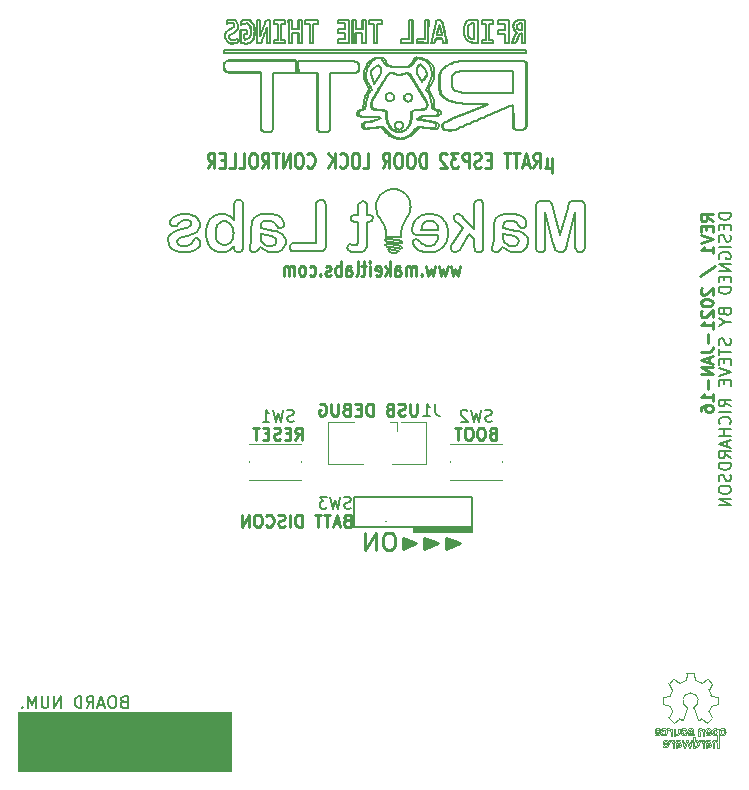
<source format=gbo>
%TF.GenerationSoftware,KiCad,Pcbnew,(5.1.8)-1*%
%TF.CreationDate,2021-01-16T15:44:13-05:00*%
%TF.ProjectId,uratt,75726174-742e-46b6-9963-61645f706362,rev?*%
%TF.SameCoordinates,Original*%
%TF.FileFunction,Legend,Bot*%
%TF.FilePolarity,Positive*%
%FSLAX46Y46*%
G04 Gerber Fmt 4.6, Leading zero omitted, Abs format (unit mm)*
G04 Created by KiCad (PCBNEW (5.1.8)-1) date 2021-01-16 15:44:13*
%MOMM*%
%LPD*%
G01*
G04 APERTURE LIST*
%ADD10C,0.150000*%
%ADD11C,0.100000*%
%ADD12C,0.250000*%
%ADD13C,0.144000*%
%ADD14C,0.120000*%
G04 APERTURE END LIST*
D10*
X34657023Y-87428571D02*
X34514166Y-87476190D01*
X34466547Y-87523809D01*
X34418928Y-87619047D01*
X34418928Y-87761904D01*
X34466547Y-87857142D01*
X34514166Y-87904761D01*
X34609404Y-87952380D01*
X34990357Y-87952380D01*
X34990357Y-86952380D01*
X34657023Y-86952380D01*
X34561785Y-87000000D01*
X34514166Y-87047619D01*
X34466547Y-87142857D01*
X34466547Y-87238095D01*
X34514166Y-87333333D01*
X34561785Y-87380952D01*
X34657023Y-87428571D01*
X34990357Y-87428571D01*
X33799880Y-86952380D02*
X33609404Y-86952380D01*
X33514166Y-87000000D01*
X33418928Y-87095238D01*
X33371309Y-87285714D01*
X33371309Y-87619047D01*
X33418928Y-87809523D01*
X33514166Y-87904761D01*
X33609404Y-87952380D01*
X33799880Y-87952380D01*
X33895119Y-87904761D01*
X33990357Y-87809523D01*
X34037976Y-87619047D01*
X34037976Y-87285714D01*
X33990357Y-87095238D01*
X33895119Y-87000000D01*
X33799880Y-86952380D01*
X32990357Y-87666666D02*
X32514166Y-87666666D01*
X33085595Y-87952380D02*
X32752261Y-86952380D01*
X32418928Y-87952380D01*
X31514166Y-87952380D02*
X31847500Y-87476190D01*
X32085595Y-87952380D02*
X32085595Y-86952380D01*
X31704642Y-86952380D01*
X31609404Y-87000000D01*
X31561785Y-87047619D01*
X31514166Y-87142857D01*
X31514166Y-87285714D01*
X31561785Y-87380952D01*
X31609404Y-87428571D01*
X31704642Y-87476190D01*
X32085595Y-87476190D01*
X31085595Y-87952380D02*
X31085595Y-86952380D01*
X30847500Y-86952380D01*
X30704642Y-87000000D01*
X30609404Y-87095238D01*
X30561785Y-87190476D01*
X30514166Y-87380952D01*
X30514166Y-87523809D01*
X30561785Y-87714285D01*
X30609404Y-87809523D01*
X30704642Y-87904761D01*
X30847500Y-87952380D01*
X31085595Y-87952380D01*
X29323690Y-87952380D02*
X29323690Y-86952380D01*
X28752261Y-87952380D01*
X28752261Y-86952380D01*
X28276071Y-86952380D02*
X28276071Y-87761904D01*
X28228452Y-87857142D01*
X28180833Y-87904761D01*
X28085595Y-87952380D01*
X27895119Y-87952380D01*
X27799880Y-87904761D01*
X27752261Y-87857142D01*
X27704642Y-87761904D01*
X27704642Y-86952380D01*
X27228452Y-87952380D02*
X27228452Y-86952380D01*
X26895119Y-87666666D01*
X26561785Y-86952380D01*
X26561785Y-87952380D01*
X26085595Y-87857142D02*
X26037976Y-87904761D01*
X26085595Y-87952380D01*
X26133214Y-87904761D01*
X26085595Y-87857142D01*
X26085595Y-87952380D01*
D11*
G36*
X43750000Y-93250000D02*
G01*
X25750000Y-93250000D01*
X25750000Y-88250000D01*
X43750000Y-88250000D01*
X43750000Y-93250000D01*
G37*
X43750000Y-93250000D02*
X25750000Y-93250000D01*
X25750000Y-88250000D01*
X43750000Y-88250000D01*
X43750000Y-93250000D01*
D12*
X62058214Y-74378285D02*
X62058214Y-73664000D01*
X62129642Y-74378285D02*
X62129642Y-73664000D01*
X62201071Y-74306857D02*
X62201071Y-73735428D01*
X62272500Y-74306857D02*
X62272500Y-73735428D01*
X62343928Y-74306857D02*
X62343928Y-73735428D01*
X62415357Y-74235428D02*
X62415357Y-73806857D01*
X62486785Y-74235428D02*
X62486785Y-73806857D01*
X62558214Y-74235428D02*
X62558214Y-73806857D01*
X62629642Y-74164000D02*
X62629642Y-73878285D01*
X62701071Y-74164000D02*
X62701071Y-73878285D01*
X62772500Y-74092571D02*
X62772500Y-73949714D01*
X62843928Y-74092571D02*
X62843928Y-73949714D01*
X62915357Y-74092571D02*
X62915357Y-73949714D01*
X62986785Y-74021142D02*
X62915357Y-74021142D01*
X61986785Y-74378285D02*
X63058214Y-74021142D01*
X61986785Y-73664000D01*
X63129642Y-74021142D02*
X61986785Y-73592571D01*
X61986785Y-74449714D01*
X63129642Y-74021142D01*
X60201071Y-74378285D02*
X60201071Y-73664000D01*
X60272500Y-74378285D02*
X60272500Y-73664000D01*
X60343928Y-74306857D02*
X60343928Y-73735428D01*
X60415357Y-74306857D02*
X60415357Y-73735428D01*
X60486785Y-74306857D02*
X60486785Y-73735428D01*
X60558214Y-74235428D02*
X60558214Y-73806857D01*
X60629642Y-74235428D02*
X60629642Y-73806857D01*
X60701071Y-74235428D02*
X60701071Y-73806857D01*
X60772500Y-74164000D02*
X60772500Y-73878285D01*
X60843928Y-74164000D02*
X60843928Y-73878285D01*
X60915357Y-74092571D02*
X60915357Y-73949714D01*
X60986785Y-74092571D02*
X60986785Y-73949714D01*
X61058214Y-74092571D02*
X61058214Y-73949714D01*
X61129642Y-74021142D02*
X61058214Y-74021142D01*
X60129642Y-74378285D02*
X61201071Y-74021142D01*
X60129642Y-73664000D01*
X61272500Y-74021142D02*
X60129642Y-73592571D01*
X60129642Y-74449714D01*
X61272500Y-74021142D01*
X58343928Y-74378285D02*
X58343928Y-73664000D01*
X58415357Y-74378285D02*
X58415357Y-73664000D01*
X58486785Y-74306857D02*
X58486785Y-73735428D01*
X58558214Y-74306857D02*
X58558214Y-73735428D01*
X58629642Y-74306857D02*
X58629642Y-73735428D01*
X58701071Y-74235428D02*
X58701071Y-73806857D01*
X58772500Y-74235428D02*
X58772500Y-73806857D01*
X58843928Y-74235428D02*
X58843928Y-73806857D01*
X58915357Y-74164000D02*
X58915357Y-73878285D01*
X58986785Y-74164000D02*
X58986785Y-73878285D01*
X59058214Y-74092571D02*
X59058214Y-73949714D01*
X59129642Y-74092571D02*
X59129642Y-73949714D01*
X59201071Y-74092571D02*
X59201071Y-73949714D01*
X59272500Y-74021142D02*
X59201071Y-74021142D01*
X58272500Y-74378285D02*
X59343928Y-74021142D01*
X58272500Y-73664000D01*
X59415357Y-74021142D02*
X58272500Y-73592571D01*
X58272500Y-74449714D01*
X59415357Y-74021142D01*
X57272500Y-73092571D02*
X56986785Y-73092571D01*
X56843928Y-73164000D01*
X56701071Y-73306857D01*
X56629642Y-73592571D01*
X56629642Y-74092571D01*
X56701071Y-74378285D01*
X56843928Y-74521142D01*
X56986785Y-74592571D01*
X57272500Y-74592571D01*
X57415357Y-74521142D01*
X57558214Y-74378285D01*
X57629642Y-74092571D01*
X57629642Y-73592571D01*
X57558214Y-73306857D01*
X57415357Y-73164000D01*
X57272500Y-73092571D01*
X55986785Y-74592571D02*
X55986785Y-73092571D01*
X55129642Y-74592571D01*
X55129642Y-73092571D01*
X53537904Y-72064571D02*
X53395047Y-72112190D01*
X53347428Y-72159809D01*
X53299809Y-72255047D01*
X53299809Y-72397904D01*
X53347428Y-72493142D01*
X53395047Y-72540761D01*
X53490285Y-72588380D01*
X53871238Y-72588380D01*
X53871238Y-71588380D01*
X53537904Y-71588380D01*
X53442666Y-71636000D01*
X53395047Y-71683619D01*
X53347428Y-71778857D01*
X53347428Y-71874095D01*
X53395047Y-71969333D01*
X53442666Y-72016952D01*
X53537904Y-72064571D01*
X53871238Y-72064571D01*
X52918857Y-72302666D02*
X52442666Y-72302666D01*
X53014095Y-72588380D02*
X52680761Y-71588380D01*
X52347428Y-72588380D01*
X52156952Y-71588380D02*
X51585523Y-71588380D01*
X51871238Y-72588380D02*
X51871238Y-71588380D01*
X51395047Y-71588380D02*
X50823619Y-71588380D01*
X51109333Y-72588380D02*
X51109333Y-71588380D01*
X49728380Y-72588380D02*
X49728380Y-71588380D01*
X49490285Y-71588380D01*
X49347428Y-71636000D01*
X49252190Y-71731238D01*
X49204571Y-71826476D01*
X49156952Y-72016952D01*
X49156952Y-72159809D01*
X49204571Y-72350285D01*
X49252190Y-72445523D01*
X49347428Y-72540761D01*
X49490285Y-72588380D01*
X49728380Y-72588380D01*
X48728380Y-72588380D02*
X48728380Y-71588380D01*
X48299809Y-72540761D02*
X48156952Y-72588380D01*
X47918857Y-72588380D01*
X47823619Y-72540761D01*
X47776000Y-72493142D01*
X47728380Y-72397904D01*
X47728380Y-72302666D01*
X47776000Y-72207428D01*
X47823619Y-72159809D01*
X47918857Y-72112190D01*
X48109333Y-72064571D01*
X48204571Y-72016952D01*
X48252190Y-71969333D01*
X48299809Y-71874095D01*
X48299809Y-71778857D01*
X48252190Y-71683619D01*
X48204571Y-71636000D01*
X48109333Y-71588380D01*
X47871238Y-71588380D01*
X47728380Y-71636000D01*
X46728380Y-72493142D02*
X46776000Y-72540761D01*
X46918857Y-72588380D01*
X47014095Y-72588380D01*
X47156952Y-72540761D01*
X47252190Y-72445523D01*
X47299809Y-72350285D01*
X47347428Y-72159809D01*
X47347428Y-72016952D01*
X47299809Y-71826476D01*
X47252190Y-71731238D01*
X47156952Y-71636000D01*
X47014095Y-71588380D01*
X46918857Y-71588380D01*
X46776000Y-71636000D01*
X46728380Y-71683619D01*
X46109333Y-71588380D02*
X45918857Y-71588380D01*
X45823619Y-71636000D01*
X45728380Y-71731238D01*
X45680761Y-71921714D01*
X45680761Y-72255047D01*
X45728380Y-72445523D01*
X45823619Y-72540761D01*
X45918857Y-72588380D01*
X46109333Y-72588380D01*
X46204571Y-72540761D01*
X46299809Y-72445523D01*
X46347428Y-72255047D01*
X46347428Y-71921714D01*
X46299809Y-71731238D01*
X46204571Y-71636000D01*
X46109333Y-71588380D01*
X45252190Y-72588380D02*
X45252190Y-71588380D01*
X44680761Y-72588380D01*
X44680761Y-71588380D01*
D11*
X80631242Y-90803028D02*
G75*
G03*
X80580324Y-90793739I-49289J-125976D01*
G01*
X81537268Y-91145485D02*
G75*
G03*
X81546229Y-91164708I72873J22268D01*
G01*
X81774542Y-91086114D02*
G75*
G03*
X81755023Y-91062929I-53222J-24997D01*
G01*
X80711429Y-90938053D02*
X80449495Y-90938053D01*
X81546229Y-91164708D02*
G75*
G03*
X81558788Y-91177619I39289J25656D01*
G01*
X81773751Y-91146921D02*
G75*
G03*
X81780564Y-91117942I-56538J28582D01*
G01*
X81666371Y-91196268D02*
G75*
G03*
X81718372Y-91190171I3585J194230D01*
G01*
X81558789Y-91177619D02*
G75*
G03*
X81601315Y-91192180I58590J101741D01*
G01*
X81601315Y-91192180D02*
G75*
G03*
X81666371Y-91196268I54787J352150D01*
G01*
X80460788Y-90876260D02*
G75*
G03*
X80449495Y-90938053I191314J-66890D01*
G01*
X81718372Y-91190171D02*
G75*
G03*
X81753297Y-91171881I-20378J81401D01*
G01*
X80711429Y-90938053D02*
G75*
G03*
X80700742Y-90876259I-198272J-2469D01*
G01*
X81753296Y-91171881D02*
G75*
G03*
X81773752Y-91146921I-50554J62292D01*
G01*
X80672703Y-90830892D02*
G75*
G03*
X80631242Y-90803028I-87240J-85034D01*
G01*
X81780565Y-91117942D02*
G75*
G03*
X81774542Y-91086115I-71347J2982D01*
G01*
X80711429Y-90938053D02*
X80711429Y-90938053D01*
X81755022Y-91062930D02*
G75*
G03*
X81722026Y-91048387I-55299J-80765D01*
G01*
X81530088Y-91088103D02*
X81530088Y-91042487D01*
X80580324Y-90793739D02*
G75*
G03*
X80530086Y-90803028I-1540J-132165D01*
G01*
X81722026Y-91048387D02*
G75*
G03*
X81675552Y-91042487I-49949J-207471D01*
G01*
X81530088Y-91042487D02*
X81675552Y-91042487D01*
X80700741Y-90876260D02*
G75*
G03*
X80672703Y-90830893I-116120J-40419D01*
G01*
X80530086Y-90803028D02*
G75*
G03*
X80488937Y-90830893I46262J-112635D01*
G01*
X80488937Y-90830892D02*
G75*
G03*
X80460788Y-90876259I90039J-87283D01*
G01*
X82562710Y-89711392D02*
G75*
G03*
X82458708Y-89772789I136475J-349964D01*
G01*
X84538262Y-89847098D02*
G75*
G03*
X84531376Y-89909213I446606J-80948D01*
G01*
X84573264Y-89769060D02*
G75*
G03*
X84538262Y-89847098I150079J-114182D01*
G01*
X84739382Y-89688440D02*
G75*
G03*
X84686483Y-89694176I-1644J-231614D01*
G01*
X82458708Y-89772789D02*
X82535884Y-89863738D01*
X82485535Y-90006187D02*
G75*
G03*
X82454228Y-90064249I147875J-117205D01*
G01*
X80032129Y-89950384D02*
G75*
G03*
X80021442Y-89888591I-198272J-2469D01*
G01*
X84641404Y-90300982D02*
G75*
G03*
X84686483Y-90317767I83332J154882D01*
G01*
X82785056Y-89827300D02*
G75*
G03*
X82752610Y-89811379I-48376J-57563D01*
G01*
X82702005Y-89688440D02*
G75*
G03*
X82626574Y-89694176I-2598J-464663D01*
G01*
X84573263Y-90243315D02*
G75*
G03*
X84641405Y-90300983I167767J129143D01*
G01*
X84529081Y-90006618D02*
X84531376Y-90103448D01*
X84827102Y-89706514D02*
G75*
G03*
X84739382Y-89688440I-85461J-192875D01*
G01*
X85024566Y-89695612D02*
X84899763Y-89695612D01*
X82846605Y-90295747D02*
G75*
G03*
X82973982Y-90212903I-157819J382002D01*
G01*
X80032129Y-89950384D02*
X80032129Y-89950384D01*
X82518532Y-90273727D02*
G75*
G03*
X82601473Y-90310953I155952J236458D01*
G01*
X82462473Y-90213620D02*
G75*
G03*
X82518532Y-90273727I144726J78785D01*
G01*
X82726389Y-89939481D02*
X82623672Y-89946653D01*
X82443781Y-90132568D02*
G75*
G03*
X82462473Y-90213620I170580J-3341D01*
G01*
X82454228Y-90064248D02*
G75*
G03*
X82443780Y-90132568I206132J-66483D01*
G01*
X82766235Y-89932560D02*
G75*
G03*
X82791079Y-89918680I-16478J58668D01*
G01*
X82612343Y-89822280D02*
G75*
G03*
X82535884Y-89863738I159164J-384776D01*
G01*
X82752611Y-89811378D02*
G75*
G03*
X82702005Y-89806070I-46766J-201944D01*
G01*
X82916675Y-89796889D02*
G75*
G03*
X82866969Y-89736926I-139199J-64805D01*
G01*
X82578887Y-89952850D02*
G75*
G03*
X82540933Y-89964837I43757J-204632D01*
G01*
X82726390Y-89939480D02*
G75*
G03*
X82766235Y-89932560I-9477J172724D01*
G01*
X80021442Y-89888591D02*
G75*
G03*
X79993403Y-89843224I-116121J-40420D01*
G01*
X85024566Y-91303858D02*
X85024566Y-89695612D01*
X82804097Y-89900570D02*
G75*
G03*
X82808449Y-89880952I-42079J19626D01*
G01*
X84735934Y-90676108D02*
G75*
G03*
X84664891Y-90689843I358J-192453D01*
G01*
X79951942Y-89815359D02*
G75*
G03*
X79901024Y-89806070I-49289J-125976D01*
G01*
X84531376Y-89909213D02*
X84529081Y-90006618D01*
X84686484Y-89694176D02*
G75*
G03*
X84641405Y-89711392I38634J-168784D01*
G01*
X79781488Y-89888590D02*
G75*
G03*
X79770195Y-89950384I191315J-66892D01*
G01*
X82808449Y-89880952D02*
G75*
G03*
X82785056Y-89827300I-69328J1697D01*
G01*
X84827964Y-90694471D02*
G75*
G03*
X84735934Y-90676108I-88082J-201656D01*
G01*
X84897464Y-90749556D02*
G75*
G03*
X84827964Y-90694470I-147289J-114444D01*
G01*
X84899759Y-90749556D02*
X84897464Y-90749556D01*
X82792584Y-89700561D02*
G75*
G03*
X82702005Y-89688440I-87337J-308161D01*
G01*
X84739382Y-90323361D02*
G75*
G03*
X84826458Y-90303708I3077J189097D01*
G01*
X79993403Y-89843223D02*
G75*
G03*
X79951942Y-89815359I-87240J-85034D01*
G01*
X80032129Y-89950384D02*
X79770195Y-89950384D01*
X84899763Y-89695612D02*
X84899763Y-89760738D01*
X82540933Y-89964837D02*
G75*
G03*
X82485535Y-90006186I52813J-128541D01*
G01*
X82702005Y-89806071D02*
G75*
G03*
X82612343Y-89822280I-3969J-234126D01*
G01*
X84538262Y-90165563D02*
G75*
G03*
X84573263Y-90243315I180853J34661D01*
G01*
X84531376Y-90103448D02*
G75*
G03*
X84538262Y-90165563I457185J19242D01*
G01*
X79901024Y-89806070D02*
G75*
G03*
X79850786Y-89815359I-1540J-132165D01*
G01*
X79850786Y-89815359D02*
G75*
G03*
X79809637Y-89843224I46262J-112635D01*
G01*
X82623672Y-89946652D02*
G75*
G03*
X82578887Y-89952850I19489J-305759D01*
G01*
X82601473Y-90310953D02*
G75*
G03*
X82700848Y-90323362I96042J365022D01*
G01*
X82626574Y-89694175D02*
G75*
G03*
X82562711Y-89711392I48614J-307392D01*
G01*
X82700848Y-90323362D02*
G75*
G03*
X82846605Y-90295747I2545J385045D01*
G01*
X82973982Y-90212903D02*
X82973982Y-90212903D01*
X82791079Y-89918680D02*
G75*
G03*
X82804097Y-89900570I-43956J45331D01*
G01*
X84899763Y-90250487D02*
X84899759Y-90749556D01*
X84686483Y-90317768D02*
G75*
G03*
X84739382Y-90323362I51252J231714D01*
G01*
X79809637Y-89843224D02*
G75*
G03*
X79781488Y-89888591I90039J-87283D01*
G01*
X82933236Y-89879804D02*
G75*
G03*
X82916674Y-89796889I-195109J4138D01*
G01*
X84641404Y-89711393D02*
G75*
G03*
X84573263Y-89769060I106202J-194582D01*
G01*
X84899763Y-89760738D02*
G75*
G03*
X84827103Y-89706513I-164260J-144311D01*
G01*
X84826458Y-90303708D02*
G75*
G03*
X84899763Y-90250487I-140305J270344D01*
G01*
X82866969Y-89736926D02*
G75*
G03*
X82792584Y-89700560I-140568J-193267D01*
G01*
X80110388Y-89799374D02*
G75*
G03*
X80074178Y-89757727I-152489J-96016D01*
G01*
X84816749Y-90195222D02*
G75*
G03*
X84847439Y-90183495I-21244J101615D01*
G01*
X79811730Y-90191313D02*
G75*
G03*
X79884388Y-90206304I71591J163410D01*
G01*
X79943202Y-90196729D02*
G75*
G03*
X79990539Y-90168002I-46856J130578D01*
G01*
X82973982Y-90212903D02*
X82886763Y-90126544D01*
X84816749Y-89817170D02*
G75*
G03*
X84777254Y-89813242I-37594J-177490D01*
G01*
X84706783Y-90184033D02*
G75*
G03*
X84737616Y-90195357I51878J93620D01*
G01*
X82920549Y-89951065D02*
G75*
G03*
X82933237Y-89879804I-175259J67965D01*
G01*
X82882466Y-90004752D02*
G75*
G03*
X82920549Y-89951065I-93836J106913D01*
G01*
X82825085Y-90039862D02*
G75*
G03*
X82882466Y-90004752I-70656J179920D01*
G01*
X79748106Y-90146339D02*
G75*
G03*
X79811730Y-90191313I148602J142736D01*
G01*
X84847439Y-89828951D02*
G75*
G03*
X84816749Y-89817170I-51976J-89533D01*
G01*
X82754502Y-90055391D02*
G75*
G03*
X82825085Y-90039862I-15471J238495D01*
G01*
X79657727Y-90223519D02*
G75*
G03*
X79706791Y-90269710I228359J193402D01*
G01*
X82644623Y-90065720D02*
X82754501Y-90055391D01*
X82644623Y-90065720D02*
G75*
G03*
X82611351Y-90071996I11082J-150078D01*
G01*
X84777254Y-89813243D02*
G75*
G03*
X84737616Y-89817045I-1907J-188604D01*
G01*
X79882094Y-90323362D02*
G75*
G03*
X79976162Y-90307905I-213J295256D01*
G01*
X84671529Y-89874066D02*
G75*
G03*
X84653885Y-90006618I456552J-128222D01*
G01*
X82611351Y-90071995D02*
G75*
G03*
X82587591Y-90084225I21637J-71236D01*
G01*
X84882405Y-89876075D02*
G75*
G03*
X84847439Y-89828951I-73936J-18327D01*
G01*
X82587590Y-90084225D02*
G75*
G03*
X82573342Y-90102409I29994J-38177D01*
G01*
X82573342Y-90102409D02*
G75*
G03*
X82568586Y-90126544I53565J-23091D01*
G01*
X84671529Y-90138737D02*
G75*
G03*
X84706782Y-90184033I71441J19235D01*
G01*
X79664835Y-89842507D02*
G75*
G03*
X79645683Y-89950384I268628J-103329D01*
G01*
X79645683Y-90053096D02*
X80032129Y-90053096D01*
X84777254Y-90199131D02*
G75*
G03*
X84816749Y-90195222I1905J182219D01*
G01*
X84737616Y-90195357D02*
G75*
G03*
X84777254Y-90199131I37723J186129D01*
G01*
X84653885Y-90006618D02*
G75*
G03*
X84671529Y-90138738I469646J-4519D01*
G01*
X82568586Y-90126544D02*
G75*
G03*
X82577272Y-90161260I67775J-1488D01*
G01*
X80106514Y-90222524D02*
G75*
G03*
X80134534Y-90167321I-182025J127108D01*
G01*
X82871775Y-91303858D02*
X82996582Y-91303858D01*
X82603309Y-90186220D02*
G75*
G03*
X82642604Y-90201283I69394J122245D01*
G01*
X80156935Y-90008338D02*
G75*
G03*
X80151776Y-89924679I-627480J3288D01*
G01*
X82577271Y-90161259D02*
G75*
G03*
X82603309Y-90186220I59370J35869D01*
G01*
X82642604Y-90201283D02*
G75*
G03*
X82691098Y-90206304I46522J212636D01*
G01*
X82691097Y-90206304D02*
G75*
G03*
X82797101Y-90186364I2560J278131D01*
G01*
X82797101Y-90186364D02*
G75*
G03*
X82886763Y-90126544I-106248J256354D01*
G01*
X79645683Y-90053096D02*
X79645683Y-90053096D01*
X80021736Y-90120125D02*
G75*
G03*
X80032129Y-90053096I-186247J63199D01*
G01*
X79989492Y-89705761D02*
G75*
G03*
X79901024Y-89688440I-88778J-218853D01*
G01*
X79990539Y-90168002D02*
G75*
G03*
X80021736Y-90120124I-81027J86900D01*
G01*
X82996582Y-91303858D02*
X82996582Y-91303858D01*
X84706782Y-89828449D02*
G75*
G03*
X84671529Y-89874066I36672J-64771D01*
G01*
X79645683Y-89950384D02*
X79645683Y-90053096D01*
X79901025Y-89688440D02*
G75*
G03*
X79805267Y-89706155I-1894J-257421D01*
G01*
X79706791Y-90269710D02*
G75*
G03*
X79761583Y-90300409I145033J194610D01*
G01*
X84847439Y-90183495D02*
G75*
G03*
X84882406Y-90136586I-38634J65285D01*
G01*
X80074178Y-89757726D02*
G75*
G03*
X79989492Y-89705760I-204901J-238926D01*
G01*
X80067292Y-90261533D02*
G75*
G03*
X80106513Y-90222523I-90841J130554D01*
G01*
X79884389Y-90206304D02*
G75*
G03*
X79943202Y-90196728I2143J172238D01*
G01*
X79976162Y-90307904D02*
G75*
G03*
X80067292Y-90261533I-117630J343903D01*
G01*
X79761583Y-90300409D02*
G75*
G03*
X79882093Y-90323362I119575J299976D01*
G01*
X79748106Y-90146340D02*
X79657728Y-90223518D01*
X79722289Y-89759305D02*
G75*
G03*
X79664834Y-89842508I153671J-167553D01*
G01*
X79805267Y-89706156D02*
G75*
G03*
X79722289Y-89759304I99834J-247212D01*
G01*
X80136241Y-89855023D02*
G75*
G03*
X80110388Y-89799373I-235226J-75451D01*
G01*
X80151776Y-89924679D02*
G75*
G03*
X80136241Y-89855023I-384532J-49196D01*
G01*
X80151335Y-90095925D02*
G75*
G03*
X80156935Y-90008338I-624373J83896D01*
G01*
X84882405Y-90136586D02*
G75*
G03*
X84899763Y-90006618I-466404J128433D01*
G01*
X80134534Y-90167321D02*
G75*
G03*
X80151335Y-90095925I-348168J119608D01*
G01*
X84737615Y-89817045D02*
G75*
G03*
X84706782Y-89828450I21107J-104446D01*
G01*
X84777254Y-90199131D02*
X84777254Y-90199131D01*
X84899764Y-90006618D02*
G75*
G03*
X84882406Y-89876075I-487993J1540D01*
G01*
X81370885Y-89695612D02*
X81246079Y-89695612D01*
X83323076Y-91230984D02*
G75*
G03*
X83358368Y-91152945I-139704J110179D01*
G01*
X81493102Y-90199132D02*
G75*
G03*
X81542092Y-90190381I1645J132304D01*
G01*
X81616752Y-89695612D02*
X81616752Y-90065720D01*
X80817200Y-89820918D02*
G75*
G03*
X80776161Y-89843942I58212J-151846D01*
G01*
X81724775Y-90201247D02*
G75*
G03*
X81737372Y-90157915I-191635J79204D01*
G01*
X81370885Y-90065720D02*
X81370885Y-89695612D01*
X82871775Y-90432812D02*
X82871775Y-91303858D01*
X80979576Y-89943212D02*
G75*
G03*
X80970229Y-89884288I-166733J3757D01*
G01*
X80815750Y-89688440D02*
G75*
G03*
X80749206Y-89700417I-50J-190563D01*
G01*
X82996582Y-90432812D02*
X82871775Y-90432812D01*
X83255651Y-90699061D02*
G75*
G03*
X83210315Y-90681845I-83818J-152419D01*
G01*
X83365034Y-90896524D02*
G75*
G03*
X83358368Y-90834767I-465661J-19020D01*
G01*
X83367255Y-90992853D02*
X83365033Y-90896524D01*
X83365033Y-91090399D02*
X83367255Y-90992853D01*
X83358367Y-91152945D02*
G75*
G03*
X83365033Y-91090399I-470827J81803D01*
G01*
X83210315Y-91305436D02*
G75*
G03*
X83255651Y-91288652I-38104J172544D01*
G01*
X83069387Y-91293098D02*
G75*
G03*
X83156955Y-91311030I85365J194089D01*
G01*
X82996582Y-91239304D02*
G75*
G03*
X83069387Y-91293099I164344J146257D01*
G01*
X82996582Y-91303858D02*
X82996582Y-91239304D01*
X80970229Y-89884288D02*
G75*
G03*
X80942135Y-89844085I-88301J-31787D01*
G01*
X80858790Y-89813243D02*
G75*
G03*
X80817200Y-89820918I392J-118641D01*
G01*
X80979575Y-89761888D02*
X80977280Y-89761888D01*
X81674427Y-90268706D02*
G75*
G03*
X81724775Y-90201247I-107219J132543D01*
G01*
X81104382Y-90316189D02*
X81104382Y-89695612D01*
X81741558Y-90108182D02*
X81741558Y-90108182D01*
X81405883Y-90164129D02*
G75*
G03*
X81445196Y-90190381I83152J81961D01*
G01*
X82996582Y-90749556D02*
X82996582Y-90432812D01*
X83070177Y-90696477D02*
G75*
G03*
X82996582Y-90749556I155788J-293564D01*
G01*
X80979575Y-90316189D02*
X81104382Y-90316189D01*
X83156955Y-90676108D02*
G75*
G03*
X83070176Y-90696477I-2573J-184077D01*
G01*
X83210315Y-90681844D02*
G75*
G03*
X83156955Y-90676108I-51666J-229562D01*
G01*
X81370885Y-90316189D02*
X81370885Y-90250487D01*
X81530088Y-91088103D02*
X81530088Y-91088103D01*
X81737372Y-90157915D02*
G75*
G03*
X81741558Y-90108182I-276011J48277D01*
G01*
X80979575Y-89943212D02*
X80979575Y-90316189D01*
X81104382Y-89695612D02*
X80979575Y-89695612D01*
X83323076Y-90756729D02*
G75*
G03*
X83255651Y-90699061I-168023J-128202D01*
G01*
X83358368Y-90834766D02*
G75*
G03*
X83323076Y-90756728I-178783J-33853D01*
G01*
X80907780Y-89706803D02*
G75*
G03*
X80815750Y-89688440I-88082J-201655D01*
G01*
X83255650Y-91288652D02*
G75*
G03*
X83323076Y-91230984I-94534J178781D01*
G01*
X81581754Y-90164129D02*
G75*
G03*
X81608012Y-90122025I-79075J78554D01*
G01*
X83156955Y-91311031D02*
G75*
G03*
X83210315Y-91305436I1696J241085D01*
G01*
X81246079Y-89695612D02*
X81246079Y-90316189D01*
X81104382Y-90316189D02*
X81104382Y-90316189D01*
X80942135Y-89844085D02*
G75*
G03*
X80858790Y-89813242I-83292J-97046D01*
G01*
X81370885Y-90250487D02*
X81373456Y-90250487D01*
X81246079Y-90316189D02*
X81370885Y-90316189D01*
X80686077Y-89736352D02*
X80776161Y-89843942D01*
X80749206Y-89700418D02*
G75*
G03*
X80686077Y-89736352I83515J-220134D01*
G01*
X80977280Y-89761888D02*
G75*
G03*
X80907780Y-89706802I-147289J-114443D01*
G01*
X81608012Y-90122025D02*
G75*
G03*
X81616752Y-90065720I-158764J53476D01*
G01*
X81542092Y-90190381D02*
G75*
G03*
X81581754Y-90164129I-42736J107654D01*
G01*
X81442460Y-90305143D02*
G75*
G03*
X81533554Y-90323362I87237J199343D01*
G01*
X81373456Y-90250487D02*
G75*
G03*
X81442460Y-90305143I146627J114233D01*
G01*
X81605643Y-90309698D02*
G75*
G03*
X81674427Y-90268706I-95081J237751D01*
G01*
X81533554Y-90323362D02*
G75*
G03*
X81605643Y-90309698I-137J197720D01*
G01*
X81370885Y-90065720D02*
G75*
G03*
X81379625Y-90122025I167504J-2829D01*
G01*
X80979575Y-89695612D02*
X80979575Y-89761888D01*
X81379625Y-90122025D02*
G75*
G03*
X81405883Y-90164129I105333J36450D01*
G01*
X81445196Y-90190380D02*
G75*
G03*
X81493102Y-90199131I46441J118736D01*
G01*
X81741558Y-89695612D02*
X81616752Y-89695612D01*
X81530088Y-91088104D02*
G75*
G03*
X81537268Y-91145485I191654J-5160D01*
G01*
X81741558Y-90108182D02*
X81741558Y-89695612D01*
X80789688Y-90787042D02*
G75*
G03*
X80753478Y-90745395I-152489J-96017D01*
G01*
X80815541Y-90842692D02*
G75*
G03*
X80789688Y-90787042I-235227J-75451D01*
G01*
X80813834Y-91154990D02*
G75*
G03*
X80830635Y-91083594I-348168J119608D01*
G01*
X80785813Y-91210191D02*
G75*
G03*
X80813834Y-91154989I-182024J127106D01*
G01*
X80561393Y-91311030D02*
G75*
G03*
X80655461Y-91295573I-212J295256D01*
G01*
X81768225Y-90842226D02*
G75*
G03*
X81725754Y-90803493I-77451J-42274D01*
G01*
X80563689Y-91193973D02*
G75*
G03*
X80622502Y-91184397I2143J172238D01*
G01*
X83793559Y-91303858D02*
X83793559Y-91303858D01*
X83668752Y-91303858D02*
X83793559Y-91303858D01*
X83668752Y-90930881D02*
X83668752Y-91303858D01*
X83793559Y-91303858D02*
X83793559Y-90683281D01*
X83668753Y-90930880D02*
G75*
G03*
X83659406Y-90871957I-166732J3756D01*
G01*
X80401589Y-90746972D02*
G75*
G03*
X80344134Y-90830176I153671J-167555D01*
G01*
X80668792Y-90693429D02*
G75*
G03*
X80580324Y-90676108I-88778J-218853D01*
G01*
X81478161Y-90720864D02*
G75*
G03*
X81427225Y-90784629I84678J-119867D01*
G01*
X80440884Y-91288077D02*
G75*
G03*
X80561393Y-91311030I119574J299975D01*
G01*
X80427406Y-91134008D02*
X80337028Y-91211187D01*
X81723147Y-90681468D02*
G75*
G03*
X81660055Y-90676681I-55793J-317172D01*
G01*
X81599589Y-90797900D02*
G75*
G03*
X81560790Y-90812674I19703J-110077D01*
G01*
X81863762Y-90767057D02*
G75*
G03*
X81778122Y-90698128I-172765J-126985D01*
G01*
X80344135Y-90830176D02*
G75*
G03*
X80324983Y-90938053I268628J-103329D01*
G01*
X83659406Y-90871957D02*
G75*
G03*
X83631312Y-90831754I-88301J-31787D01*
G01*
X81778122Y-90698128D02*
G75*
G03*
X81723146Y-90681468I-97016J-221108D01*
G01*
X80491029Y-91178982D02*
G75*
G03*
X80563688Y-91193973I71591J163411D01*
G01*
X81768225Y-90842226D02*
X81863762Y-90767057D01*
X81693474Y-90796177D02*
G75*
G03*
X81654032Y-90793739I-37815J-291443D01*
G01*
X81560790Y-90812675D02*
G75*
G03*
X81537617Y-90838067I34191J-54471D01*
G01*
X80622502Y-91184398D02*
G75*
G03*
X80669839Y-91155671I-46856J130578D01*
G01*
X80427406Y-91134008D02*
G75*
G03*
X80491030Y-91178982I148602J142736D01*
G01*
X80753478Y-90745395D02*
G75*
G03*
X80668792Y-90693429I-204901J-238925D01*
G01*
X80836234Y-90996007D02*
G75*
G03*
X80831075Y-90912348I-627479J3288D01*
G01*
X80701036Y-91107793D02*
G75*
G03*
X80711429Y-91040764I-186247J63198D01*
G01*
X80830635Y-91083594D02*
G75*
G03*
X80836235Y-90996007I-624373J83896D01*
G01*
X80655462Y-91295574D02*
G75*
G03*
X80746592Y-91249202I-117631J343904D01*
G01*
X81409303Y-90881245D02*
X81409303Y-91306153D01*
X83631312Y-90831754D02*
G75*
G03*
X83547967Y-90800911I-83292J-97046D01*
G01*
X83547967Y-90800911D02*
G75*
G03*
X83506377Y-90808586I392J-118642D01*
G01*
X83506377Y-90808586D02*
G75*
G03*
X83465338Y-90831610I58212J-151846D01*
G01*
X83375254Y-90724020D02*
X83465338Y-90831610D01*
X83438383Y-90688086D02*
G75*
G03*
X83375254Y-90724020I83515J-220135D01*
G01*
X83666457Y-90749556D02*
G75*
G03*
X83596957Y-90694470I-147289J-114444D01*
G01*
X80669839Y-91155671D02*
G75*
G03*
X80701036Y-91107793I-81027J86900D01*
G01*
X81414150Y-90828831D02*
G75*
G03*
X81409303Y-90881245I304247J-54569D01*
G01*
X80337027Y-91211188D02*
G75*
G03*
X80386091Y-91257379I228359J193402D01*
G01*
X81725753Y-90803492D02*
G75*
G03*
X81693473Y-90796177I-54149J-164066D01*
G01*
X83504927Y-90676109D02*
G75*
G03*
X83438383Y-90688086I-50J-190563D01*
G01*
X83596957Y-90694471D02*
G75*
G03*
X83504927Y-90676108I-88082J-201656D01*
G01*
X80324983Y-91040764D02*
X80324983Y-91040764D01*
X80484567Y-90693825D02*
G75*
G03*
X80401589Y-90746973I99834J-247212D01*
G01*
X80580325Y-90676109D02*
G75*
G03*
X80484567Y-90693824I-1894J-257421D01*
G01*
X81654032Y-90793739D02*
G75*
G03*
X81599589Y-90797900I-8075J-252614D01*
G01*
X81530088Y-91306153D02*
X81530088Y-91306153D01*
X81660055Y-90676681D02*
G75*
G03*
X81558054Y-90687153I-8945J-414878D01*
G01*
X81558054Y-90687153D02*
G75*
G03*
X81478161Y-90720864I56674J-245842D01*
G01*
X81427225Y-90784629D02*
G75*
G03*
X81414151Y-90828830I191636J-80716D01*
G01*
X80324983Y-91040764D02*
X80711429Y-91040764D01*
X83793559Y-90683281D02*
X83668752Y-90683281D01*
X80324983Y-90938053D02*
X80324983Y-91040764D01*
X81409303Y-91306153D02*
X81530088Y-91306153D01*
X80831075Y-90912348D02*
G75*
G03*
X80815541Y-90842692I-384531J-49195D01*
G01*
X80746592Y-91249202D02*
G75*
G03*
X80785813Y-91210192I-90841J130554D01*
G01*
X80386091Y-91257379D02*
G75*
G03*
X80440883Y-91288078I145033J194610D01*
G01*
X83668752Y-90749556D02*
X83666457Y-90749556D01*
X83668752Y-90683281D02*
X83668752Y-90749556D01*
X83815024Y-90316189D02*
X83815024Y-89695612D01*
X85265137Y-90064071D02*
X85263415Y-90006618D01*
X82210967Y-89858861D02*
G75*
G03*
X82169946Y-89824647I-81768J-56336D01*
G01*
X82110563Y-89813242D02*
G75*
G03*
X82051603Y-89824647I-3231J-141406D01*
G01*
X81836789Y-91258526D02*
G75*
G03*
X81879829Y-91198491I-116458J128936D01*
G01*
X83681478Y-89890708D02*
G75*
G03*
X83655220Y-89848532I-106594J-37101D01*
G01*
X83336363Y-89810912D02*
G75*
G03*
X83323749Y-89854118I190715J-79127D01*
G01*
X81537617Y-90838067D02*
G75*
G03*
X81530088Y-90874073I70765J-33586D01*
G01*
X81844537Y-90993426D02*
G75*
G03*
X81783282Y-90953760I-113328J-107882D01*
G01*
X81627352Y-91309452D02*
G75*
G03*
X81681575Y-91313325I51654J341654D01*
G01*
X81530088Y-90939774D02*
X81530088Y-90874073D01*
X82235075Y-89911365D02*
G75*
G03*
X82210966Y-89858861I-142485J-33640D01*
G01*
X81698211Y-90939774D02*
X81530088Y-90939774D01*
X82239813Y-89948590D02*
X82241392Y-90005184D01*
X81783282Y-90953761D02*
G75*
G03*
X81698211Y-90939774I-83401J-241567D01*
G01*
X81881757Y-91052455D02*
G75*
G03*
X81844537Y-90993425I-166131J-63501D01*
G01*
X81894170Y-91123969D02*
G75*
G03*
X81881757Y-91052456I-199651J2180D01*
G01*
X82210967Y-90153514D02*
G75*
G03*
X82235076Y-90101296I-113148J83916D01*
G01*
X81879829Y-91198491D02*
G75*
G03*
X81894170Y-91123968I-173740J72074D01*
G01*
X81771732Y-91298479D02*
G75*
G03*
X81836789Y-91258527I-54609J161870D01*
G01*
X81681575Y-91313325D02*
G75*
G03*
X81771732Y-91298478I-1503J290280D01*
G01*
X81530088Y-91251354D02*
X81532678Y-91251354D01*
X83690217Y-90316189D02*
X83815024Y-90316189D01*
X83655220Y-89848532D02*
G75*
G03*
X83615558Y-89822065I-82707J-80988D01*
G01*
X83690217Y-89946653D02*
X83690217Y-90316189D01*
X81986326Y-89911365D02*
G75*
G03*
X81981166Y-89948948I225279J-50074D01*
G01*
X83526392Y-89688439D02*
G75*
G03*
X83455349Y-89702174I358J-192453D01*
G01*
X85263415Y-90006618D02*
X85263415Y-90006618D01*
X81584605Y-91297832D02*
G75*
G03*
X81627352Y-91309452I70167J173688D01*
G01*
X81532677Y-91251354D02*
G75*
G03*
X81584605Y-91297833I88857J47027D01*
G01*
X81530088Y-91306153D02*
X81530088Y-91251354D01*
X82051603Y-90187726D02*
G75*
G03*
X82110563Y-90199131I55729J130000D01*
G01*
X83444351Y-90316189D02*
X83444351Y-89946653D01*
X81981167Y-90064070D02*
G75*
G03*
X81986326Y-90101584I230170J12546D01*
G01*
X83690218Y-89946653D02*
G75*
G03*
X83681477Y-89890708I-165932J2732D01*
G01*
X83815024Y-90316189D02*
X83815024Y-90316189D01*
X83615558Y-89822065D02*
G75*
G03*
X83566568Y-89813242I-47356J-122525D01*
G01*
X83566567Y-89813242D02*
G75*
G03*
X83518661Y-89822065I-1454J-126572D01*
G01*
X83518661Y-89822065D02*
G75*
G03*
X83479348Y-89848532I44156J-108018D01*
G01*
X82010141Y-89858860D02*
G75*
G03*
X81986326Y-89911365I135106J-92937D01*
G01*
X83479349Y-89848533D02*
G75*
G03*
X83453091Y-89890708I80335J-79276D01*
G01*
X83690217Y-89695612D02*
X83690217Y-89761888D01*
X83319544Y-89903618D02*
X83319544Y-90316189D01*
X82051603Y-89824647D02*
G75*
G03*
X82010141Y-89858861I42134J-93288D01*
G01*
X83453092Y-89890708D02*
G75*
G03*
X83444351Y-89946653I157190J-53213D01*
G01*
X83319544Y-90316189D02*
X83444351Y-90316189D01*
X83690217Y-89761888D02*
X83687922Y-89761888D01*
X82241392Y-90005184D02*
X82239813Y-90063353D01*
X83815024Y-89695612D02*
X83690217Y-89695612D01*
X82110563Y-90199131D02*
G75*
G03*
X82169946Y-90187727I3415J142522D01*
G01*
X82169946Y-89824646D02*
G75*
G03*
X82110563Y-89813242I-55968J-131119D01*
G01*
X82169945Y-90187726D02*
G75*
G03*
X82210966Y-90153514I-40744J90549D01*
G01*
X82235076Y-90101296D02*
G75*
G03*
X82239813Y-90063353I-250453J50538D01*
G01*
X82239813Y-89948590D02*
G75*
G03*
X82235076Y-89911365I-248705J-12737D01*
G01*
X83323749Y-89854118D02*
G75*
G03*
X83319544Y-89903618I273042J-48123D01*
G01*
X83386823Y-89743380D02*
G75*
G03*
X83336364Y-89810912I108156J-133431D01*
G01*
X83455349Y-89702173D02*
G75*
G03*
X83386822Y-89743380I97424J-239603D01*
G01*
X83618422Y-89706803D02*
G75*
G03*
X83526392Y-89688440I-88082J-201655D01*
G01*
X83687922Y-89761888D02*
G75*
G03*
X83618422Y-89706802I-147289J-114443D01*
G01*
X81979440Y-90006618D02*
X81979440Y-90006618D01*
X81986326Y-90101584D02*
G75*
G03*
X82010141Y-90153514I152742J38623D01*
G01*
X82010141Y-90153514D02*
G75*
G03*
X82051603Y-90187727I83594J59075D01*
G01*
X81979440Y-90006618D02*
X81981166Y-89948948D01*
X81981166Y-90064071D02*
X81979440Y-90006618D01*
X84066385Y-91145485D02*
G75*
G03*
X84075346Y-91164708I72873J22268D01*
G01*
X85453920Y-90187727D02*
G75*
G03*
X85494948Y-90153514I-40741J90563D01*
G01*
X85525359Y-90005184D02*
X85523782Y-90063353D01*
X85294114Y-89858861D02*
G75*
G03*
X85270300Y-89911365I135106J-92931D01*
G01*
X84059205Y-91088104D02*
G75*
G03*
X84066385Y-91145485I191654J-5160D01*
G01*
X80676525Y-89860332D02*
G75*
G03*
X80649368Y-89805290I-236554J-82494D01*
G01*
X85263415Y-90006618D02*
X85265137Y-89948948D01*
X80343347Y-90182777D02*
G75*
G03*
X80411929Y-90199131I67357J130487D01*
G01*
X80290281Y-90293236D02*
G75*
G03*
X80349884Y-90315830I115784J215525D01*
G01*
X84087906Y-91177619D02*
G75*
G03*
X84130432Y-91192180I58590J101741D01*
G01*
X80533082Y-90151003D02*
G75*
G03*
X80563361Y-90090842I-123380J99796D01*
G01*
X80563361Y-90090843D02*
G75*
G03*
X80573460Y-90006618I-304113J79183D01*
G01*
X80533082Y-89861586D02*
G75*
G03*
X80482605Y-89825328I-95826J-80141D01*
G01*
X80193587Y-89796028D02*
X80285691Y-89878084D01*
X80416795Y-89688439D02*
G75*
G03*
X80349884Y-89696041I-1450J-285505D01*
G01*
X80519237Y-89706908D02*
G75*
G03*
X80416795Y-89688440I-101130J-267606D01*
G01*
X80611322Y-89762317D02*
G75*
G03*
X80519237Y-89706908I-205817J-237828D01*
G01*
X80649368Y-89805289D02*
G75*
G03*
X80611322Y-89762317I-171092J-113150D01*
G01*
X80676525Y-90152724D02*
G75*
G03*
X80692831Y-90085749I-334311J116862D01*
G01*
X80698266Y-90006618D02*
G75*
G03*
X80692831Y-89927441I-539887J2714D01*
G01*
X80611322Y-90250200D02*
G75*
G03*
X80649368Y-90207541I-130693J154855D01*
G01*
X80193587Y-90216345D02*
G75*
G03*
X80290281Y-90293236I257775J224920D01*
G01*
X84059206Y-91088103D02*
X84059206Y-91088103D01*
X84247489Y-91190171D02*
G75*
G03*
X84282414Y-91171881I-20378J81401D01*
G01*
X84309682Y-91117942D02*
G75*
G03*
X84303659Y-91086115I-71347J2982D01*
G01*
X80649369Y-90207541D02*
G75*
G03*
X80676526Y-90152724I-207022J136697D01*
G01*
X84303659Y-91086114D02*
G75*
G03*
X84284140Y-91062929I-53222J-24997D01*
G01*
X85265137Y-90064070D02*
G75*
G03*
X85270300Y-90101584I230173J12568D01*
G01*
X85270300Y-90101585D02*
G75*
G03*
X85294114Y-90153514I152741J38619D01*
G01*
X80416795Y-90323362D02*
G75*
G03*
X80519237Y-90305071I1331J288571D01*
G01*
X85294114Y-90153514D02*
G75*
G03*
X85335572Y-90187727I83592J59068D01*
G01*
X85494948Y-90153514D02*
G75*
G03*
X85519048Y-90101296I-113151J83894D01*
G01*
X85519048Y-90101296D02*
G75*
G03*
X85523782Y-90063353I-250454J50513D01*
G01*
X85523782Y-89948590D02*
X85525359Y-90005184D01*
X80482604Y-89825328D02*
G75*
G03*
X80411929Y-89813242I-66775J-177798D01*
G01*
X80349884Y-90315831D02*
G75*
G03*
X80416795Y-90323362I65460J280571D01*
G01*
X84302869Y-91146921D02*
G75*
G03*
X84309682Y-91117942I-56539J28582D01*
G01*
X85523781Y-89948590D02*
G75*
G03*
X85519048Y-89911365I-248703J-12713D01*
G01*
X85519048Y-89911365D02*
G75*
G03*
X85494948Y-89858861I-142481J-33617D01*
G01*
X84130432Y-91192180D02*
G75*
G03*
X84195488Y-91196268I54787J352150D01*
G01*
X85270301Y-89911365D02*
G75*
G03*
X85265137Y-89948948I225276J-50096D01*
G01*
X85453920Y-89824647D02*
G75*
G03*
X85394530Y-89813242I-55972J-131135D01*
G01*
X80411929Y-89813242D02*
G75*
G03*
X80343641Y-89829452I-1107J-147281D01*
G01*
X85394530Y-89813243D02*
G75*
G03*
X85335572Y-89824647I-3230J-141401D01*
G01*
X80692831Y-89927442D02*
G75*
G03*
X80676526Y-89860332I-352620J-50139D01*
G01*
X80285691Y-90133718D02*
X80193587Y-90216346D01*
X85494948Y-89858861D02*
G75*
G03*
X85453920Y-89824647I-81770J-56350D01*
G01*
X80411930Y-90199131D02*
G75*
G03*
X80482605Y-90187099I3905J190643D01*
G01*
X80573460Y-90006618D02*
G75*
G03*
X80563361Y-89922017I-316952J5068D01*
G01*
X80563361Y-89922017D02*
G75*
G03*
X80533082Y-89861586I-154655J-39688D01*
G01*
X80692831Y-90085749D02*
G75*
G03*
X80698266Y-90006618I-533522J76398D01*
G01*
X80349884Y-89696041D02*
G75*
G03*
X80290281Y-89718851I56384J-236615D01*
G01*
X84075347Y-91164708D02*
G75*
G03*
X84087906Y-91177619I39289J25656D01*
G01*
X80290281Y-89718851D02*
G75*
G03*
X80193587Y-89796028I164297J-305007D01*
G01*
X80343642Y-89829453D02*
G75*
G03*
X80285691Y-89878084I86442J-161850D01*
G01*
X80519237Y-90305072D02*
G75*
G03*
X80611322Y-90250201I-112927J294222D01*
G01*
X85335572Y-90187726D02*
G75*
G03*
X85394530Y-90199131I55728J129996D01*
G01*
X85335571Y-89824647D02*
G75*
G03*
X85294114Y-89858861I42136J-93281D01*
G01*
X80482605Y-90187100D02*
G75*
G03*
X80533082Y-90151004I-45137J116463D01*
G01*
X84282413Y-91171881D02*
G75*
G03*
X84302869Y-91146921I-50553J62292D01*
G01*
X85394530Y-90199131D02*
G75*
G03*
X85453920Y-90187727I3419J142539D01*
G01*
X80285690Y-90133718D02*
G75*
G03*
X80343347Y-90182778I143488J110221D01*
G01*
X80285691Y-90133718D02*
X80285691Y-90133718D01*
X84195489Y-91196268D02*
G75*
G03*
X84247490Y-91190171I3585J194230D01*
G01*
X84189172Y-90676681D02*
G75*
G03*
X84087171Y-90687153I-8945J-414878D01*
G01*
X84113722Y-91297832D02*
G75*
G03*
X84156469Y-91309452I70167J173688D01*
G01*
X84373654Y-90993426D02*
G75*
G03*
X84312399Y-90953760I-113328J-107882D01*
G01*
X84423287Y-91123969D02*
G75*
G03*
X84410874Y-91052456I-199651J2180D01*
G01*
X82228612Y-90298257D02*
G75*
G03*
X82268898Y-90272256I-161690J294736D01*
G01*
X81859078Y-90093801D02*
G75*
G03*
X81870701Y-90155952I316985J27118D01*
G01*
X81859077Y-89918071D02*
G75*
G03*
X81855203Y-90005184I849468J-81423D01*
G01*
X84284140Y-91062930D02*
G75*
G03*
X84251144Y-91048387I-55299J-80765D01*
G01*
X84251143Y-91048387D02*
G75*
G03*
X84204669Y-91042487I-49949J-207471D01*
G01*
X84312399Y-90953761D02*
G75*
G03*
X84227328Y-90939774I-83401J-241567D01*
G01*
X82350848Y-90155953D02*
G75*
G03*
X82362563Y-90093801I-302653J89228D01*
G01*
X82362563Y-90093801D02*
G75*
G03*
X82366474Y-90005184I-868397J82722D01*
G01*
X84059206Y-91042487D02*
X84204669Y-91042487D01*
X84059206Y-90939774D02*
X84059206Y-90874073D01*
X84059206Y-91088103D02*
X84059206Y-91042487D01*
X84310619Y-89950384D02*
X84310619Y-89950384D01*
X84310619Y-89950384D02*
G75*
G03*
X84299932Y-89888591I-198272J-2469D01*
G01*
X84128706Y-90797900D02*
G75*
G03*
X84089907Y-90812674I19703J-110077D01*
G01*
X84299932Y-89888591D02*
G75*
G03*
X84271886Y-89843224I-116125J-40436D01*
G01*
X84271886Y-89843223D02*
G75*
G03*
X84230428Y-89815359I-87239J-85025D01*
G01*
X82366474Y-90005184D02*
X82366474Y-90005184D01*
X84230428Y-89815359D02*
G75*
G03*
X84179503Y-89806070I-49292J-125995D01*
G01*
X84179504Y-89806070D02*
G75*
G03*
X84129258Y-89815359I-1544J-132184D01*
G01*
X84129258Y-89815360D02*
G75*
G03*
X84088123Y-89843224I46269J-112599D01*
G01*
X84088124Y-89843225D02*
G75*
G03*
X84059971Y-89888591I90036J-87290D01*
G01*
X84300849Y-91298479D02*
G75*
G03*
X84365906Y-91258527I-54609J161870D01*
G01*
X83938421Y-91306153D02*
X84059206Y-91306153D01*
X84156469Y-91309452D02*
G75*
G03*
X84210692Y-91313325I51655J341654D01*
G01*
X84059971Y-89888591D02*
G75*
G03*
X84048674Y-89950384I191312J-66902D01*
G01*
X84310619Y-89950384D02*
X84048674Y-89950384D01*
X84059206Y-91306153D02*
X84059206Y-91306153D01*
X84254871Y-90803492D02*
G75*
G03*
X84222591Y-90796177I-54150J-164066D01*
G01*
X83938421Y-90881245D02*
X83938421Y-91306153D01*
X84392879Y-90767057D02*
G75*
G03*
X84307239Y-90698128I-172765J-126985D01*
G01*
X83956342Y-90784629D02*
G75*
G03*
X83943268Y-90828830I191636J-80716D01*
G01*
X84007278Y-90720864D02*
G75*
G03*
X83956342Y-90784629I84678J-119867D01*
G01*
X84087171Y-90687153D02*
G75*
G03*
X84007278Y-90720864I56674J-245842D01*
G01*
X82299343Y-90244462D02*
G75*
G03*
X82350848Y-90155952I-176223J161787D01*
G01*
X84222591Y-90796177D02*
G75*
G03*
X84183149Y-90793739I-37815J-291443D01*
G01*
X84365906Y-91258526D02*
G75*
G03*
X84408946Y-91198491I-116458J128936D01*
G01*
X81855203Y-90005184D02*
G75*
G03*
X81859077Y-90093801I880326J-5904D01*
G01*
X84408946Y-91198491D02*
G75*
G03*
X84423287Y-91123968I-173740J72074D01*
G01*
X81952797Y-90272256D02*
G75*
G03*
X81993359Y-90298257I203667J273082D01*
G01*
X81922059Y-90244462D02*
G75*
G03*
X81952797Y-90272256I160245J146324D01*
G01*
X84066735Y-90838067D02*
G75*
G03*
X84059206Y-90874073I70764J-33586D01*
G01*
X84410875Y-91052455D02*
G75*
G03*
X84373655Y-90993425I-166131J-63501D01*
G01*
X82045396Y-90317086D02*
G75*
G03*
X82110563Y-90323362I62315J305574D01*
G01*
X84061794Y-91251354D02*
G75*
G03*
X84113722Y-91297833I88857J47027D01*
G01*
X81993358Y-90298258D02*
G75*
G03*
X82045396Y-90317086I89632J166400D01*
G01*
X82110563Y-90323362D02*
G75*
G03*
X82176501Y-90317086I3004J317954D01*
G01*
X82268899Y-90272256D02*
G75*
G03*
X82299343Y-90244462I-128393J171205D01*
G01*
X84183149Y-90793739D02*
G75*
G03*
X84128706Y-90797900I-8075J-252614D01*
G01*
X84089907Y-90812675D02*
G75*
G03*
X84066734Y-90838067I34191J-54471D01*
G01*
X84227328Y-90939774D02*
X84059206Y-90939774D01*
X82176501Y-90317086D02*
G75*
G03*
X82228612Y-90298257I-36684J183060D01*
G01*
X83943268Y-90828831D02*
G75*
G03*
X83938421Y-90881245I304246J-54569D01*
G01*
X84252264Y-90681468D02*
G75*
G03*
X84189172Y-90676681I-55793J-317172D01*
G01*
X81870700Y-90155952D02*
G75*
G03*
X81922059Y-90244462I226336J72176D01*
G01*
X84307240Y-90698128D02*
G75*
G03*
X84252264Y-90681468I-97017J-221108D01*
G01*
X84059206Y-91251354D02*
X84061795Y-91251354D01*
X84297342Y-90842226D02*
X84392880Y-90767057D01*
X84297342Y-90842226D02*
G75*
G03*
X84254871Y-90803493I-77450J-42274D01*
G01*
X84210692Y-91313325D02*
G75*
G03*
X84300849Y-91298478I-1503J290280D01*
G01*
X84059206Y-91306153D02*
X84059206Y-91251354D01*
X85277329Y-90298258D02*
G75*
G03*
X85329367Y-90317086I89632J166400D01*
G01*
X85277329Y-89714117D02*
G75*
G03*
X85236768Y-89740404I178736J-320231D01*
G01*
X85646541Y-89918071D02*
G75*
G03*
X85634814Y-89856422I-313380J-27674D01*
G01*
X83924156Y-90053096D02*
X83924156Y-90053096D01*
X84429819Y-90095925D02*
G75*
G03*
X84435423Y-90008338I-624371J83922D01*
G01*
X84413009Y-90167321D02*
G75*
G03*
X84429819Y-90095925I-348163J119654D01*
G01*
X84254637Y-90307904D02*
G75*
G03*
X84345766Y-90261533I-117631J343897D01*
G01*
X81870700Y-89856422D02*
G75*
G03*
X81859077Y-89918071I304358J-89304D01*
G01*
X81952797Y-89740404D02*
G75*
G03*
X81922059Y-89767912I136138J-183050D01*
G01*
X85154677Y-89856423D02*
G75*
G03*
X85143057Y-89918071I304359J-89284D01*
G01*
X84000761Y-89759304D02*
G75*
G03*
X83943308Y-89842508I153672J-167550D01*
G01*
X82110563Y-89688439D02*
G75*
G03*
X82045396Y-89694859I-2843J-305120D01*
G01*
X82176501Y-89694860D02*
G75*
G03*
X82110563Y-89688440I-62942J-304667D01*
G01*
X82299342Y-89767912D02*
G75*
G03*
X82268898Y-89740404I-165330J-152376D01*
G01*
X85583314Y-90244462D02*
G75*
G03*
X85634814Y-90155952I-176225J161774D01*
G01*
X85460483Y-90317085D02*
G75*
G03*
X85512592Y-90298257I-36685J183053D01*
G01*
X84160567Y-90323362D02*
G75*
G03*
X84254637Y-90307905I-211J295262D01*
G01*
X84352652Y-89757726D02*
G75*
G03*
X84267977Y-89705760I-204896J-238891D01*
G01*
X83936206Y-90223518D02*
G75*
G03*
X83985268Y-90269710I228358J193393D01*
G01*
X84430250Y-89924679D02*
G75*
G03*
X84414730Y-89855023I-384525J-49116D01*
G01*
X84267976Y-89705761D02*
G75*
G03*
X84179503Y-89688440I-88780J-218867D01*
G01*
X81922060Y-89767912D02*
G75*
G03*
X81870701Y-89856422I174976J-160687D01*
G01*
X81993358Y-89714117D02*
G75*
G03*
X81952797Y-89740404I178736J-320231D01*
G01*
X85329367Y-90317086D02*
G75*
G03*
X85394530Y-90323362I62313J305557D01*
G01*
X82045397Y-89694860D02*
G75*
G03*
X81993359Y-89714117I37924J-182413D01*
G01*
X82228613Y-89714117D02*
G75*
G03*
X82176501Y-89694859I-89122J-161024D01*
G01*
X85394530Y-90323362D02*
G75*
G03*
X85460483Y-90317086I3012J318025D01*
G01*
X85236767Y-90272256D02*
G75*
G03*
X85277329Y-90298257I203667J273082D01*
G01*
X84026583Y-90146340D02*
X83936207Y-90223518D01*
X82350849Y-89856422D02*
G75*
G03*
X82299343Y-89767912I-227729J-73278D01*
G01*
X85646541Y-90093801D02*
G75*
G03*
X85650450Y-90005184I-868398J82702D01*
G01*
X85154676Y-90155952D02*
G75*
G03*
X85206033Y-90244462I226335J72172D01*
G01*
X84435424Y-90008338D02*
G75*
G03*
X84430249Y-89924679I-627488J3178D01*
G01*
X84345765Y-90261533D02*
G75*
G03*
X84384990Y-90222523I-90839J130564D01*
G01*
X82268898Y-89740404D02*
G75*
G03*
X82228612Y-89714117I-217402J-289167D01*
G01*
X82362563Y-89918070D02*
G75*
G03*
X82350848Y-89856422I-313374J-27613D01*
G01*
X82366474Y-90005184D02*
G75*
G03*
X82362563Y-89918071I-845573J5681D01*
G01*
X85206034Y-89767912D02*
G75*
G03*
X85154677Y-89856422I174977J-160682D01*
G01*
X85512592Y-90298257D02*
G75*
G03*
X85552867Y-90272256I-161696J294655D01*
G01*
X85206033Y-90244462D02*
G75*
G03*
X85236768Y-90272256I160243J146305D01*
G01*
X85650450Y-90005184D02*
G75*
G03*
X85646541Y-89918071I-845571J5700D01*
G01*
X85552866Y-89740404D02*
G75*
G03*
X85512592Y-89714117I-217396J-289080D01*
G01*
X85583315Y-89767912D02*
G75*
G03*
X85552867Y-89740404I-165332J-152397D01*
G01*
X83985268Y-90269710D02*
G75*
G03*
X84040066Y-90300409I145036J194631D01*
G01*
X85650450Y-90005184D02*
X85650450Y-90005184D01*
X85552867Y-90272256D02*
G75*
G03*
X85583315Y-90244462I-128390J171225D01*
G01*
X85460482Y-89694860D02*
G75*
G03*
X85394530Y-89688440I-62949J-304735D01*
G01*
X85236767Y-89740404D02*
G75*
G03*
X85206033Y-89767912I136140J-183030D01*
G01*
X85512593Y-89714117D02*
G75*
G03*
X85460483Y-89694859I-89121J-161018D01*
G01*
X85394530Y-89688439D02*
G75*
G03*
X85329367Y-89694859I-2841J-305103D01*
G01*
X84083747Y-89706155D02*
G75*
G03*
X84000760Y-89759304I99830J-247238D01*
G01*
X85139185Y-90005184D02*
G75*
G03*
X85143057Y-90093801I880323J-5923D01*
G01*
X84388863Y-89799373D02*
G75*
G03*
X84352651Y-89757727I-152490J-96023D01*
G01*
X84414730Y-89855023D02*
G75*
G03*
X84388863Y-89799373I-235234J-75503D01*
G01*
X85329367Y-89694859D02*
G75*
G03*
X85277329Y-89714117I37925J-182414D01*
G01*
X85143057Y-90093800D02*
G75*
G03*
X85154677Y-90155952I316985J27099D01*
G01*
X85143058Y-89918071D02*
G75*
G03*
X85139185Y-90005184I849467J-81405D01*
G01*
X85634814Y-89856422D02*
G75*
G03*
X85583315Y-89767912I-227725J-73264D01*
G01*
X83943308Y-89842507D02*
G75*
G03*
X83924156Y-89950384I268628J-103329D01*
G01*
X84179503Y-89688439D02*
G75*
G03*
X84083747Y-89706155I-1892J-257418D01*
G01*
X84384991Y-90222524D02*
G75*
G03*
X84413009Y-90167321I-182026J127101D01*
G01*
X84040067Y-90300409D02*
G75*
G03*
X84160567Y-90323362I119569J299952D01*
G01*
X85634814Y-90155952D02*
G75*
G03*
X85646541Y-90093801I-302646J89288D01*
G01*
X83924156Y-89950384D02*
X83924156Y-90053096D01*
X84162862Y-90206304D02*
G75*
G03*
X84221679Y-90196728I2145J172248D01*
G01*
X82168860Y-91117942D02*
X82050095Y-90683281D01*
X82796620Y-90683281D02*
X82664634Y-90683281D01*
X82402700Y-90683281D02*
X82311753Y-90683281D01*
X82543280Y-91117942D02*
X82402700Y-90683281D01*
X82545575Y-91117942D02*
X82543280Y-91117942D01*
X82356208Y-90869768D02*
X82358521Y-90869768D01*
X82664634Y-90683281D02*
X82545575Y-91117942D01*
X82488194Y-91303858D02*
X82598366Y-91303858D01*
X83118799Y-90800911D02*
X83118799Y-90800911D01*
X82226242Y-91303858D02*
X82356208Y-90869768D01*
X84026584Y-90146339D02*
G75*
G03*
X84090204Y-90191313I148599J142727D01*
G01*
X84269019Y-90168002D02*
G75*
G03*
X84300219Y-90120124I-81026J86907D01*
G01*
X84221679Y-90196728D02*
G75*
G03*
X84269018Y-90168002I-46855J130582D01*
G01*
X82116364Y-91303858D02*
X82226242Y-91303858D01*
X83924156Y-90053096D02*
X84310619Y-90053096D01*
X81917834Y-90683281D02*
X82116364Y-91303858D01*
X82598366Y-91303858D02*
X82796620Y-90683281D01*
X82358521Y-90869768D02*
X82488194Y-91303858D01*
X82050095Y-90683281D02*
X81917834Y-90683281D01*
X82311753Y-90683281D02*
X82171450Y-91117942D01*
X82171450Y-91117942D02*
X82168860Y-91117942D01*
X84300219Y-90120125D02*
G75*
G03*
X84310619Y-90053096I-186243J63220D01*
G01*
X82226242Y-91303858D02*
X82226242Y-91303858D01*
X84090204Y-90191313D02*
G75*
G03*
X84162862Y-90206304I71590J163410D01*
G01*
X83189492Y-91171702D02*
G75*
G03*
X83224803Y-91126407I-36059J64521D01*
G01*
X81137703Y-90930881D02*
G75*
G03*
X81128356Y-90871957I-166733J3757D01*
G01*
X81137702Y-90683281D02*
X81137702Y-90749556D01*
X83118799Y-90800912D02*
G75*
G03*
X83079670Y-90804839I-1865J-178303D01*
G01*
X83079670Y-90804839D02*
G75*
G03*
X83049189Y-90816620I21303J-100440D01*
G01*
X82996582Y-90992853D02*
G75*
G03*
X83014228Y-91123968I482681J-1784D01*
G01*
X83049189Y-91171092D02*
G75*
G03*
X83079670Y-91182873I51784J88660D01*
G01*
X83224803Y-90861306D02*
G75*
G03*
X83189493Y-90816010I-71370J-19225D01*
G01*
X81262509Y-91303858D02*
X81262509Y-91303858D01*
X81128356Y-90871957D02*
G75*
G03*
X81100262Y-90831754I-88301J-31787D01*
G01*
X81137702Y-91303858D02*
X81262509Y-91303858D01*
X83049189Y-90816620D02*
G75*
G03*
X83014228Y-90863744I39575J-65891D01*
G01*
X83014227Y-90863745D02*
G75*
G03*
X82996582Y-90992853I457620J-128304D01*
G01*
X83014228Y-91123969D02*
G75*
G03*
X83049189Y-91171092I74535J18768D01*
G01*
X83079670Y-91182873D02*
G75*
G03*
X83118799Y-91186800I37262J174376D01*
G01*
X80973877Y-90676109D02*
G75*
G03*
X80907333Y-90688086I-50J-190563D01*
G01*
X81137702Y-90930881D02*
X81137702Y-91303858D01*
X83158571Y-91183026D02*
G75*
G03*
X83189493Y-91171702I-21069J105414D01*
G01*
X83158571Y-90804686D02*
G75*
G03*
X83118799Y-90800911I-37847J-187335D01*
G01*
X83224803Y-91126407D02*
G75*
G03*
X83242449Y-90992853I-457503J128391D01*
G01*
X83189493Y-90816010D02*
G75*
G03*
X83158571Y-90804686I-51991J-94090D01*
G01*
X81100262Y-90831754D02*
G75*
G03*
X81016917Y-90800911I-83292J-97046D01*
G01*
X81016917Y-90800911D02*
G75*
G03*
X80975327Y-90808586I392J-118642D01*
G01*
X80975327Y-90808586D02*
G75*
G03*
X80934288Y-90831610I58212J-151846D01*
G01*
X81135407Y-90749556D02*
G75*
G03*
X81065907Y-90694470I-147289J-114444D01*
G01*
X80844204Y-90724020D02*
X80934288Y-90831610D01*
X80907333Y-90688086D02*
G75*
G03*
X80844204Y-90724020I83515J-220135D01*
G01*
X81065907Y-90694471D02*
G75*
G03*
X80973877Y-90676108I-88082J-201656D01*
G01*
X81262509Y-90683281D02*
X81137702Y-90683281D01*
X81262509Y-91303858D02*
X81262509Y-90683281D01*
X83118799Y-91186799D02*
G75*
G03*
X83158571Y-91183025I1927J191109D01*
G01*
X83242449Y-90992852D02*
G75*
G03*
X83224803Y-90861305I-467469J4250D01*
G01*
X81137702Y-90749556D02*
X81135407Y-90749556D01*
X81123296Y-88265341D02*
X80805214Y-88735494D01*
X81123295Y-88265340D02*
G75*
G03*
X81126164Y-88237050I-24847J16810D01*
G01*
X80353384Y-87644682D02*
X80910751Y-87752212D01*
X82393624Y-87966137D02*
G75*
G03*
X82378393Y-87927545I-27774J11340D01*
G01*
X80329067Y-87615225D02*
G75*
G03*
X80353384Y-87644682I30000J0D01*
G01*
X81747012Y-88857898D02*
G75*
G03*
X81718721Y-88860766I-11481J-27716D01*
G01*
X80910751Y-86910154D02*
X80353384Y-87017685D01*
X80808848Y-88773518D02*
X81210544Y-89175214D01*
X81747012Y-88857897D02*
X81960791Y-88946447D01*
X80805213Y-88735494D02*
G75*
G03*
X80808848Y-88773518I24848J-16811D01*
G01*
X80932784Y-87770188D02*
G75*
G03*
X80910751Y-87752212I-27716J-11481D01*
G01*
X80353384Y-87017684D02*
G75*
G03*
X80329067Y-87047141I5683J-29457D01*
G01*
X82000045Y-88930071D02*
X82393624Y-87966137D01*
X81248568Y-89178848D02*
X81718721Y-88860766D01*
X81210543Y-89175214D02*
G75*
G03*
X81248568Y-89178848I21214J21214D01*
G01*
X81960791Y-88946447D02*
G75*
G03*
X82000045Y-88930071I11480J27716D01*
G01*
X80932784Y-87770189D02*
X81126164Y-88237050D01*
X80329067Y-87047141D02*
X80329067Y-87615225D01*
X84179592Y-88237049D02*
G75*
G03*
X84182461Y-88265341I27717J-11481D01*
G01*
X80805214Y-85926872D02*
X81123296Y-86397025D01*
X84057189Y-85483518D02*
X83587036Y-85801600D01*
X84179592Y-88237050D02*
X84372973Y-87770189D01*
X84662634Y-90878377D02*
G75*
G03*
X84653893Y-90934322I157190J-53213D01*
G01*
X82927364Y-87927545D02*
G75*
G03*
X82378393Y-87927545I-274486J596362D01*
G01*
X84529086Y-91303858D02*
X84653893Y-91303858D01*
X80808849Y-85888849D02*
G75*
G03*
X80805214Y-85926872I21212J-21213D01*
G01*
X84976689Y-87615225D02*
X84976689Y-87047141D01*
X84496910Y-88773518D02*
G75*
G03*
X84500543Y-88735494I-21214J21213D01*
G01*
X82368837Y-85007372D02*
G75*
G03*
X82339380Y-85031689I0J-30000D01*
G01*
X83073907Y-85589055D02*
X82966377Y-85031689D01*
X83073907Y-85589056D02*
G75*
G03*
X83091884Y-85611089I29457J5684D01*
G01*
X83558745Y-85804469D02*
X83091884Y-85611089D01*
X83558746Y-85804468D02*
G75*
G03*
X83587036Y-85801600I11480J27715D01*
G01*
X84529086Y-90891287D02*
X84529086Y-91303858D01*
X84496909Y-85888848D02*
X84095213Y-85487153D01*
X84182461Y-86397025D02*
X84500543Y-85926872D01*
X84372973Y-86892178D02*
X84179592Y-86425316D01*
X84952372Y-87644682D02*
G75*
G03*
X84976689Y-87615225I-5683J29457D01*
G01*
X84395006Y-87752213D02*
G75*
G03*
X84372973Y-87770189I5683J-29456D01*
G01*
X83587036Y-88860766D02*
X84057189Y-89178848D01*
X85024566Y-91303858D02*
X85024566Y-91303858D01*
X84653893Y-91303858D02*
X84653893Y-90934322D01*
X83305711Y-88930072D02*
G75*
G03*
X83344966Y-88946447I27774J11341D01*
G01*
X84182462Y-86397025D02*
G75*
G03*
X84179592Y-86425316I24847J-16811D01*
G01*
X82912133Y-87966137D02*
X83305711Y-88930071D01*
X81210544Y-85487153D02*
X80808848Y-85888848D01*
X81248568Y-85483518D02*
G75*
G03*
X81210544Y-85487153I-16811J-24848D01*
G01*
X84952372Y-87017685D02*
X84395006Y-86910154D01*
X81718721Y-85801600D02*
X81248568Y-85483518D01*
X81718721Y-85801601D02*
G75*
G03*
X81747012Y-85804469I16810J24848D01*
G01*
X82213873Y-85611089D02*
X81747012Y-85804469D01*
X84825100Y-90809734D02*
G75*
G03*
X84776110Y-90800911I-47356J-122525D01*
G01*
X82927364Y-87927545D02*
G75*
G03*
X82912133Y-87966137I12543J-27252D01*
G01*
X84976688Y-87047141D02*
G75*
G03*
X84952372Y-87017685I-29999J0D01*
G01*
X83344966Y-88946447D02*
X83558745Y-88857897D01*
X82213873Y-85611088D02*
G75*
G03*
X82231849Y-85589055I-11480J27716D01*
G01*
X82339380Y-85031689D02*
X82231849Y-85589055D01*
X84095213Y-89175214D02*
X84496909Y-88773518D01*
X82936920Y-85007372D02*
X82368837Y-85007372D01*
X82966377Y-85031689D02*
G75*
G03*
X82936920Y-85007372I-29457J-5683D01*
G01*
X84533291Y-90841787D02*
G75*
G03*
X84529086Y-90891287I273042J-48122D01*
G01*
X84095214Y-85487152D02*
G75*
G03*
X84057189Y-85483518I-21214J-21214D01*
G01*
X84500544Y-85926872D02*
G75*
G03*
X84496909Y-85888848I-24848J16810D01*
G01*
X84395006Y-87752212D02*
X84952372Y-87644682D01*
X84864762Y-90836201D02*
G75*
G03*
X84825100Y-90809734I-82707J-80988D01*
G01*
X84776109Y-90800911D02*
G75*
G03*
X84728203Y-90809734I-1454J-126572D01*
G01*
X84596365Y-90731049D02*
G75*
G03*
X84545906Y-90798581I108157J-133431D01*
G01*
X84372973Y-86892178D02*
G75*
G03*
X84395006Y-86910154I27716J11481D01*
G01*
X84500543Y-88735494D02*
X84182461Y-88265341D01*
X84899759Y-91303858D02*
X85024566Y-91303858D01*
X84899759Y-90934322D02*
X84899759Y-91303858D01*
X84899760Y-90934322D02*
G75*
G03*
X84891019Y-90878377I-165932J2732D01*
G01*
X84891020Y-90878377D02*
G75*
G03*
X84864762Y-90836201I-106594J-37101D01*
G01*
X84545905Y-90798581D02*
G75*
G03*
X84533291Y-90841787I190715J-79127D01*
G01*
X84728203Y-90809734D02*
G75*
G03*
X84688890Y-90836201I44156J-108017D01*
G01*
X84688891Y-90836202D02*
G75*
G03*
X84662633Y-90878377I80335J-79276D01*
G01*
X84664891Y-90689842D02*
G75*
G03*
X84596364Y-90731049I97424J-239603D01*
G01*
X83587037Y-88860765D02*
G75*
G03*
X83558745Y-88857897I-16811J-24849D01*
G01*
X80910750Y-86910154D02*
G75*
G03*
X80932784Y-86892178I-5682J29457D01*
G01*
X81126164Y-86425316D02*
X80932784Y-86892178D01*
X81126165Y-86425317D02*
G75*
G03*
X81123296Y-86397025I-27717J11481D01*
G01*
X84057189Y-89178847D02*
G75*
G03*
X84095213Y-89175214I16811J24847D01*
G01*
D12*
X63126000Y-50532142D02*
X62935523Y-51365476D01*
X62745047Y-50770238D01*
X62554571Y-51365476D01*
X62364095Y-50532142D01*
X62078380Y-50532142D02*
X61887904Y-51365476D01*
X61697428Y-50770238D01*
X61506952Y-51365476D01*
X61316476Y-50532142D01*
X61030761Y-50532142D02*
X60840285Y-51365476D01*
X60649809Y-50770238D01*
X60459333Y-51365476D01*
X60268857Y-50532142D01*
X59887904Y-51246428D02*
X59840285Y-51305952D01*
X59887904Y-51365476D01*
X59935523Y-51305952D01*
X59887904Y-51246428D01*
X59887904Y-51365476D01*
X59411714Y-51365476D02*
X59411714Y-50532142D01*
X59411714Y-50651190D02*
X59364095Y-50591666D01*
X59268857Y-50532142D01*
X59126000Y-50532142D01*
X59030761Y-50591666D01*
X58983142Y-50710714D01*
X58983142Y-51365476D01*
X58983142Y-50710714D02*
X58935523Y-50591666D01*
X58840285Y-50532142D01*
X58697428Y-50532142D01*
X58602190Y-50591666D01*
X58554571Y-50710714D01*
X58554571Y-51365476D01*
X57649809Y-51365476D02*
X57649809Y-50710714D01*
X57697428Y-50591666D01*
X57792666Y-50532142D01*
X57983142Y-50532142D01*
X58078380Y-50591666D01*
X57649809Y-51305952D02*
X57745047Y-51365476D01*
X57983142Y-51365476D01*
X58078380Y-51305952D01*
X58126000Y-51186904D01*
X58126000Y-51067857D01*
X58078380Y-50948809D01*
X57983142Y-50889285D01*
X57745047Y-50889285D01*
X57649809Y-50829761D01*
X57173619Y-51365476D02*
X57173619Y-50115476D01*
X57078380Y-50889285D02*
X56792666Y-51365476D01*
X56792666Y-50532142D02*
X57173619Y-51008333D01*
X55983142Y-51305952D02*
X56078380Y-51365476D01*
X56268857Y-51365476D01*
X56364095Y-51305952D01*
X56411714Y-51186904D01*
X56411714Y-50710714D01*
X56364095Y-50591666D01*
X56268857Y-50532142D01*
X56078380Y-50532142D01*
X55983142Y-50591666D01*
X55935523Y-50710714D01*
X55935523Y-50829761D01*
X56411714Y-50948809D01*
X55506952Y-51365476D02*
X55506952Y-50532142D01*
X55506952Y-50115476D02*
X55554571Y-50175000D01*
X55506952Y-50234523D01*
X55459333Y-50175000D01*
X55506952Y-50115476D01*
X55506952Y-50234523D01*
X55173619Y-50532142D02*
X54792666Y-50532142D01*
X55030761Y-50115476D02*
X55030761Y-51186904D01*
X54983142Y-51305952D01*
X54887904Y-51365476D01*
X54792666Y-51365476D01*
X54316476Y-51365476D02*
X54411714Y-51305952D01*
X54459333Y-51186904D01*
X54459333Y-50115476D01*
X53506952Y-51365476D02*
X53506952Y-50710714D01*
X53554571Y-50591666D01*
X53649809Y-50532142D01*
X53840285Y-50532142D01*
X53935523Y-50591666D01*
X53506952Y-51305952D02*
X53602190Y-51365476D01*
X53840285Y-51365476D01*
X53935523Y-51305952D01*
X53983142Y-51186904D01*
X53983142Y-51067857D01*
X53935523Y-50948809D01*
X53840285Y-50889285D01*
X53602190Y-50889285D01*
X53506952Y-50829761D01*
X53030761Y-51365476D02*
X53030761Y-50115476D01*
X53030761Y-50591666D02*
X52935523Y-50532142D01*
X52745047Y-50532142D01*
X52649809Y-50591666D01*
X52602190Y-50651190D01*
X52554571Y-50770238D01*
X52554571Y-51127380D01*
X52602190Y-51246428D01*
X52649809Y-51305952D01*
X52745047Y-51365476D01*
X52935523Y-51365476D01*
X53030761Y-51305952D01*
X52173619Y-51305952D02*
X52078380Y-51365476D01*
X51887904Y-51365476D01*
X51792666Y-51305952D01*
X51745047Y-51186904D01*
X51745047Y-51127380D01*
X51792666Y-51008333D01*
X51887904Y-50948809D01*
X52030761Y-50948809D01*
X52126000Y-50889285D01*
X52173619Y-50770238D01*
X52173619Y-50710714D01*
X52126000Y-50591666D01*
X52030761Y-50532142D01*
X51887904Y-50532142D01*
X51792666Y-50591666D01*
X51316476Y-51246428D02*
X51268857Y-51305952D01*
X51316476Y-51365476D01*
X51364095Y-51305952D01*
X51316476Y-51246428D01*
X51316476Y-51365476D01*
X50411714Y-51305952D02*
X50506952Y-51365476D01*
X50697428Y-51365476D01*
X50792666Y-51305952D01*
X50840285Y-51246428D01*
X50887904Y-51127380D01*
X50887904Y-50770238D01*
X50840285Y-50651190D01*
X50792666Y-50591666D01*
X50697428Y-50532142D01*
X50506952Y-50532142D01*
X50411714Y-50591666D01*
X49840285Y-51365476D02*
X49935523Y-51305952D01*
X49983142Y-51246428D01*
X50030761Y-51127380D01*
X50030761Y-50770238D01*
X49983142Y-50651190D01*
X49935523Y-50591666D01*
X49840285Y-50532142D01*
X49697428Y-50532142D01*
X49602190Y-50591666D01*
X49554571Y-50651190D01*
X49506952Y-50770238D01*
X49506952Y-51127380D01*
X49554571Y-51246428D01*
X49602190Y-51305952D01*
X49697428Y-51365476D01*
X49840285Y-51365476D01*
X49078380Y-51365476D02*
X49078380Y-50532142D01*
X49078380Y-50651190D02*
X49030761Y-50591666D01*
X48935523Y-50532142D01*
X48792666Y-50532142D01*
X48697428Y-50591666D01*
X48649809Y-50710714D01*
X48649809Y-51365476D01*
X48649809Y-50710714D02*
X48602190Y-50591666D01*
X48506952Y-50532142D01*
X48364095Y-50532142D01*
X48268857Y-50591666D01*
X48221238Y-50710714D01*
X48221238Y-51365476D01*
X59491047Y-62190380D02*
X59491047Y-62999904D01*
X59443428Y-63095142D01*
X59395809Y-63142761D01*
X59300571Y-63190380D01*
X59110095Y-63190380D01*
X59014857Y-63142761D01*
X58967238Y-63095142D01*
X58919619Y-62999904D01*
X58919619Y-62190380D01*
X58491047Y-63142761D02*
X58348190Y-63190380D01*
X58110095Y-63190380D01*
X58014857Y-63142761D01*
X57967238Y-63095142D01*
X57919619Y-62999904D01*
X57919619Y-62904666D01*
X57967238Y-62809428D01*
X58014857Y-62761809D01*
X58110095Y-62714190D01*
X58300571Y-62666571D01*
X58395809Y-62618952D01*
X58443428Y-62571333D01*
X58491047Y-62476095D01*
X58491047Y-62380857D01*
X58443428Y-62285619D01*
X58395809Y-62238000D01*
X58300571Y-62190380D01*
X58062476Y-62190380D01*
X57919619Y-62238000D01*
X57157714Y-62666571D02*
X57014857Y-62714190D01*
X56967238Y-62761809D01*
X56919619Y-62857047D01*
X56919619Y-62999904D01*
X56967238Y-63095142D01*
X57014857Y-63142761D01*
X57110095Y-63190380D01*
X57491047Y-63190380D01*
X57491047Y-62190380D01*
X57157714Y-62190380D01*
X57062476Y-62238000D01*
X57014857Y-62285619D01*
X56967238Y-62380857D01*
X56967238Y-62476095D01*
X57014857Y-62571333D01*
X57062476Y-62618952D01*
X57157714Y-62666571D01*
X57491047Y-62666571D01*
X55729142Y-63190380D02*
X55729142Y-62190380D01*
X55491047Y-62190380D01*
X55348190Y-62238000D01*
X55252952Y-62333238D01*
X55205333Y-62428476D01*
X55157714Y-62618952D01*
X55157714Y-62761809D01*
X55205333Y-62952285D01*
X55252952Y-63047523D01*
X55348190Y-63142761D01*
X55491047Y-63190380D01*
X55729142Y-63190380D01*
X54729142Y-62666571D02*
X54395809Y-62666571D01*
X54252952Y-63190380D02*
X54729142Y-63190380D01*
X54729142Y-62190380D01*
X54252952Y-62190380D01*
X53491047Y-62666571D02*
X53348190Y-62714190D01*
X53300571Y-62761809D01*
X53252952Y-62857047D01*
X53252952Y-62999904D01*
X53300571Y-63095142D01*
X53348190Y-63142761D01*
X53443428Y-63190380D01*
X53824380Y-63190380D01*
X53824380Y-62190380D01*
X53491047Y-62190380D01*
X53395809Y-62238000D01*
X53348190Y-62285619D01*
X53300571Y-62380857D01*
X53300571Y-62476095D01*
X53348190Y-62571333D01*
X53395809Y-62618952D01*
X53491047Y-62666571D01*
X53824380Y-62666571D01*
X52824380Y-62190380D02*
X52824380Y-62999904D01*
X52776761Y-63095142D01*
X52729142Y-63142761D01*
X52633904Y-63190380D01*
X52443428Y-63190380D01*
X52348190Y-63142761D01*
X52300571Y-63095142D01*
X52252952Y-62999904D01*
X52252952Y-62190380D01*
X51252952Y-62238000D02*
X51348190Y-62190380D01*
X51491047Y-62190380D01*
X51633904Y-62238000D01*
X51729142Y-62333238D01*
X51776761Y-62428476D01*
X51824380Y-62618952D01*
X51824380Y-62761809D01*
X51776761Y-62952285D01*
X51729142Y-63047523D01*
X51633904Y-63142761D01*
X51491047Y-63190380D01*
X51395809Y-63190380D01*
X51252952Y-63142761D01*
X51205333Y-63095142D01*
X51205333Y-62761809D01*
X51395809Y-62761809D01*
X49204380Y-65222380D02*
X49537714Y-64746190D01*
X49775809Y-65222380D02*
X49775809Y-64222380D01*
X49394857Y-64222380D01*
X49299619Y-64270000D01*
X49252000Y-64317619D01*
X49204380Y-64412857D01*
X49204380Y-64555714D01*
X49252000Y-64650952D01*
X49299619Y-64698571D01*
X49394857Y-64746190D01*
X49775809Y-64746190D01*
X48775809Y-64698571D02*
X48442476Y-64698571D01*
X48299619Y-65222380D02*
X48775809Y-65222380D01*
X48775809Y-64222380D01*
X48299619Y-64222380D01*
X47918666Y-65174761D02*
X47775809Y-65222380D01*
X47537714Y-65222380D01*
X47442476Y-65174761D01*
X47394857Y-65127142D01*
X47347238Y-65031904D01*
X47347238Y-64936666D01*
X47394857Y-64841428D01*
X47442476Y-64793809D01*
X47537714Y-64746190D01*
X47728190Y-64698571D01*
X47823428Y-64650952D01*
X47871047Y-64603333D01*
X47918666Y-64508095D01*
X47918666Y-64412857D01*
X47871047Y-64317619D01*
X47823428Y-64270000D01*
X47728190Y-64222380D01*
X47490095Y-64222380D01*
X47347238Y-64270000D01*
X46918666Y-64698571D02*
X46585333Y-64698571D01*
X46442476Y-65222380D02*
X46918666Y-65222380D01*
X46918666Y-64222380D01*
X46442476Y-64222380D01*
X46156761Y-64222380D02*
X45585333Y-64222380D01*
X45871047Y-65222380D02*
X45871047Y-64222380D01*
X65873142Y-64698571D02*
X65730285Y-64746190D01*
X65682666Y-64793809D01*
X65635047Y-64889047D01*
X65635047Y-65031904D01*
X65682666Y-65127142D01*
X65730285Y-65174761D01*
X65825523Y-65222380D01*
X66206476Y-65222380D01*
X66206476Y-64222380D01*
X65873142Y-64222380D01*
X65777904Y-64270000D01*
X65730285Y-64317619D01*
X65682666Y-64412857D01*
X65682666Y-64508095D01*
X65730285Y-64603333D01*
X65777904Y-64650952D01*
X65873142Y-64698571D01*
X66206476Y-64698571D01*
X65016000Y-64222380D02*
X64825523Y-64222380D01*
X64730285Y-64270000D01*
X64635047Y-64365238D01*
X64587428Y-64555714D01*
X64587428Y-64889047D01*
X64635047Y-65079523D01*
X64730285Y-65174761D01*
X64825523Y-65222380D01*
X65016000Y-65222380D01*
X65111238Y-65174761D01*
X65206476Y-65079523D01*
X65254095Y-64889047D01*
X65254095Y-64555714D01*
X65206476Y-64365238D01*
X65111238Y-64270000D01*
X65016000Y-64222380D01*
X63968380Y-64222380D02*
X63777904Y-64222380D01*
X63682666Y-64270000D01*
X63587428Y-64365238D01*
X63539809Y-64555714D01*
X63539809Y-64889047D01*
X63587428Y-65079523D01*
X63682666Y-65174761D01*
X63777904Y-65222380D01*
X63968380Y-65222380D01*
X64063619Y-65174761D01*
X64158857Y-65079523D01*
X64206476Y-64889047D01*
X64206476Y-64555714D01*
X64158857Y-64365238D01*
X64063619Y-64270000D01*
X63968380Y-64222380D01*
X63254095Y-64222380D02*
X62682666Y-64222380D01*
X62968380Y-65222380D02*
X62968380Y-64222380D01*
D10*
X86050380Y-46039047D02*
X85050380Y-46039047D01*
X85050380Y-46277142D01*
X85098000Y-46420000D01*
X85193238Y-46515238D01*
X85288476Y-46562857D01*
X85478952Y-46610476D01*
X85621809Y-46610476D01*
X85812285Y-46562857D01*
X85907523Y-46515238D01*
X86002761Y-46420000D01*
X86050380Y-46277142D01*
X86050380Y-46039047D01*
X85526571Y-47039047D02*
X85526571Y-47372380D01*
X86050380Y-47515238D02*
X86050380Y-47039047D01*
X85050380Y-47039047D01*
X85050380Y-47515238D01*
X86002761Y-47896190D02*
X86050380Y-48039047D01*
X86050380Y-48277142D01*
X86002761Y-48372380D01*
X85955142Y-48420000D01*
X85859904Y-48467619D01*
X85764666Y-48467619D01*
X85669428Y-48420000D01*
X85621809Y-48372380D01*
X85574190Y-48277142D01*
X85526571Y-48086666D01*
X85478952Y-47991428D01*
X85431333Y-47943809D01*
X85336095Y-47896190D01*
X85240857Y-47896190D01*
X85145619Y-47943809D01*
X85098000Y-47991428D01*
X85050380Y-48086666D01*
X85050380Y-48324761D01*
X85098000Y-48467619D01*
X86050380Y-48896190D02*
X85050380Y-48896190D01*
X85098000Y-49896190D02*
X85050380Y-49800952D01*
X85050380Y-49658095D01*
X85098000Y-49515238D01*
X85193238Y-49420000D01*
X85288476Y-49372380D01*
X85478952Y-49324761D01*
X85621809Y-49324761D01*
X85812285Y-49372380D01*
X85907523Y-49420000D01*
X86002761Y-49515238D01*
X86050380Y-49658095D01*
X86050380Y-49753333D01*
X86002761Y-49896190D01*
X85955142Y-49943809D01*
X85621809Y-49943809D01*
X85621809Y-49753333D01*
X86050380Y-50372380D02*
X85050380Y-50372380D01*
X86050380Y-50943809D01*
X85050380Y-50943809D01*
X85526571Y-51420000D02*
X85526571Y-51753333D01*
X86050380Y-51896190D02*
X86050380Y-51420000D01*
X85050380Y-51420000D01*
X85050380Y-51896190D01*
X86050380Y-52324761D02*
X85050380Y-52324761D01*
X85050380Y-52562857D01*
X85098000Y-52705714D01*
X85193238Y-52800952D01*
X85288476Y-52848571D01*
X85478952Y-52896190D01*
X85621809Y-52896190D01*
X85812285Y-52848571D01*
X85907523Y-52800952D01*
X86002761Y-52705714D01*
X86050380Y-52562857D01*
X86050380Y-52324761D01*
X85526571Y-54420000D02*
X85574190Y-54562857D01*
X85621809Y-54610476D01*
X85717047Y-54658095D01*
X85859904Y-54658095D01*
X85955142Y-54610476D01*
X86002761Y-54562857D01*
X86050380Y-54467619D01*
X86050380Y-54086666D01*
X85050380Y-54086666D01*
X85050380Y-54420000D01*
X85098000Y-54515238D01*
X85145619Y-54562857D01*
X85240857Y-54610476D01*
X85336095Y-54610476D01*
X85431333Y-54562857D01*
X85478952Y-54515238D01*
X85526571Y-54420000D01*
X85526571Y-54086666D01*
X85574190Y-55277142D02*
X86050380Y-55277142D01*
X85050380Y-54943809D02*
X85574190Y-55277142D01*
X85050380Y-55610476D01*
X86002761Y-56658095D02*
X86050380Y-56800952D01*
X86050380Y-57039047D01*
X86002761Y-57134285D01*
X85955142Y-57181904D01*
X85859904Y-57229523D01*
X85764666Y-57229523D01*
X85669428Y-57181904D01*
X85621809Y-57134285D01*
X85574190Y-57039047D01*
X85526571Y-56848571D01*
X85478952Y-56753333D01*
X85431333Y-56705714D01*
X85336095Y-56658095D01*
X85240857Y-56658095D01*
X85145619Y-56705714D01*
X85098000Y-56753333D01*
X85050380Y-56848571D01*
X85050380Y-57086666D01*
X85098000Y-57229523D01*
X85050380Y-57515238D02*
X85050380Y-58086666D01*
X86050380Y-57800952D02*
X85050380Y-57800952D01*
X85526571Y-58420000D02*
X85526571Y-58753333D01*
X86050380Y-58896190D02*
X86050380Y-58420000D01*
X85050380Y-58420000D01*
X85050380Y-58896190D01*
X85050380Y-59181904D02*
X86050380Y-59515238D01*
X85050380Y-59848571D01*
X85526571Y-60181904D02*
X85526571Y-60515238D01*
X86050380Y-60658095D02*
X86050380Y-60181904D01*
X85050380Y-60181904D01*
X85050380Y-60658095D01*
X86050380Y-62420000D02*
X85574190Y-62086666D01*
X86050380Y-61848571D02*
X85050380Y-61848571D01*
X85050380Y-62229523D01*
X85098000Y-62324761D01*
X85145619Y-62372380D01*
X85240857Y-62420000D01*
X85383714Y-62420000D01*
X85478952Y-62372380D01*
X85526571Y-62324761D01*
X85574190Y-62229523D01*
X85574190Y-61848571D01*
X86050380Y-62848571D02*
X85050380Y-62848571D01*
X85955142Y-63896190D02*
X86002761Y-63848571D01*
X86050380Y-63705714D01*
X86050380Y-63610476D01*
X86002761Y-63467619D01*
X85907523Y-63372380D01*
X85812285Y-63324761D01*
X85621809Y-63277142D01*
X85478952Y-63277142D01*
X85288476Y-63324761D01*
X85193238Y-63372380D01*
X85098000Y-63467619D01*
X85050380Y-63610476D01*
X85050380Y-63705714D01*
X85098000Y-63848571D01*
X85145619Y-63896190D01*
X86050380Y-64324761D02*
X85050380Y-64324761D01*
X85526571Y-64324761D02*
X85526571Y-64896190D01*
X86050380Y-64896190D02*
X85050380Y-64896190D01*
X85764666Y-65324761D02*
X85764666Y-65800952D01*
X86050380Y-65229523D02*
X85050380Y-65562857D01*
X86050380Y-65896190D01*
X86050380Y-66800952D02*
X85574190Y-66467619D01*
X86050380Y-66229523D02*
X85050380Y-66229523D01*
X85050380Y-66610476D01*
X85098000Y-66705714D01*
X85145619Y-66753333D01*
X85240857Y-66800952D01*
X85383714Y-66800952D01*
X85478952Y-66753333D01*
X85526571Y-66705714D01*
X85574190Y-66610476D01*
X85574190Y-66229523D01*
X86050380Y-67229523D02*
X85050380Y-67229523D01*
X85050380Y-67467619D01*
X85098000Y-67610476D01*
X85193238Y-67705714D01*
X85288476Y-67753333D01*
X85478952Y-67800952D01*
X85621809Y-67800952D01*
X85812285Y-67753333D01*
X85907523Y-67705714D01*
X86002761Y-67610476D01*
X86050380Y-67467619D01*
X86050380Y-67229523D01*
X86002761Y-68181904D02*
X86050380Y-68324761D01*
X86050380Y-68562857D01*
X86002761Y-68658095D01*
X85955142Y-68705714D01*
X85859904Y-68753333D01*
X85764666Y-68753333D01*
X85669428Y-68705714D01*
X85621809Y-68658095D01*
X85574190Y-68562857D01*
X85526571Y-68372380D01*
X85478952Y-68277142D01*
X85431333Y-68229523D01*
X85336095Y-68181904D01*
X85240857Y-68181904D01*
X85145619Y-68229523D01*
X85098000Y-68277142D01*
X85050380Y-68372380D01*
X85050380Y-68610476D01*
X85098000Y-68753333D01*
X85050380Y-69372380D02*
X85050380Y-69562857D01*
X85098000Y-69658095D01*
X85193238Y-69753333D01*
X85383714Y-69800952D01*
X85717047Y-69800952D01*
X85907523Y-69753333D01*
X86002761Y-69658095D01*
X86050380Y-69562857D01*
X86050380Y-69372380D01*
X86002761Y-69277142D01*
X85907523Y-69181904D01*
X85717047Y-69134285D01*
X85383714Y-69134285D01*
X85193238Y-69181904D01*
X85098000Y-69277142D01*
X85050380Y-69372380D01*
X86050380Y-70229523D02*
X85050380Y-70229523D01*
X86050380Y-70800952D01*
X85050380Y-70800952D01*
D12*
X84526380Y-46738095D02*
X84050190Y-46404761D01*
X84526380Y-46166666D02*
X83526380Y-46166666D01*
X83526380Y-46547619D01*
X83574000Y-46642857D01*
X83621619Y-46690476D01*
X83716857Y-46738095D01*
X83859714Y-46738095D01*
X83954952Y-46690476D01*
X84002571Y-46642857D01*
X84050190Y-46547619D01*
X84050190Y-46166666D01*
X84002571Y-47166666D02*
X84002571Y-47500000D01*
X84526380Y-47642857D02*
X84526380Y-47166666D01*
X83526380Y-47166666D01*
X83526380Y-47642857D01*
X83526380Y-47928571D02*
X84526380Y-48261904D01*
X83526380Y-48595238D01*
X84526380Y-49452380D02*
X84526380Y-48880952D01*
X84526380Y-49166666D02*
X83526380Y-49166666D01*
X83669238Y-49071428D01*
X83764476Y-48976190D01*
X83812095Y-48880952D01*
X83478761Y-51357142D02*
X84764476Y-50500000D01*
X83621619Y-52404761D02*
X83574000Y-52452380D01*
X83526380Y-52547619D01*
X83526380Y-52785714D01*
X83574000Y-52880952D01*
X83621619Y-52928571D01*
X83716857Y-52976190D01*
X83812095Y-52976190D01*
X83954952Y-52928571D01*
X84526380Y-52357142D01*
X84526380Y-52976190D01*
X83526380Y-53595238D02*
X83526380Y-53690476D01*
X83574000Y-53785714D01*
X83621619Y-53833333D01*
X83716857Y-53880952D01*
X83907333Y-53928571D01*
X84145428Y-53928571D01*
X84335904Y-53880952D01*
X84431142Y-53833333D01*
X84478761Y-53785714D01*
X84526380Y-53690476D01*
X84526380Y-53595238D01*
X84478761Y-53500000D01*
X84431142Y-53452380D01*
X84335904Y-53404761D01*
X84145428Y-53357142D01*
X83907333Y-53357142D01*
X83716857Y-53404761D01*
X83621619Y-53452380D01*
X83574000Y-53500000D01*
X83526380Y-53595238D01*
X83621619Y-54309523D02*
X83574000Y-54357142D01*
X83526380Y-54452380D01*
X83526380Y-54690476D01*
X83574000Y-54785714D01*
X83621619Y-54833333D01*
X83716857Y-54880952D01*
X83812095Y-54880952D01*
X83954952Y-54833333D01*
X84526380Y-54261904D01*
X84526380Y-54880952D01*
X84526380Y-55833333D02*
X84526380Y-55261904D01*
X84526380Y-55547619D02*
X83526380Y-55547619D01*
X83669238Y-55452380D01*
X83764476Y-55357142D01*
X83812095Y-55261904D01*
X84145428Y-56261904D02*
X84145428Y-57023809D01*
X83526380Y-57785714D02*
X84240666Y-57785714D01*
X84383523Y-57738095D01*
X84478761Y-57642857D01*
X84526380Y-57499999D01*
X84526380Y-57404761D01*
X84240666Y-58214285D02*
X84240666Y-58690476D01*
X84526380Y-58119047D02*
X83526380Y-58452380D01*
X84526380Y-58785714D01*
X84526380Y-59119047D02*
X83526380Y-59119047D01*
X84526380Y-59690476D01*
X83526380Y-59690476D01*
X84145428Y-60166666D02*
X84145428Y-60928571D01*
X84526380Y-61928571D02*
X84526380Y-61357142D01*
X84526380Y-61642857D02*
X83526380Y-61642857D01*
X83669238Y-61547619D01*
X83764476Y-61452380D01*
X83812095Y-61357142D01*
X83526380Y-62785714D02*
X83526380Y-62595238D01*
X83574000Y-62499999D01*
X83621619Y-62452380D01*
X83764476Y-62357142D01*
X83954952Y-62309523D01*
X84335904Y-62309523D01*
X84431142Y-62357142D01*
X84478761Y-62404761D01*
X84526380Y-62499999D01*
X84526380Y-62690476D01*
X84478761Y-62785714D01*
X84431142Y-62833333D01*
X84335904Y-62880952D01*
X84097809Y-62880952D01*
X84002571Y-62833333D01*
X83954952Y-62785714D01*
X83907333Y-62690476D01*
X83907333Y-62499999D01*
X83954952Y-62404761D01*
X84002571Y-62357142D01*
X84097809Y-62309523D01*
D10*
X58077470Y-48813462D02*
X57923846Y-48781118D01*
X57923846Y-48781118D02*
X57751818Y-48747463D01*
X57751818Y-48747463D02*
X57592669Y-48720005D01*
X57592669Y-48720005D02*
X57436382Y-48697322D01*
X57436382Y-48697322D02*
X57272943Y-48677990D01*
X57272943Y-48677990D02*
X57092336Y-48660586D01*
X57092336Y-48660586D02*
X56971566Y-48650478D01*
X57965394Y-49221551D02*
X57965392Y-49221551D01*
X57447761Y-44007565D02*
X57605851Y-44011595D01*
X57605851Y-44011595D02*
X57755928Y-44029321D01*
X57755928Y-44029321D02*
X57943514Y-44073587D01*
X57943514Y-44073587D02*
X58116737Y-44140590D01*
X58116737Y-44140590D02*
X58275529Y-44229407D01*
X58275529Y-44229407D02*
X58419824Y-44339118D01*
X58419824Y-44339118D02*
X58549556Y-44468802D01*
X58549556Y-44468802D02*
X58664658Y-44617538D01*
X58664658Y-44617538D02*
X58716703Y-44698763D01*
X58089167Y-48622114D02*
X58237250Y-48588531D01*
X58237250Y-48588531D02*
X58261516Y-48534535D01*
X58175367Y-47709615D02*
X58175367Y-47860889D01*
X58175367Y-47860889D02*
X58175367Y-48011169D01*
X58175367Y-48011169D02*
X58175367Y-48081356D01*
X40565177Y-49237956D02*
X40404205Y-49295424D01*
X40404205Y-49295424D02*
X40250793Y-49332234D01*
X40250793Y-49332234D02*
X40085658Y-49356472D01*
X40085658Y-49356472D02*
X39934786Y-49367243D01*
X39934786Y-49367243D02*
X39829424Y-49369295D01*
X56814985Y-48756999D02*
X56915186Y-48870401D01*
X56915186Y-48870401D02*
X56985958Y-48888073D01*
X57577567Y-48781020D02*
X57577567Y-48781020D01*
X40833781Y-48195605D02*
X40986160Y-48228534D01*
X40986160Y-48228534D02*
X41070265Y-48289055D01*
X58716703Y-44698763D02*
X58803201Y-44859270D01*
X58803201Y-44859270D02*
X58869670Y-45019672D01*
X58869670Y-45019672D02*
X58916341Y-45179866D01*
X58916341Y-45179866D02*
X58943443Y-45339748D01*
X58943443Y-45339748D02*
X58951206Y-45499217D01*
X58951206Y-45499217D02*
X58939862Y-45658168D01*
X58939862Y-45658168D02*
X58909639Y-45816500D01*
X58909639Y-45816500D02*
X58860769Y-45974109D01*
X58860769Y-45974109D02*
X58793481Y-46130893D01*
X58793481Y-46130893D02*
X58708006Y-46286748D01*
X58708006Y-46286748D02*
X58641033Y-46390086D01*
X56960349Y-48464846D02*
X57137962Y-48479400D01*
X57137962Y-48479400D02*
X57315210Y-48497800D01*
X57315210Y-48497800D02*
X57492030Y-48519954D01*
X57492030Y-48519954D02*
X57668359Y-48545769D01*
X57668359Y-48545769D02*
X57844133Y-48575153D01*
X57844133Y-48575153D02*
X58019291Y-48608016D01*
X58019291Y-48608016D02*
X58089167Y-48622114D01*
X56781913Y-48336259D02*
X56886363Y-48448230D01*
X56886363Y-48448230D02*
X56960349Y-48464846D01*
X41070265Y-48289055D02*
X41150583Y-48420656D01*
X41150583Y-48420656D02*
X41163716Y-48513845D01*
X57044008Y-49073701D02*
X57096625Y-49228143D01*
X57096625Y-49228143D02*
X57203367Y-49352617D01*
X57203367Y-49352617D02*
X57351741Y-49435687D01*
X57351741Y-49435687D02*
X57505899Y-49465420D01*
X57505899Y-49465420D02*
X57529255Y-49465919D01*
X57965392Y-49221551D02*
X57044008Y-49073701D01*
X56885998Y-48082254D02*
X56877319Y-47929537D01*
X38591437Y-48891987D02*
X38513811Y-48752273D01*
X38513811Y-48752273D02*
X38461583Y-48597542D01*
X38461583Y-48597542D02*
X38436484Y-48447394D01*
X38436484Y-48447394D02*
X38430837Y-48326996D01*
X41017720Y-48909502D02*
X40910790Y-49026240D01*
X40910790Y-49026240D02*
X40787731Y-49120358D01*
X40787731Y-49120358D02*
X40657036Y-49195296D01*
X40657036Y-49195296D02*
X40565177Y-49237956D01*
X41163716Y-48513845D02*
X41143195Y-48662570D01*
X41143195Y-48662570D02*
X41081609Y-48810867D01*
X41081609Y-48810867D02*
X41017720Y-48909502D01*
X56877319Y-47929537D02*
X56867642Y-47775339D01*
X56867642Y-47775339D02*
X56861688Y-47619937D01*
X56861688Y-47619937D02*
X56844644Y-47467220D01*
X56844644Y-47467220D02*
X56824932Y-47384971D01*
X58077470Y-48813459D02*
X58077470Y-48813462D01*
X58641033Y-46390086D02*
X58538672Y-46542582D01*
X58538672Y-46542582D02*
X58446330Y-46697896D01*
X58446330Y-46697896D02*
X58365306Y-46856399D01*
X58365306Y-46856399D02*
X58296896Y-47018457D01*
X58296896Y-47018457D02*
X58242400Y-47184439D01*
X58242400Y-47184439D02*
X58203114Y-47354713D01*
X58203114Y-47354713D02*
X58180337Y-47529649D01*
X58180337Y-47529649D02*
X58175367Y-47709615D01*
X40641005Y-48256882D02*
X40781638Y-48198537D01*
X40781638Y-48198537D02*
X40833781Y-48195605D01*
X58064823Y-48081352D02*
X57909315Y-48081352D01*
X57909315Y-48081352D02*
X57753938Y-48081352D01*
X57753938Y-48081352D02*
X57598826Y-48081352D01*
X57598826Y-48081352D02*
X57444118Y-48081352D01*
X57444118Y-48081352D02*
X57289949Y-48081352D01*
X57289949Y-48081352D02*
X57136456Y-48081352D01*
X57136456Y-48081352D02*
X57075280Y-48081352D01*
X56836152Y-72139337D02*
X56836152Y-72139337D01*
X58261516Y-48534535D02*
X58175481Y-48403762D01*
X58175481Y-48403762D02*
X58104035Y-48377055D01*
X56945955Y-48227093D02*
X56802312Y-48276189D01*
X56802312Y-48276189D02*
X56781913Y-48336259D01*
X58104037Y-48377058D02*
X57924513Y-48343758D01*
X57924513Y-48343758D02*
X57744366Y-48314004D01*
X57744366Y-48314004D02*
X57563659Y-48287871D01*
X57563659Y-48287871D02*
X57382458Y-48265432D01*
X57382458Y-48265432D02*
X57200829Y-48246761D01*
X57200829Y-48246761D02*
X57018838Y-48231932D01*
X57018838Y-48231932D02*
X56945955Y-48227093D01*
X56824932Y-47384971D02*
X56774616Y-47226981D01*
X56774616Y-47226981D02*
X56715949Y-47072180D01*
X56715949Y-47072180D02*
X56648267Y-46920686D01*
X56648267Y-46920686D02*
X56570909Y-46772617D01*
X56570909Y-46772617D02*
X56483211Y-46628093D01*
X56483211Y-46628093D02*
X56384511Y-46487233D01*
X56384511Y-46487233D02*
X56341803Y-46431941D01*
X58064824Y-48081356D02*
X58064823Y-48081352D01*
X58175367Y-48081356D02*
X58064824Y-48081356D01*
X39829424Y-49369295D02*
X39665572Y-49365032D01*
X39665572Y-49365032D02*
X39511267Y-49352247D01*
X39511267Y-49352247D02*
X39343313Y-49326570D01*
X39343313Y-49326570D02*
X39188358Y-49289312D01*
X39188358Y-49289312D02*
X39065888Y-49248168D01*
X39065888Y-49248168D02*
X38918532Y-49180481D01*
X38918532Y-49180481D02*
X38790324Y-49098553D01*
X38790324Y-49098553D02*
X38669004Y-48989364D01*
X38669004Y-48989364D02*
X38591437Y-48891987D01*
X58104035Y-48377055D02*
X58104037Y-48377058D01*
X56359265Y-44546891D02*
X56465961Y-44432442D01*
X56465961Y-44432442D02*
X56580911Y-44329346D01*
X56580911Y-44329346D02*
X56704184Y-44238644D01*
X56704184Y-44238644D02*
X56835846Y-44161380D01*
X56835846Y-44161380D02*
X56975967Y-44098597D01*
X56975967Y-44098597D02*
X57124614Y-44051338D01*
X57124614Y-44051338D02*
X57281856Y-44020646D01*
X57281856Y-44020646D02*
X57447761Y-44007565D01*
X56341803Y-46431941D02*
X56225041Y-46266518D01*
X56225041Y-46266518D02*
X56133274Y-46092699D01*
X56133274Y-46092699D02*
X56066330Y-45912582D01*
X56066330Y-45912582D02*
X56024035Y-45728263D01*
X56024035Y-45728263D02*
X56006218Y-45541839D01*
X56006218Y-45541839D02*
X56012705Y-45355407D01*
X56012705Y-45355407D02*
X56043324Y-45171064D01*
X56043324Y-45171064D02*
X56097902Y-44990905D01*
X56097902Y-44990905D02*
X56176267Y-44817029D01*
X56176267Y-44817029D02*
X56278245Y-44651532D01*
X56278245Y-44651532D02*
X56359265Y-44546891D01*
X58227012Y-48972422D02*
X58145527Y-48840816D01*
X58145527Y-48840816D02*
X58077470Y-48813459D01*
X57075280Y-48081352D02*
X56924288Y-48082143D01*
X56924288Y-48082143D02*
X56885998Y-48082254D01*
X56971566Y-48650478D02*
X56830694Y-48702048D01*
X56830694Y-48702048D02*
X56814985Y-48756999D01*
X56985958Y-48888073D02*
X57140653Y-48902865D01*
X57140653Y-48902865D02*
X57312480Y-48921908D01*
X57312480Y-48921908D02*
X57469471Y-48942961D01*
X57469471Y-48942961D02*
X57621376Y-48967520D01*
X57621376Y-48967520D02*
X57777946Y-48997082D01*
X57777946Y-48997082D02*
X57948929Y-49033141D01*
X57948929Y-49033141D02*
X58062494Y-49058518D01*
X57529255Y-49465919D02*
X57682761Y-49443505D01*
X57682761Y-49443505D02*
X57829413Y-49372001D01*
X57829413Y-49372001D02*
X57940567Y-49261046D01*
X57940567Y-49261046D02*
X57965394Y-49221551D01*
X38430837Y-48326996D02*
X38430830Y-48326997D01*
X58062494Y-49058518D02*
X58211069Y-49017105D01*
X58211069Y-49017105D02*
X58227012Y-48972422D01*
X42436736Y-47743062D02*
X42444386Y-47917958D01*
X42444386Y-47917958D02*
X42467333Y-48076945D01*
X42467333Y-48076945D02*
X42513430Y-48242315D01*
X42513430Y-48242315D02*
X42580329Y-48386017D01*
X42580329Y-48386017D02*
X42654222Y-48491939D01*
X43998782Y-45398481D02*
X43998778Y-45398479D01*
X43317002Y-49325425D02*
X43160243Y-49356849D01*
X43160243Y-49356849D02*
X43005309Y-49368802D01*
X43005309Y-49368802D02*
X42971031Y-49369186D01*
X43998778Y-48834888D02*
X43893587Y-48953222D01*
X43893587Y-48953222D02*
X43787060Y-49062640D01*
X39344599Y-46893167D02*
X39246039Y-47009169D01*
X39246039Y-47009169D02*
X39147537Y-47103404D01*
X43743300Y-48497759D02*
X43838450Y-48356284D01*
X43838450Y-48356284D02*
X43899406Y-48209864D01*
X43899406Y-48209864D02*
X43939547Y-48042331D01*
X43939547Y-48042331D02*
X43957388Y-47881936D01*
X43957388Y-47881936D02*
X43960787Y-47766397D01*
X43172488Y-48753241D02*
X43340653Y-48737283D01*
X43340653Y-48737283D02*
X43491846Y-48689396D01*
X43491846Y-48689396D02*
X43626064Y-48609561D01*
X43626064Y-48609561D02*
X43743300Y-48497759D01*
X43858658Y-47207280D02*
X43787351Y-47071246D01*
X43787351Y-47071246D02*
X43691808Y-46946604D01*
X43691808Y-46946604D02*
X43578358Y-46848187D01*
X42654222Y-48491939D02*
X42768204Y-48606258D01*
X42768204Y-48606258D02*
X42908856Y-48695825D01*
X42908856Y-48695825D02*
X43062654Y-48744054D01*
X43062654Y-48744054D02*
X43172488Y-48753241D01*
X43998782Y-46615987D02*
X43998782Y-45398481D01*
X44651348Y-49253882D02*
X44524962Y-49343838D01*
X44524962Y-49343838D02*
X44381262Y-49369186D01*
X42265919Y-46322564D02*
X42401524Y-46249174D01*
X42401524Y-46249174D02*
X42546496Y-46193815D01*
X42546496Y-46193815D02*
X42700829Y-46156483D01*
X42700829Y-46156483D02*
X42864516Y-46137175D01*
X42864516Y-46137175D02*
X42962249Y-46134234D01*
X42420645Y-49248060D02*
X42286136Y-49171952D01*
X42286136Y-49171952D02*
X42163379Y-49079897D01*
X42163379Y-49079897D02*
X42052393Y-48971893D01*
X42052393Y-48971893D02*
X41995829Y-48905001D01*
X44381262Y-49369186D02*
X44229417Y-49340347D01*
X44229417Y-49340347D02*
X44106782Y-49253882D01*
X42962249Y-46134234D02*
X43127596Y-46141992D01*
X43127596Y-46141992D02*
X43279067Y-46165263D01*
X43279067Y-46165263D02*
X43432880Y-46209979D01*
X43432880Y-46209979D02*
X43540363Y-46258323D01*
X44752050Y-48913681D02*
X44737907Y-49066928D01*
X44737907Y-49066928D02*
X44680382Y-49215166D01*
X44680382Y-49215166D02*
X44651348Y-49253882D01*
X44106782Y-49253882D02*
X44029274Y-49121690D01*
X44029274Y-49121690D02*
X44000467Y-48968187D01*
X44000467Y-48968187D02*
X43998778Y-48913681D01*
X43960787Y-47766397D02*
X43960787Y-47766398D01*
X43540363Y-46258323D02*
X43671064Y-46336805D01*
X43671064Y-46336805D02*
X43800371Y-46432592D01*
X43800371Y-46432592D02*
X43914153Y-46532262D01*
X43914153Y-46532262D02*
X43998782Y-46615987D01*
X42971031Y-49369186D02*
X42805910Y-49359595D01*
X42805910Y-49359595D02*
X42648880Y-49330839D01*
X42648880Y-49330839D02*
X42499921Y-49282937D01*
X42499921Y-49282937D02*
X42420645Y-49248060D01*
X44654258Y-45067010D02*
X44724471Y-45209306D01*
X44724471Y-45209306D02*
X44749665Y-45360564D01*
X44749665Y-45360564D02*
X44752050Y-45433406D01*
X40287677Y-47163307D02*
X40380352Y-47038405D01*
X40380352Y-47038405D02*
X40392771Y-46957460D01*
X43787060Y-49062640D02*
X43667240Y-49160411D01*
X43667240Y-49160411D02*
X43592909Y-49210067D01*
X40512525Y-48429179D02*
X40599618Y-48300034D01*
X40599618Y-48300034D02*
X40641005Y-48256882D01*
X40219103Y-48747420D02*
X40340429Y-48653377D01*
X40340429Y-48653377D02*
X40439737Y-48540510D01*
X40439737Y-48540510D02*
X40512525Y-48429179D01*
X39753382Y-48852513D02*
X39909474Y-48844199D01*
X39909474Y-48844199D02*
X40059868Y-48815463D01*
X40059868Y-48815463D02*
X40208310Y-48753885D01*
X40208310Y-48753885D02*
X40219103Y-48747420D01*
X42784185Y-46848187D02*
X42670039Y-46955813D01*
X42670039Y-46955813D02*
X42584179Y-47080082D01*
X42584179Y-47080082D02*
X42527276Y-47199978D01*
X39360686Y-48745938D02*
X39499467Y-48814948D01*
X39499467Y-48814948D02*
X39652770Y-48847415D01*
X39652770Y-48847415D02*
X39753382Y-48852513D01*
X40560732Y-47796984D02*
X40403247Y-47859434D01*
X40403247Y-47859434D02*
X40242919Y-47913576D01*
X40242919Y-47913576D02*
X40086914Y-47959891D01*
X40086914Y-47959891D02*
X39941512Y-47998804D01*
X39941512Y-47998804D02*
X39890647Y-48011614D01*
X44752050Y-45433406D02*
X44752050Y-48913681D01*
X39890647Y-46128310D02*
X40057583Y-46134387D01*
X40057583Y-46134387D02*
X40213482Y-46152618D01*
X40213482Y-46152618D02*
X40378130Y-46188337D01*
X40378130Y-46188337D02*
X40528345Y-46239931D01*
X40528345Y-46239931D02*
X40563643Y-46255310D01*
X40249737Y-46728225D02*
X40110580Y-46665369D01*
X40110580Y-46665369D02*
X39956346Y-46638503D01*
X39956346Y-46638503D02*
X39890593Y-46636256D01*
X40004468Y-47296180D02*
X40146343Y-47244884D01*
X40146343Y-47244884D02*
X40281037Y-47168300D01*
X40281037Y-47168300D02*
X40287677Y-47163307D01*
X43960787Y-47766398D02*
X43954406Y-47609920D01*
X43954406Y-47609920D02*
X43931970Y-47447189D01*
X43931970Y-47447189D02*
X43893372Y-47298547D01*
X43893372Y-47298547D02*
X43858658Y-47207280D01*
X38430830Y-48326997D02*
X38447875Y-48169525D01*
X38447875Y-48169525D02*
X38498965Y-48025561D01*
X38498965Y-48025561D02*
X38551905Y-47937055D01*
X40985600Y-46595511D02*
X41061028Y-46731283D01*
X41061028Y-46731283D02*
X41111732Y-46886567D01*
X41111732Y-46886567D02*
X41128634Y-47048054D01*
X40392771Y-46957460D02*
X40342345Y-46810438D01*
X40342345Y-46810438D02*
X40249737Y-46728225D01*
X43592909Y-49210067D02*
X43458311Y-49278286D01*
X43458311Y-49278286D02*
X43317002Y-49325425D01*
X43998778Y-48913681D02*
X43998778Y-48834888D01*
X39557748Y-46706318D02*
X39429960Y-46799934D01*
X39429960Y-46799934D02*
X39344599Y-46893167D01*
X39890593Y-46636256D02*
X39734258Y-46647813D01*
X39734258Y-46647813D02*
X39589775Y-46689892D01*
X39589775Y-46689892D02*
X39557748Y-46706318D01*
X43172488Y-46724098D02*
X43013875Y-46741552D01*
X43013875Y-46741552D02*
X42870850Y-46793905D01*
X42870850Y-46793905D02*
X42784185Y-46848187D01*
X43578358Y-46848187D02*
X43437787Y-46772554D01*
X43437787Y-46772554D02*
X43283255Y-46731848D01*
X43283255Y-46731848D02*
X43172488Y-46724098D01*
X41728707Y-48380915D02*
X41688463Y-48226084D01*
X41688463Y-48226084D02*
X41659724Y-48063772D01*
X41659724Y-48063772D02*
X41642484Y-47893979D01*
X41642484Y-47893979D02*
X41636828Y-47739273D01*
X41636828Y-47739273D02*
X41636739Y-47716705D01*
X39207440Y-48502151D02*
X39255920Y-48646820D01*
X39255920Y-48646820D02*
X39360686Y-48745938D01*
X39366561Y-48195605D02*
X39257801Y-48301685D01*
X39257801Y-48301685D02*
X39209927Y-48451380D01*
X39209927Y-48451380D02*
X39207440Y-48502151D01*
X39890647Y-48011614D02*
X39740853Y-48050364D01*
X39740853Y-48050364D02*
X39593767Y-48095667D01*
X39593767Y-48095667D02*
X39446060Y-48153843D01*
X39446060Y-48153843D02*
X39366561Y-48195605D01*
X40973905Y-47500597D02*
X40867021Y-47608634D01*
X40867021Y-47608634D02*
X40739934Y-47702656D01*
X40739934Y-47702656D02*
X40608264Y-47775294D01*
X40608264Y-47775294D02*
X40560732Y-47796984D01*
X41128634Y-47048054D02*
X41113519Y-47207701D01*
X41113519Y-47207701D02*
X41068184Y-47350782D01*
X41068184Y-47350782D02*
X40983422Y-47489024D01*
X40983422Y-47489024D02*
X40973905Y-47500597D01*
X41801681Y-46868504D02*
X41880292Y-46720174D01*
X41880292Y-46720174D02*
X41971738Y-46588014D01*
X41971738Y-46588014D02*
X42076033Y-46472044D01*
X42076033Y-46472044D02*
X42193191Y-46372284D01*
X42193191Y-46372284D02*
X42265919Y-46322564D01*
X41636739Y-47716705D02*
X41640769Y-47566677D01*
X41640769Y-47566677D02*
X41656241Y-47395197D01*
X41656241Y-47395197D02*
X41683310Y-47233049D01*
X41683310Y-47233049D02*
X41721970Y-47080232D01*
X41721970Y-47080232D02*
X41772215Y-46936747D01*
X41772215Y-46936747D02*
X41801681Y-46868504D01*
X38908088Y-47640668D02*
X39051029Y-47572842D01*
X39051029Y-47572842D02*
X39196120Y-47517197D01*
X39196120Y-47517197D02*
X39358188Y-47465928D01*
X39358188Y-47465928D02*
X39513929Y-47424662D01*
X40563643Y-46255310D02*
X40709778Y-46333588D01*
X40709778Y-46333588D02*
X40834413Y-46425476D01*
X40834413Y-46425476D02*
X40947703Y-46543559D01*
X40947703Y-46543559D02*
X40985600Y-46595511D01*
X39334441Y-46192551D02*
X39494798Y-46158682D01*
X39494798Y-46158682D02*
X39649583Y-46138917D01*
X39649583Y-46138917D02*
X39814273Y-46129314D01*
X39814273Y-46129314D02*
X39890647Y-46128310D01*
X38922748Y-46364795D02*
X39057992Y-46289970D01*
X39057992Y-46289970D02*
X39202140Y-46232169D01*
X39202140Y-46232169D02*
X39334441Y-46192551D01*
X38671659Y-46604189D02*
X38769767Y-46486161D01*
X38769767Y-46486161D02*
X38892526Y-46385255D01*
X38892526Y-46385255D02*
X38922748Y-46364795D01*
X39147537Y-47103404D02*
X39004873Y-47167926D01*
X39004873Y-47167926D02*
X38938780Y-47173466D01*
X41995829Y-48905001D02*
X41903872Y-48773854D01*
X41903872Y-48773854D02*
X41825082Y-48629991D01*
X41825082Y-48629991D02*
X41766105Y-48491433D01*
X41766105Y-48491433D02*
X41728707Y-48380915D01*
X38677479Y-47085942D02*
X38598453Y-46957058D01*
X38598453Y-46957058D02*
X38585511Y-46861100D01*
X38585511Y-46861100D02*
X38615912Y-46709972D01*
X38615912Y-46709972D02*
X38671659Y-46604189D01*
X38938780Y-47173466D02*
X38788822Y-47151611D01*
X38788822Y-47151611D02*
X38677479Y-47085942D01*
X42527276Y-47199978D02*
X42479522Y-47350864D01*
X42479522Y-47350864D02*
X42451673Y-47501296D01*
X42451673Y-47501296D02*
X42438149Y-47665591D01*
X42438149Y-47665591D02*
X42436736Y-47743062D01*
X39513929Y-47424662D02*
X39661746Y-47388148D01*
X39661746Y-47388148D02*
X39807972Y-47350575D01*
X39807972Y-47350575D02*
X39957839Y-47309681D01*
X39957839Y-47309681D02*
X40004468Y-47296180D01*
X38551905Y-47937055D02*
X38658776Y-47815305D01*
X38658776Y-47815305D02*
X38784888Y-47714880D01*
X38784888Y-47714880D02*
X38908088Y-47640668D01*
X46194397Y-48919715D02*
X46194400Y-48919721D01*
X46013423Y-46246738D02*
X46155758Y-46198394D01*
X46155758Y-46198394D02*
X46319607Y-46161919D01*
X46319607Y-46161919D02*
X46477171Y-46140103D01*
X46477171Y-46140103D02*
X46650541Y-46127013D01*
X46650541Y-46127013D02*
X46807089Y-46122770D01*
X46807089Y-46122770D02*
X46839716Y-46122649D01*
X46246891Y-47880164D02*
X46252069Y-48050366D01*
X46252069Y-48050366D02*
X46270658Y-48217518D01*
X46270658Y-48217518D02*
X46307701Y-48370672D01*
X46307701Y-48370672D02*
X46354946Y-48475795D01*
X46373889Y-46824799D02*
X46303379Y-46958967D01*
X46303379Y-46958967D02*
X46265599Y-47106859D01*
X46265599Y-47106859D02*
X46247900Y-47268009D01*
X46247900Y-47268009D02*
X46246887Y-47287555D01*
X51782766Y-48764989D02*
X51770644Y-48925056D01*
X51770644Y-48925056D02*
X51724105Y-49077247D01*
X51724105Y-49077247D02*
X51658676Y-49170807D01*
X45395941Y-48731388D02*
X45435180Y-48580917D01*
X45435180Y-48580917D02*
X45461584Y-48419638D01*
X45461584Y-48419638D02*
X45470394Y-48262810D01*
X45436846Y-49268652D02*
X45343573Y-49148402D01*
X45343573Y-49148402D02*
X45321488Y-49045290D01*
X51251377Y-49296378D02*
X49157940Y-49296378D01*
X47581237Y-48411554D02*
X47552054Y-48255734D01*
X47552054Y-48255734D02*
X47464452Y-48138611D01*
X50915570Y-45468596D02*
X50915567Y-45468598D01*
X47227910Y-47524039D02*
X47379300Y-47555075D01*
X47379300Y-47555075D02*
X47535176Y-47587653D01*
X47535176Y-47587653D02*
X47604569Y-47602884D01*
X47444024Y-48719583D02*
X47537829Y-48598143D01*
X47537829Y-48598143D02*
X47580031Y-48445027D01*
X47580031Y-48445027D02*
X47581237Y-48411554D01*
X46194400Y-48919721D02*
X46111891Y-49046435D01*
X46111891Y-49046435D02*
X46016672Y-49171808D01*
X46016672Y-49171808D02*
X45940507Y-49254048D01*
X45940507Y-49254048D02*
X45812484Y-49344005D01*
X45812484Y-49344005D02*
X45698148Y-49369353D01*
X46354946Y-48475795D02*
X46448474Y-48598767D01*
X46448474Y-48598767D02*
X46565988Y-48694729D01*
X46565988Y-48694729D02*
X46648368Y-48742918D01*
X46246891Y-47766393D02*
X46246891Y-47880164D01*
X50915570Y-48583960D02*
X50915570Y-45468596D01*
X46246887Y-47287555D02*
X46400284Y-47331054D01*
X46400284Y-47331054D02*
X46546540Y-47370265D01*
X46546540Y-47370265D02*
X46699162Y-47408432D01*
X46699162Y-47408432D02*
X46712608Y-47411644D01*
X48173898Y-47912394D02*
X48264604Y-48033747D01*
X48264604Y-48033747D02*
X48335671Y-48184661D01*
X48335671Y-48184661D02*
X48371305Y-48331594D01*
X48371305Y-48331594D02*
X48381227Y-48470029D01*
X46839610Y-46677372D02*
X46678042Y-46686588D01*
X46678042Y-46686588D02*
X46518394Y-46724026D01*
X46518394Y-46724026D02*
X46388888Y-46806949D01*
X46388888Y-46806949D02*
X46373889Y-46824799D01*
X47296546Y-46762039D02*
X47147195Y-46707212D01*
X47147195Y-46707212D02*
X46998530Y-46684066D01*
X46998530Y-46684066D02*
X46839610Y-46677372D01*
X48238252Y-46986884D02*
X48200016Y-47135981D01*
X48200016Y-47135981D02*
X48140409Y-47207334D01*
X51658676Y-49170807D02*
X51531600Y-49252109D01*
X51531600Y-49252109D02*
X51383039Y-49288529D01*
X51383039Y-49288529D02*
X51251377Y-49296378D01*
X48722860Y-48943106D02*
X48754603Y-48793516D01*
X48754603Y-48793516D02*
X48835256Y-48686195D01*
X48255657Y-48919715D02*
X48166806Y-49040852D01*
X48166806Y-49040852D02*
X48057120Y-49145187D01*
X48057120Y-49145187D02*
X47926599Y-49232689D01*
X47926599Y-49232689D02*
X47897995Y-49248168D01*
X46753462Y-49256900D02*
X46617277Y-49193700D01*
X46617277Y-49193700D02*
X46478691Y-49116426D01*
X46478691Y-49116426D02*
X46337724Y-49025092D01*
X46337724Y-49025092D02*
X46212441Y-48933654D01*
X46212441Y-48933654D02*
X46194397Y-48919715D01*
X48381227Y-48470029D02*
X48366388Y-48632526D01*
X48366388Y-48632526D02*
X48321874Y-48786721D01*
X48321874Y-48786721D02*
X48255657Y-48919715D01*
X47604569Y-47602884D02*
X47755577Y-47644663D01*
X47755577Y-47644663D02*
X47910005Y-47710193D01*
X47910005Y-47710193D02*
X48045076Y-47794683D01*
X48045076Y-47794683D02*
X48160793Y-47898130D01*
X48160793Y-47898130D02*
X48173898Y-47912394D01*
X45464519Y-47351850D02*
X45468888Y-47191591D01*
X45468888Y-47191591D02*
X45485023Y-47020191D01*
X45485023Y-47020191D02*
X45513036Y-46865552D01*
X45513036Y-46865552D02*
X45559581Y-46709337D01*
X45559581Y-46709337D02*
X45588662Y-46639432D01*
X47559330Y-47016092D02*
X47463159Y-46892452D01*
X47463159Y-46892452D02*
X47343395Y-46790571D01*
X47343395Y-46790571D02*
X47296546Y-46762039D01*
X47908262Y-47293481D02*
X47757488Y-47270221D01*
X47757488Y-47270221D02*
X47714110Y-47239454D01*
X48089343Y-46578102D02*
X48174122Y-46716006D01*
X48174122Y-46716006D02*
X48226473Y-46869571D01*
X48226473Y-46869571D02*
X48238252Y-46986884D01*
X51664549Y-45074474D02*
X51745354Y-45214601D01*
X51745354Y-45214601D02*
X51778608Y-45374722D01*
X51778608Y-45374722D02*
X51782766Y-45468651D01*
X55388563Y-46198529D02*
X55388556Y-46198529D01*
X45588662Y-46639432D02*
X45672421Y-46499770D01*
X45672421Y-46499770D02*
X45784127Y-46382969D01*
X45784127Y-46382969D02*
X45923772Y-46289038D01*
X45923772Y-46289038D02*
X46013423Y-46246738D01*
X45466002Y-47827730D02*
X45465113Y-47669126D01*
X45465113Y-47669126D02*
X45464671Y-47518755D01*
X45464671Y-47518755D02*
X45464519Y-47351850D01*
X48140409Y-47207334D02*
X48003857Y-47281375D01*
X48003857Y-47281375D02*
X47908262Y-47293481D01*
X51353611Y-44943082D02*
X51507971Y-44968236D01*
X51507971Y-44968236D02*
X51641720Y-45050996D01*
X51641720Y-45050996D02*
X51664549Y-45074474D01*
X45698148Y-49369353D02*
X45543625Y-49337519D01*
X45543625Y-49337519D02*
X45436846Y-49268652D01*
X49157940Y-49296378D02*
X49001606Y-49280235D01*
X49001606Y-49280235D02*
X48863162Y-49221471D01*
X48863162Y-49221471D02*
X48833826Y-49198535D01*
X48835256Y-48686195D02*
X48972172Y-48609519D01*
X48972172Y-48609519D02*
X49132052Y-48584359D01*
X49132052Y-48584359D02*
X49157944Y-48583960D01*
X47714110Y-47239454D02*
X47621501Y-47110653D01*
X47621501Y-47110653D02*
X47559330Y-47016092D01*
X44381262Y-44942921D02*
X44537087Y-44973950D01*
X44537087Y-44973950D02*
X44654258Y-45067010D01*
X47219183Y-48007219D02*
X47067397Y-47970617D01*
X47067397Y-47970617D02*
X46910721Y-47935543D01*
X46910721Y-47935543D02*
X46756427Y-47902126D01*
X46648368Y-48742918D02*
X46790198Y-48801961D01*
X46790198Y-48801961D02*
X46940644Y-48836470D01*
X46940644Y-48836470D02*
X47084879Y-48846583D01*
X47359303Y-49369295D02*
X47195554Y-49362270D01*
X47195554Y-49362270D02*
X47039992Y-49341195D01*
X47039992Y-49341195D02*
X46892624Y-49306072D01*
X46892624Y-49306072D02*
X46753462Y-49256900D01*
X46712608Y-47411644D02*
X46870332Y-47448023D01*
X46870332Y-47448023D02*
X47031364Y-47483147D01*
X47031364Y-47483147D02*
X47190661Y-47516428D01*
X47190661Y-47516428D02*
X47227910Y-47524039D01*
X55300986Y-46198529D02*
X55388563Y-46198529D01*
X45470394Y-48262810D02*
X45468558Y-48103387D01*
X45468558Y-48103387D02*
X45466952Y-47941253D01*
X45466952Y-47941253D02*
X45466002Y-47827730D01*
X47897995Y-49248168D02*
X47745653Y-49312019D01*
X47745653Y-49312019D02*
X47596103Y-49349288D01*
X47596103Y-49349288D02*
X47434778Y-49367400D01*
X47434778Y-49367400D02*
X47359303Y-49369295D01*
X46839716Y-46122649D02*
X47010565Y-46127168D01*
X47010565Y-46127168D02*
X47170518Y-46140725D01*
X47170518Y-46140725D02*
X47319583Y-46163315D01*
X47319583Y-46163315D02*
X47479741Y-46201082D01*
X47479741Y-46201082D02*
X47625104Y-46251131D01*
X49157944Y-48583960D02*
X50915570Y-48583960D01*
X50915567Y-45468598D02*
X50927420Y-45315801D01*
X50927420Y-45315801D02*
X50972898Y-45167451D01*
X50972898Y-45167451D02*
X51036798Y-45073045D01*
X45321488Y-49045290D02*
X45350571Y-48889825D01*
X45350571Y-48889825D02*
X45395941Y-48731388D01*
X48833826Y-49198535D02*
X48744099Y-49069601D01*
X48744099Y-49069601D02*
X48722860Y-48943106D01*
X46756427Y-47902126D02*
X46599204Y-47866854D01*
X46599204Y-47866854D02*
X46446102Y-47828240D01*
X46446102Y-47828240D02*
X46293173Y-47782579D01*
X46293173Y-47782579D02*
X46246891Y-47766395D01*
X44097997Y-45061189D02*
X44227411Y-44968907D01*
X44227411Y-44968907D02*
X44381262Y-44942921D01*
X51782766Y-45468651D02*
X51782766Y-48764989D01*
X43998778Y-45398479D02*
X44012730Y-45248425D01*
X44012730Y-45248425D02*
X44069413Y-45100629D01*
X44069413Y-45100629D02*
X44097997Y-45061189D01*
X47464452Y-48138611D02*
X47337078Y-48052838D01*
X47337078Y-48052838D02*
X47219183Y-48007219D01*
X51036798Y-45073045D02*
X51166764Y-44979768D01*
X51166764Y-44979768D02*
X51317580Y-44944224D01*
X51317580Y-44944224D02*
X51353611Y-44943082D01*
X47084879Y-48846583D02*
X47239408Y-48828737D01*
X47239408Y-48828737D02*
X47379931Y-48769089D01*
X47379931Y-48769089D02*
X47444024Y-48719583D01*
X47625104Y-46251131D02*
X47772352Y-46319729D01*
X47772352Y-46319729D02*
X47913161Y-46407380D01*
X47913161Y-46407380D02*
X48027648Y-46506119D01*
X48027648Y-46506119D02*
X48089343Y-46578102D01*
X46246891Y-47766395D02*
X46246891Y-47766393D01*
X54503900Y-45655445D02*
X54508110Y-45496788D01*
X54508110Y-45496788D02*
X54525807Y-45344506D01*
X61077686Y-46883164D02*
X60961690Y-46783642D01*
X60961690Y-46783642D02*
X60813021Y-46711279D01*
X60813021Y-46711279D02*
X60661419Y-46680532D01*
X60661419Y-46680532D02*
X60588630Y-46677318D01*
X54503900Y-46198529D02*
X54503900Y-45655445D01*
X54211905Y-46198529D02*
X54503900Y-46198529D01*
X59225076Y-48783932D02*
X59159024Y-48640707D01*
X59159024Y-48640707D02*
X59140409Y-48531413D01*
X53991453Y-46709493D02*
X53885413Y-46599233D01*
X53885413Y-46599233D02*
X53864454Y-46484650D01*
X54354937Y-46773733D02*
X54192978Y-46764708D01*
X54192978Y-46764708D02*
X54042928Y-46731337D01*
X54042928Y-46731337D02*
X53991453Y-46709493D01*
X54422088Y-49369350D02*
X54258467Y-49364458D01*
X54258467Y-49364458D02*
X54093014Y-49346891D01*
X54093014Y-49346891D02*
X53934348Y-49311864D01*
X53934348Y-49311864D02*
X53817727Y-49267168D01*
X54420607Y-48690533D02*
X54486709Y-48551626D01*
X54486709Y-48551626D02*
X54490669Y-48527021D01*
X61309779Y-47944461D02*
X59750643Y-47944461D01*
X59216344Y-48341601D02*
X59356496Y-48278646D01*
X59356496Y-48278646D02*
X59414889Y-48274449D01*
X55300928Y-48303714D02*
X55298063Y-48458824D01*
X55298063Y-48458824D02*
X55287777Y-48618633D01*
X55287777Y-48618633D02*
X55267261Y-48776168D01*
X55267261Y-48776168D02*
X55241078Y-48896433D01*
X60917085Y-48735724D02*
X61039733Y-48642527D01*
X61039733Y-48642527D02*
X61142648Y-48520578D01*
X61142648Y-48520578D02*
X61200295Y-48423304D01*
X54503791Y-48239419D02*
X54503791Y-46773733D01*
X62124379Y-47743060D02*
X62117718Y-47925779D01*
X62117718Y-47925779D02*
X62097737Y-48098731D01*
X62097737Y-48098731D02*
X62064435Y-48261917D01*
X62064435Y-48261917D02*
X62017811Y-48415340D01*
X62017811Y-48415340D02*
X61957864Y-48558998D01*
X61957864Y-48558998D02*
X61884594Y-48692896D01*
X61884594Y-48692896D02*
X61798000Y-48817032D01*
X61798000Y-48817032D02*
X61698082Y-48931410D01*
X53607489Y-48972263D02*
X53647471Y-48827493D01*
X53647471Y-48827493D02*
X53684854Y-48781075D01*
X55241078Y-48896433D02*
X55184269Y-49037561D01*
X55184269Y-49037561D02*
X55086455Y-49165600D01*
X55086455Y-49165600D02*
X54988560Y-49243831D01*
X55668804Y-46692031D02*
X55532516Y-46760294D01*
X55532516Y-46760294D02*
X55406020Y-46773788D01*
X59590096Y-48326996D02*
X59701934Y-48431220D01*
X59701934Y-48431220D02*
X59814447Y-48533044D01*
X59814447Y-48533044D02*
X59832453Y-48548875D01*
X59750643Y-47944461D02*
X59750643Y-47944462D01*
X54503791Y-46773733D02*
X54354937Y-46773733D01*
X54490669Y-48527021D02*
X54501635Y-48377029D01*
X54501635Y-48377029D02*
X54503791Y-48239419D01*
X55388556Y-46198529D02*
X55539388Y-46216160D01*
X55539388Y-46216160D02*
X55664412Y-46278857D01*
X54235187Y-48753346D02*
X54382930Y-48720911D01*
X54382930Y-48720911D02*
X54420607Y-48690533D01*
X60036818Y-48702121D02*
X60171152Y-48773709D01*
X60171152Y-48773709D02*
X60265999Y-48807213D01*
X54045428Y-48728528D02*
X54197054Y-48751797D01*
X54197054Y-48751797D02*
X54235187Y-48753346D01*
X60503913Y-49369295D02*
X60340866Y-49363834D01*
X60340866Y-49363834D02*
X60187484Y-49347440D01*
X60187484Y-49347440D02*
X60026480Y-49315902D01*
X60026480Y-49315902D02*
X59909711Y-49281771D01*
X59832453Y-48548875D02*
X59956091Y-48647075D01*
X59956091Y-48647075D02*
X60036818Y-48702121D01*
X53817727Y-49267168D02*
X53689605Y-49177806D01*
X53689605Y-49177806D02*
X53614878Y-49041352D01*
X53614878Y-49041352D02*
X53607489Y-48972263D01*
X55759345Y-46484703D02*
X55720359Y-46630669D01*
X55720359Y-46630669D02*
X55668804Y-46692031D01*
X55664412Y-46278857D02*
X55748127Y-46403769D01*
X55748127Y-46403769D02*
X55759345Y-46484703D01*
X59864519Y-47491917D02*
X61309779Y-47491917D01*
X59909711Y-49281771D02*
X59756778Y-49222619D01*
X59756778Y-49222619D02*
X59620949Y-49154611D01*
X59620949Y-49154611D02*
X59491314Y-49069581D01*
X59491314Y-49069581D02*
X59480558Y-49061321D01*
X61309778Y-47491917D02*
X61284700Y-47325073D01*
X61284700Y-47325073D02*
X61245234Y-47177086D01*
X61245234Y-47177086D02*
X61182513Y-47031053D01*
X61182513Y-47031053D02*
X61089490Y-46896220D01*
X61089490Y-46896220D02*
X61077686Y-46883164D01*
X59414889Y-48274449D02*
X59565264Y-48309138D01*
X59565264Y-48309138D02*
X59590096Y-48326996D01*
X60527301Y-48840816D02*
X60682010Y-48826037D01*
X60682010Y-48826037D02*
X60826467Y-48781702D01*
X60826467Y-48781702D02*
X60917085Y-48735724D01*
X61712741Y-46569315D02*
X61818436Y-46697679D01*
X61818436Y-46697679D02*
X61908886Y-46839641D01*
X61908886Y-46839641D02*
X61976489Y-46977273D01*
X61976489Y-46977273D02*
X62019287Y-47087582D01*
X59260158Y-46829190D02*
X59341009Y-46698000D01*
X59341009Y-46698000D02*
X59437923Y-46577864D01*
X59437923Y-46577864D02*
X59550903Y-46468775D01*
X59550903Y-46468775D02*
X59679951Y-46370728D01*
X59679951Y-46370728D02*
X59760909Y-46319655D01*
X59480558Y-49061321D02*
X59364565Y-48960033D01*
X59364565Y-48960033D02*
X59266246Y-48846607D01*
X59266246Y-48846607D02*
X59225076Y-48783932D01*
X55300986Y-45719685D02*
X55300986Y-46198529D01*
X55290773Y-45417532D02*
X55299321Y-45576833D01*
X55299321Y-45576833D02*
X55300986Y-45719685D01*
X53953513Y-46278803D02*
X54096215Y-46209822D01*
X54096215Y-46209822D02*
X54211905Y-46198529D01*
X53858579Y-48703657D02*
X54009305Y-48721369D01*
X54009305Y-48721369D02*
X54045428Y-48728528D01*
X61309779Y-47491917D02*
X61309778Y-47491917D01*
X55300928Y-46773788D02*
X55300928Y-48303714D01*
X53864454Y-46484650D02*
X53902832Y-46339395D01*
X53902832Y-46339395D02*
X53953513Y-46278803D01*
X59140409Y-48531413D02*
X59179652Y-48383789D01*
X59179652Y-48383789D02*
X59216344Y-48341601D01*
X59760909Y-46319655D02*
X59913534Y-46242884D01*
X59913534Y-46242884D02*
X60078873Y-46184959D01*
X60078873Y-46184959D02*
X60230709Y-46150314D01*
X60230709Y-46150314D02*
X60391880Y-46129524D01*
X60391880Y-46129524D02*
X60562385Y-46122594D01*
X61698082Y-48931410D02*
X61586183Y-49034044D01*
X61586183Y-49034044D02*
X61463607Y-49122992D01*
X61463607Y-49122992D02*
X61330355Y-49198253D01*
X61330355Y-49198253D02*
X61186424Y-49259830D01*
X61186424Y-49259830D02*
X61031815Y-49307722D01*
X61031815Y-49307722D02*
X60866528Y-49341929D01*
X60866528Y-49341929D02*
X60690560Y-49362453D01*
X60690560Y-49362453D02*
X60503913Y-49369295D01*
X53684854Y-48781075D02*
X53817331Y-48707363D01*
X53817331Y-48707363D02*
X53858579Y-48703657D01*
X55406020Y-46773788D02*
X55300928Y-46773788D01*
X60588630Y-46677318D02*
X60422508Y-46693366D01*
X60422508Y-46693366D02*
X60275530Y-46741511D01*
X60275530Y-46741511D02*
X60147705Y-46821753D01*
X60147705Y-46821753D02*
X60084969Y-46880201D01*
X60562385Y-46122594D02*
X60716418Y-46128109D01*
X60716418Y-46128109D02*
X60884937Y-46147922D01*
X60884937Y-46147922D02*
X61045428Y-46182152D01*
X61045428Y-46182152D02*
X61197889Y-46230802D01*
X61197889Y-46230802D02*
X61216382Y-46237898D01*
X55233887Y-45229202D02*
X55284574Y-45371082D01*
X55284574Y-45371082D02*
X55290773Y-45417532D01*
X55099532Y-45096380D02*
X55214916Y-45199640D01*
X55214916Y-45199640D02*
X55233887Y-45229202D01*
X60265999Y-48807213D02*
X60415173Y-48835280D01*
X60415173Y-48835280D02*
X60527301Y-48840816D01*
X62019287Y-47087582D02*
X62065265Y-47241874D01*
X62065265Y-47241874D02*
X62098106Y-47402561D01*
X62098106Y-47402561D02*
X62117810Y-47569627D01*
X62117810Y-47569627D02*
X62124276Y-47721033D01*
X62124276Y-47721033D02*
X62124379Y-47743060D01*
X54903951Y-45045263D02*
X55054476Y-45074038D01*
X55054476Y-45074038D02*
X55099532Y-45096380D01*
X54988560Y-49243831D02*
X54850434Y-49310014D01*
X54850434Y-49310014D02*
X54695891Y-49348629D01*
X54695891Y-49348629D02*
X54534471Y-49366284D01*
X54534471Y-49366284D02*
X54422088Y-49369350D01*
X61200295Y-48423304D02*
X61261330Y-48273221D01*
X61261330Y-48273221D02*
X61295548Y-48123586D01*
X61295548Y-48123586D02*
X61309499Y-47961374D01*
X61309499Y-47961374D02*
X61309779Y-47944461D01*
X61216382Y-46237898D02*
X61358008Y-46301886D01*
X61358008Y-46301886D02*
X61487937Y-46378445D01*
X61487937Y-46378445D02*
X61620137Y-46479612D01*
X61620137Y-46479612D02*
X61712741Y-46569315D01*
X54629472Y-45159140D02*
X54759429Y-45073725D01*
X54759429Y-45073725D02*
X54903951Y-45045263D01*
X60084969Y-46880201D02*
X59990220Y-47010674D01*
X59990220Y-47010674D02*
X59927512Y-47153960D01*
X59927512Y-47153960D02*
X59889253Y-47300424D01*
X59889253Y-47300424D02*
X59866502Y-47466574D01*
X59866502Y-47466574D02*
X59864519Y-47491917D01*
X54525807Y-45344506D02*
X54588241Y-45204516D01*
X54588241Y-45204516D02*
X54629472Y-45159140D01*
X68609158Y-46578102D02*
X68693935Y-46716006D01*
X68693935Y-46716006D02*
X68746286Y-46869571D01*
X68746286Y-46869571D02*
X68758065Y-46986884D01*
X67232425Y-47411644D02*
X67390164Y-47448023D01*
X67390164Y-47448023D02*
X67551220Y-47483147D01*
X67551220Y-47483147D02*
X67710531Y-47516428D01*
X67710531Y-47516428D02*
X67747780Y-47524039D01*
X68428130Y-47293481D02*
X68277355Y-47270221D01*
X68277355Y-47270221D02*
X68233978Y-47239454D01*
X66766651Y-47880164D02*
X66771829Y-48050366D01*
X66771829Y-48050366D02*
X66790418Y-48217518D01*
X66790418Y-48217518D02*
X66827463Y-48370672D01*
X66827463Y-48370672D02*
X66874708Y-48475795D01*
X67747780Y-47524039D02*
X67899170Y-47555075D01*
X67899170Y-47555075D02*
X68055048Y-47587653D01*
X68055048Y-47587653D02*
X68124441Y-47602884D01*
X66893758Y-46824799D02*
X66823227Y-46958967D01*
X66823227Y-46958967D02*
X66785459Y-47106859D01*
X66785459Y-47106859D02*
X66767771Y-47268009D01*
X66767771Y-47268009D02*
X66766758Y-47287555D01*
X67273276Y-49256900D02*
X67137068Y-49193700D01*
X67137068Y-49193700D02*
X66998480Y-49116426D01*
X66998480Y-49116426D02*
X66857510Y-49025092D01*
X66857510Y-49025092D02*
X66732208Y-48933654D01*
X66732208Y-48933654D02*
X66714159Y-48919715D01*
X62544747Y-48601367D02*
X63362257Y-47316708D01*
X67359531Y-46122649D02*
X67530381Y-46127168D01*
X67530381Y-46127168D02*
X67690334Y-46140725D01*
X67690334Y-46140725D02*
X67839399Y-46163315D01*
X67839399Y-46163315D02*
X67999557Y-46201082D01*
X67999557Y-46201082D02*
X68144920Y-46251131D01*
X62375360Y-48960458D02*
X62414783Y-48818853D01*
X68100998Y-48411554D02*
X68071814Y-48255734D01*
X68071814Y-48255734D02*
X67984211Y-48138611D01*
X62962260Y-46128412D02*
X63110693Y-46156085D01*
X63110693Y-46156085D02*
X63175408Y-46192652D01*
X68775475Y-48919715D02*
X68686624Y-49040852D01*
X68686624Y-49040852D02*
X68576938Y-49145187D01*
X68576938Y-49145187D02*
X68446415Y-49232689D01*
X68446415Y-49232689D02*
X68417811Y-49248168D01*
X68417811Y-49248168D02*
X68265469Y-49312019D01*
X68265469Y-49312019D02*
X68115919Y-49349288D01*
X68115919Y-49349288D02*
X67954594Y-49367400D01*
X67954594Y-49367400D02*
X67879119Y-49369295D01*
X63175408Y-46192652D02*
X63290697Y-46292245D01*
X63290697Y-46292245D02*
X63398892Y-46400228D01*
X63398892Y-46400228D02*
X63429408Y-46432100D01*
X67984211Y-48138611D02*
X67856837Y-48052838D01*
X67856837Y-48052838D02*
X67738943Y-48007219D01*
X68901046Y-48470029D02*
X68886208Y-48632526D01*
X68886208Y-48632526D02*
X68841694Y-48786721D01*
X68841694Y-48786721D02*
X68775475Y-48919715D01*
X66766651Y-47766393D02*
X66766651Y-47880164D01*
X62614809Y-46461205D02*
X62649821Y-46308321D01*
X62649821Y-46308321D02*
X62714081Y-46223292D01*
X67816412Y-46762039D02*
X67667062Y-46707212D01*
X67667062Y-46707212D02*
X67518398Y-46684066D01*
X67518398Y-46684066D02*
X67359477Y-46677372D01*
X64325764Y-47372217D02*
X64325764Y-45439383D01*
X67604640Y-48846583D02*
X67759170Y-48828737D01*
X67759170Y-48828737D02*
X67899693Y-48769089D01*
X67899693Y-48769089D02*
X67963785Y-48719583D01*
X59093736Y-47465619D02*
X59104134Y-47304338D01*
X59104134Y-47304338D02*
X59135335Y-47144507D01*
X59135335Y-47144507D02*
X59187341Y-46986124D01*
X59187341Y-46986124D02*
X59249917Y-46848727D01*
X59249917Y-46848727D02*
X59260158Y-46829190D01*
X59265980Y-47855403D02*
X59154458Y-47748137D01*
X59154458Y-47748137D02*
X59104501Y-47602767D01*
X59104501Y-47602767D02*
X59093736Y-47465619D01*
X59750643Y-47944462D02*
X59586003Y-47937435D01*
X59586003Y-47937435D02*
X59429084Y-47913110D01*
X59429084Y-47913110D02*
X59276886Y-47860891D01*
X59276886Y-47860891D02*
X59265980Y-47855403D01*
X67359477Y-46677372D02*
X67197910Y-46686588D01*
X67197910Y-46686588D02*
X67038263Y-46724026D01*
X67038263Y-46724026D02*
X66908758Y-46806949D01*
X66908758Y-46806949D02*
X66893758Y-46824799D01*
X63190067Y-49004328D02*
X63190064Y-49004325D01*
X64325818Y-48890451D02*
X64325818Y-48256880D01*
X67276187Y-47902126D02*
X67118996Y-47866854D01*
X67118996Y-47866854D02*
X66965912Y-47828240D01*
X66965912Y-47828240D02*
X66812987Y-47782579D01*
X66812987Y-47782579D02*
X66766705Y-47766395D01*
X64433820Y-45068596D02*
X64560866Y-44974438D01*
X64560866Y-44974438D02*
X64714393Y-44943148D01*
X64714393Y-44943148D02*
X64725814Y-44943026D01*
X62478971Y-49259755D02*
X62401269Y-49130188D01*
X62401269Y-49130188D02*
X62375461Y-48972245D01*
X62375461Y-48972245D02*
X62375360Y-48960458D01*
X67963785Y-48719583D02*
X68057590Y-48598143D01*
X68057590Y-48598143D02*
X68099792Y-48445027D01*
X68099792Y-48445027D02*
X68100998Y-48411554D01*
X68660275Y-47207334D02*
X68523725Y-47281375D01*
X68523725Y-47281375D02*
X68428130Y-47293481D01*
X63190064Y-49004325D02*
X63104286Y-49131679D01*
X63104286Y-49131679D02*
X63008354Y-49256329D01*
X63008354Y-49256329D02*
X62976810Y-49290393D01*
X67168131Y-48742918D02*
X67309959Y-48801961D01*
X67309959Y-48801961D02*
X67460405Y-48836470D01*
X67460405Y-48836470D02*
X67604640Y-48846583D01*
X68233978Y-47239454D02*
X68141368Y-47110653D01*
X68141368Y-47110653D02*
X68079197Y-47016092D01*
X63893700Y-47848099D02*
X63190067Y-49004328D01*
X68124441Y-47602884D02*
X68275428Y-47644663D01*
X68275428Y-47644663D02*
X68429857Y-47710193D01*
X68429857Y-47710193D02*
X68564940Y-47794683D01*
X68564940Y-47794683D02*
X68680666Y-47898130D01*
X68680666Y-47898130D02*
X68693771Y-47912394D01*
X64325818Y-48256880D02*
X63893700Y-47848099D01*
X67879119Y-49369295D02*
X67715369Y-49362270D01*
X67715369Y-49362270D02*
X67559806Y-49341195D01*
X67559806Y-49341195D02*
X67412438Y-49306072D01*
X67412438Y-49306072D02*
X67273276Y-49256900D01*
X64446997Y-49245205D02*
X64364174Y-49116256D01*
X64364174Y-49116256D02*
X64328778Y-48959935D01*
X64328778Y-48959935D02*
X64325818Y-48890451D01*
X64725868Y-49369295D02*
X64577303Y-49338265D01*
X64577303Y-49338265D02*
X64446997Y-49245205D01*
X65014899Y-49246739D02*
X64890088Y-49338675D01*
X64890088Y-49338675D02*
X64737285Y-49369175D01*
X64737285Y-49369175D02*
X64725868Y-49369295D01*
X65119991Y-48884683D02*
X65107573Y-49035477D01*
X65107573Y-49035477D02*
X65060877Y-49178119D01*
X65060877Y-49178119D02*
X65014899Y-49246739D01*
X65119991Y-45486110D02*
X65119991Y-48884683D01*
X66766705Y-47766395D02*
X66766651Y-47766393D01*
X65017809Y-45081720D02*
X65087674Y-45227385D01*
X65087674Y-45227385D02*
X65115105Y-45375950D01*
X65115105Y-45375950D02*
X65119991Y-45486110D01*
X62976810Y-49290393D02*
X62836666Y-49361495D01*
X62836666Y-49361495D02*
X62751968Y-49369186D01*
X66874708Y-48475795D02*
X66968237Y-48598767D01*
X66968237Y-48598767D02*
X67085751Y-48694729D01*
X67085751Y-48694729D02*
X67168131Y-48742918D01*
X67738943Y-48007219D02*
X67587157Y-47970617D01*
X67587157Y-47970617D02*
X67430482Y-47935543D01*
X67430482Y-47935543D02*
X67276187Y-47902126D01*
X62414783Y-48818853D02*
X62493180Y-48684100D01*
X62493180Y-48684100D02*
X62544747Y-48601367D01*
X68079197Y-47016092D02*
X67983027Y-46892452D01*
X67983027Y-46892452D02*
X67863261Y-46790571D01*
X67863261Y-46790571D02*
X67816412Y-46762039D01*
X62714081Y-46223292D02*
X62849469Y-46144076D01*
X62849469Y-46144076D02*
X62962260Y-46128412D01*
X66714159Y-48919715D02*
X66714159Y-48919721D01*
X62938923Y-46928354D02*
X62828781Y-46822978D01*
X62828781Y-46822978D02*
X62729079Y-46710411D01*
X62729079Y-46710411D02*
X62646464Y-46582101D01*
X62646464Y-46582101D02*
X62614809Y-46461205D01*
X63362257Y-47316708D02*
X62938923Y-46928354D01*
X66766758Y-47287555D02*
X66920142Y-47331054D01*
X66920142Y-47331054D02*
X67066374Y-47370265D01*
X67066374Y-47370265D02*
X67218979Y-47408432D01*
X67218979Y-47408432D02*
X67232425Y-47411644D01*
X68758065Y-46986884D02*
X68719865Y-47135981D01*
X68719865Y-47135981D02*
X68660275Y-47207334D01*
X63429408Y-46432100D02*
X64325764Y-47372217D01*
X68693771Y-47912394D02*
X68784469Y-48033747D01*
X68784469Y-48033747D02*
X68855515Y-48184661D01*
X68855515Y-48184661D02*
X68891131Y-48331594D01*
X68891131Y-48331594D02*
X68901046Y-48470029D01*
X64725814Y-44943026D02*
X64875147Y-44969578D01*
X64875147Y-44969578D02*
X64997884Y-45056937D01*
X64997884Y-45056937D02*
X65017809Y-45081720D01*
X68144920Y-46251131D02*
X68292191Y-46319729D01*
X68292191Y-46319729D02*
X68432995Y-46407380D01*
X68432995Y-46407380D02*
X68547468Y-46506119D01*
X68547468Y-46506119D02*
X68609158Y-46578102D01*
X64325764Y-45439383D02*
X64338548Y-45284918D01*
X64338548Y-45284918D02*
X64386575Y-45138854D01*
X64386575Y-45138854D02*
X64433820Y-45068596D01*
X62751968Y-49369186D02*
X62599058Y-49341835D01*
X62599058Y-49341835D02*
X62478971Y-49259755D01*
X69563827Y-48878758D02*
X69563827Y-45491933D01*
X73004681Y-49246688D02*
X72929823Y-49115898D01*
X72929823Y-49115898D02*
X72899042Y-48966424D01*
X72899042Y-48966424D02*
X72895196Y-48878758D01*
X72249930Y-45588242D02*
X72290462Y-45441649D01*
X72290462Y-45441649D02*
X72338891Y-45292815D01*
X72338891Y-45292815D02*
X72369627Y-45217455D01*
X71628053Y-49369295D02*
X71478815Y-49352425D01*
X71478815Y-49352425D02*
X71334836Y-49285369D01*
X71334836Y-49285369D02*
X71312723Y-49267113D01*
X66460318Y-49254048D02*
X66332295Y-49344005D01*
X66332295Y-49344005D02*
X66217959Y-49369353D01*
X70724395Y-45059816D02*
X70848071Y-45153141D01*
X70848071Y-45153141D02*
X70886479Y-45217455D01*
X66217959Y-49369353D02*
X66063436Y-49337519D01*
X66063436Y-49337519D02*
X65956657Y-49268652D01*
X72531711Y-45059816D02*
X72685492Y-45025628D01*
X72685492Y-45025628D02*
X72839231Y-45016386D01*
X72839231Y-45016386D02*
X72883502Y-45016001D01*
X70886479Y-45217455D02*
X70942676Y-45367090D01*
X70942676Y-45367090D02*
X70985548Y-45511459D01*
X70985548Y-45511459D02*
X71006177Y-45588242D01*
X69563827Y-45491933D02*
X69578088Y-45334577D01*
X69578088Y-45334577D02*
X69632841Y-45192789D01*
X69632841Y-45192789D02*
X69709824Y-45113844D01*
X72209078Y-48651110D02*
X72170118Y-48798959D01*
X72170118Y-48798959D02*
X72140445Y-48909502D01*
X71628053Y-47932767D02*
X72249930Y-45588242D01*
X66533237Y-46246738D02*
X66675572Y-46198394D01*
X66675572Y-46198394D02*
X66839421Y-46161919D01*
X66839421Y-46161919D02*
X66996985Y-46140103D01*
X66996985Y-46140103D02*
X67170355Y-46127013D01*
X67170355Y-46127013D02*
X67326904Y-46122770D01*
X67326904Y-46122770D02*
X67359531Y-46122649D01*
X66108422Y-46639432D02*
X66192216Y-46499770D01*
X66192216Y-46499770D02*
X66303937Y-46382969D01*
X66303937Y-46382969D02*
X66443586Y-46289038D01*
X66443586Y-46289038D02*
X66533237Y-46246738D01*
X65984332Y-47351850D02*
X65988696Y-47191591D01*
X65988696Y-47191591D02*
X66004816Y-47020191D01*
X66004816Y-47020191D02*
X66032812Y-46865552D01*
X66032812Y-46865552D02*
X66079343Y-46709337D01*
X66079343Y-46709337D02*
X66108422Y-46639432D01*
X69966734Y-49369243D02*
X69810670Y-49342332D01*
X69810670Y-49342332D02*
X69680230Y-49254232D01*
X69680230Y-49254232D02*
X69673312Y-49246688D01*
X71156513Y-49040841D02*
X71111397Y-48893438D01*
X71111397Y-48893438D02*
X71071358Y-48745761D01*
X71071358Y-48745761D02*
X71047028Y-48651110D01*
X65985814Y-47827730D02*
X65984903Y-47669126D01*
X65984903Y-47669126D02*
X65984473Y-47518755D01*
X65984473Y-47518755D02*
X65984332Y-47351850D01*
X65915752Y-48731388D02*
X65955014Y-48580917D01*
X65955014Y-48580917D02*
X65981408Y-48419638D01*
X65981408Y-48419638D02*
X65990206Y-48262810D01*
X73295193Y-49369243D02*
X73141186Y-49342332D01*
X73141186Y-49342332D02*
X73011592Y-49254232D01*
X73011592Y-49254232D02*
X73004681Y-49246688D01*
X73692280Y-48878758D02*
X73679167Y-49034367D01*
X73679167Y-49034367D02*
X73629861Y-49179599D01*
X73629861Y-49179599D02*
X73581314Y-49248117D01*
X72048476Y-49135720D02*
X71951699Y-49254164D01*
X71951699Y-49254164D02*
X71884964Y-49303625D01*
X70360910Y-45924050D02*
X70360910Y-48878758D01*
X72369627Y-45217455D02*
X72463151Y-45098211D01*
X72463151Y-45098211D02*
X72531711Y-45059816D01*
X71312723Y-49267113D02*
X71211946Y-49152381D01*
X71211946Y-49152381D02*
X71156513Y-49040841D01*
X65990206Y-48262810D02*
X65988370Y-48103387D01*
X65988370Y-48103387D02*
X65986765Y-47941253D01*
X65986765Y-47941253D02*
X65985814Y-47827730D01*
X70249944Y-49246688D02*
X70123698Y-49338624D01*
X70123698Y-49338624D02*
X69966734Y-49369243D01*
X69709824Y-45113844D02*
X69857155Y-45046951D01*
X69857155Y-45046951D02*
X70014541Y-45019439D01*
X70014541Y-45019439D02*
X70104000Y-45016001D01*
X65956657Y-49268652D02*
X65863384Y-49148402D01*
X65863384Y-49148402D02*
X65841299Y-49045290D01*
X66714159Y-48919721D02*
X66631685Y-49046435D01*
X66631685Y-49046435D02*
X66536481Y-49171808D01*
X66536481Y-49171808D02*
X66460318Y-49254048D01*
X72895196Y-45924050D02*
X72209078Y-48651110D01*
X72895196Y-48878758D02*
X72895196Y-45924050D01*
X73581314Y-49248117D02*
X73454326Y-49338941D01*
X73454326Y-49338941D02*
X73306079Y-49369124D01*
X73306079Y-49369124D02*
X73295193Y-49369243D01*
X72140445Y-48909502D02*
X72088789Y-49056022D01*
X72088789Y-49056022D02*
X72048476Y-49135720D01*
X73692280Y-45491933D02*
X73692280Y-48878758D01*
X72883502Y-45016001D02*
X73152107Y-45016001D01*
X73546283Y-45113844D02*
X73646100Y-45234348D01*
X73646100Y-45234348D02*
X73687150Y-45393243D01*
X73687150Y-45393243D02*
X73692280Y-45491933D01*
X70372605Y-45016001D02*
X70523507Y-45021178D01*
X70523507Y-45021178D02*
X70678676Y-45044925D01*
X70678676Y-45044925D02*
X70724395Y-45059816D01*
X71047028Y-48651110D02*
X70360910Y-45924050D01*
X71884964Y-49303625D02*
X71743701Y-49358467D01*
X71743701Y-49358467D02*
X71628053Y-49369295D01*
X71006177Y-45588242D02*
X71628053Y-47932767D01*
X69673312Y-49246688D02*
X69598476Y-49115898D01*
X69598476Y-49115898D02*
X69567677Y-48966424D01*
X69567677Y-48966424D02*
X69563827Y-48878758D01*
X70360910Y-48878758D02*
X70347797Y-49032896D01*
X70347797Y-49032896D02*
X70298491Y-49177701D01*
X70298491Y-49177701D02*
X70249944Y-49246688D01*
X65841299Y-49045290D02*
X65870381Y-48889825D01*
X65870381Y-48889825D02*
X65915752Y-48731388D01*
X73152107Y-45016001D02*
X73310667Y-45027570D01*
X73310667Y-45027570D02*
X73456087Y-45066562D01*
X73456087Y-45066562D02*
X73546283Y-45113844D01*
X70104000Y-45016001D02*
X70372605Y-45016001D01*
D12*
X70959428Y-41374143D02*
X70959428Y-42624143D01*
X70483238Y-42028905D02*
X70435619Y-42147953D01*
X70340380Y-42207477D01*
X70959428Y-42028905D02*
X70911809Y-42147953D01*
X70816571Y-42207477D01*
X70626095Y-42207477D01*
X70530857Y-42147953D01*
X70483238Y-42028905D01*
X70483238Y-41374143D01*
X69340380Y-42207477D02*
X69673714Y-41612239D01*
X69911809Y-42207477D02*
X69911809Y-40957477D01*
X69530857Y-40957477D01*
X69435619Y-41017001D01*
X69388000Y-41076524D01*
X69340380Y-41195572D01*
X69340380Y-41374143D01*
X69388000Y-41493191D01*
X69435619Y-41552715D01*
X69530857Y-41612239D01*
X69911809Y-41612239D01*
X68959428Y-41850334D02*
X68483238Y-41850334D01*
X69054666Y-42207477D02*
X68721333Y-40957477D01*
X68388000Y-42207477D01*
X68197523Y-40957477D02*
X67626095Y-40957477D01*
X67911809Y-42207477D02*
X67911809Y-40957477D01*
X67435619Y-40957477D02*
X66864190Y-40957477D01*
X67149904Y-42207477D02*
X67149904Y-40957477D01*
X65768952Y-41552715D02*
X65435619Y-41552715D01*
X65292761Y-42207477D02*
X65768952Y-42207477D01*
X65768952Y-40957477D01*
X65292761Y-40957477D01*
X64911809Y-42147953D02*
X64768952Y-42207477D01*
X64530857Y-42207477D01*
X64435619Y-42147953D01*
X64388000Y-42088429D01*
X64340380Y-41969381D01*
X64340380Y-41850334D01*
X64388000Y-41731286D01*
X64435619Y-41671762D01*
X64530857Y-41612239D01*
X64721333Y-41552715D01*
X64816571Y-41493191D01*
X64864190Y-41433667D01*
X64911809Y-41314620D01*
X64911809Y-41195572D01*
X64864190Y-41076524D01*
X64816571Y-41017001D01*
X64721333Y-40957477D01*
X64483238Y-40957477D01*
X64340380Y-41017001D01*
X63911809Y-42207477D02*
X63911809Y-40957477D01*
X63530857Y-40957477D01*
X63435619Y-41017001D01*
X63388000Y-41076524D01*
X63340380Y-41195572D01*
X63340380Y-41374143D01*
X63388000Y-41493191D01*
X63435619Y-41552715D01*
X63530857Y-41612239D01*
X63911809Y-41612239D01*
X63007047Y-40957477D02*
X62388000Y-40957477D01*
X62721333Y-41433667D01*
X62578476Y-41433667D01*
X62483238Y-41493191D01*
X62435619Y-41552715D01*
X62388000Y-41671762D01*
X62388000Y-41969381D01*
X62435619Y-42088429D01*
X62483238Y-42147953D01*
X62578476Y-42207477D01*
X62864190Y-42207477D01*
X62959428Y-42147953D01*
X63007047Y-42088429D01*
X62007047Y-41076524D02*
X61959428Y-41017001D01*
X61864190Y-40957477D01*
X61626095Y-40957477D01*
X61530857Y-41017001D01*
X61483238Y-41076524D01*
X61435619Y-41195572D01*
X61435619Y-41314620D01*
X61483238Y-41493191D01*
X62054666Y-42207477D01*
X61435619Y-42207477D01*
X60245142Y-42207477D02*
X60245142Y-40957477D01*
X60007047Y-40957477D01*
X59864190Y-41017001D01*
X59768952Y-41136048D01*
X59721333Y-41255096D01*
X59673714Y-41493191D01*
X59673714Y-41671762D01*
X59721333Y-41909858D01*
X59768952Y-42028905D01*
X59864190Y-42147953D01*
X60007047Y-42207477D01*
X60245142Y-42207477D01*
X59054666Y-40957477D02*
X58864190Y-40957477D01*
X58768952Y-41017001D01*
X58673714Y-41136048D01*
X58626095Y-41374143D01*
X58626095Y-41790810D01*
X58673714Y-42028905D01*
X58768952Y-42147953D01*
X58864190Y-42207477D01*
X59054666Y-42207477D01*
X59149904Y-42147953D01*
X59245142Y-42028905D01*
X59292761Y-41790810D01*
X59292761Y-41374143D01*
X59245142Y-41136048D01*
X59149904Y-41017001D01*
X59054666Y-40957477D01*
X58007047Y-40957477D02*
X57816571Y-40957477D01*
X57721333Y-41017001D01*
X57626095Y-41136048D01*
X57578476Y-41374143D01*
X57578476Y-41790810D01*
X57626095Y-42028905D01*
X57721333Y-42147953D01*
X57816571Y-42207477D01*
X58007047Y-42207477D01*
X58102285Y-42147953D01*
X58197523Y-42028905D01*
X58245142Y-41790810D01*
X58245142Y-41374143D01*
X58197523Y-41136048D01*
X58102285Y-41017001D01*
X58007047Y-40957477D01*
X56578476Y-42207477D02*
X56911809Y-41612239D01*
X57149904Y-42207477D02*
X57149904Y-40957477D01*
X56768952Y-40957477D01*
X56673714Y-41017001D01*
X56626095Y-41076524D01*
X56578476Y-41195572D01*
X56578476Y-41374143D01*
X56626095Y-41493191D01*
X56673714Y-41552715D01*
X56768952Y-41612239D01*
X57149904Y-41612239D01*
X54911809Y-42207477D02*
X55388000Y-42207477D01*
X55388000Y-40957477D01*
X54388000Y-40957477D02*
X54197523Y-40957477D01*
X54102285Y-41017001D01*
X54007047Y-41136048D01*
X53959428Y-41374143D01*
X53959428Y-41790810D01*
X54007047Y-42028905D01*
X54102285Y-42147953D01*
X54197523Y-42207477D01*
X54388000Y-42207477D01*
X54483238Y-42147953D01*
X54578476Y-42028905D01*
X54626095Y-41790810D01*
X54626095Y-41374143D01*
X54578476Y-41136048D01*
X54483238Y-41017001D01*
X54388000Y-40957477D01*
X52959428Y-42088429D02*
X53007047Y-42147953D01*
X53149904Y-42207477D01*
X53245142Y-42207477D01*
X53388000Y-42147953D01*
X53483238Y-42028905D01*
X53530857Y-41909858D01*
X53578476Y-41671762D01*
X53578476Y-41493191D01*
X53530857Y-41255096D01*
X53483238Y-41136048D01*
X53388000Y-41017001D01*
X53245142Y-40957477D01*
X53149904Y-40957477D01*
X53007047Y-41017001D01*
X52959428Y-41076524D01*
X52530857Y-42207477D02*
X52530857Y-40957477D01*
X51959428Y-42207477D02*
X52388000Y-41493191D01*
X51959428Y-40957477D02*
X52530857Y-41671762D01*
X50197523Y-42088429D02*
X50245142Y-42147953D01*
X50388000Y-42207477D01*
X50483238Y-42207477D01*
X50626095Y-42147953D01*
X50721333Y-42028905D01*
X50768952Y-41909858D01*
X50816571Y-41671762D01*
X50816571Y-41493191D01*
X50768952Y-41255096D01*
X50721333Y-41136048D01*
X50626095Y-41017001D01*
X50483238Y-40957477D01*
X50388000Y-40957477D01*
X50245142Y-41017001D01*
X50197523Y-41076524D01*
X49578476Y-40957477D02*
X49388000Y-40957477D01*
X49292761Y-41017001D01*
X49197523Y-41136048D01*
X49149904Y-41374143D01*
X49149904Y-41790810D01*
X49197523Y-42028905D01*
X49292761Y-42147953D01*
X49388000Y-42207477D01*
X49578476Y-42207477D01*
X49673714Y-42147953D01*
X49768952Y-42028905D01*
X49816571Y-41790810D01*
X49816571Y-41374143D01*
X49768952Y-41136048D01*
X49673714Y-41017001D01*
X49578476Y-40957477D01*
X48721333Y-42207477D02*
X48721333Y-40957477D01*
X48149904Y-42207477D01*
X48149904Y-40957477D01*
X47816571Y-40957477D02*
X47245142Y-40957477D01*
X47530857Y-42207477D02*
X47530857Y-40957477D01*
X46340380Y-42207477D02*
X46673714Y-41612239D01*
X46911809Y-42207477D02*
X46911809Y-40957477D01*
X46530857Y-40957477D01*
X46435619Y-41017001D01*
X46388000Y-41076524D01*
X46340380Y-41195572D01*
X46340380Y-41374143D01*
X46388000Y-41493191D01*
X46435619Y-41552715D01*
X46530857Y-41612239D01*
X46911809Y-41612239D01*
X45721333Y-40957477D02*
X45530857Y-40957477D01*
X45435619Y-41017001D01*
X45340380Y-41136048D01*
X45292761Y-41374143D01*
X45292761Y-41790810D01*
X45340380Y-42028905D01*
X45435619Y-42147953D01*
X45530857Y-42207477D01*
X45721333Y-42207477D01*
X45816571Y-42147953D01*
X45911809Y-42028905D01*
X45959428Y-41790810D01*
X45959428Y-41374143D01*
X45911809Y-41136048D01*
X45816571Y-41017001D01*
X45721333Y-40957477D01*
X44388000Y-42207477D02*
X44864190Y-42207477D01*
X44864190Y-40957477D01*
X43578476Y-42207477D02*
X44054666Y-42207477D01*
X44054666Y-40957477D01*
X43245142Y-41552715D02*
X42911809Y-41552715D01*
X42768952Y-42207477D02*
X43245142Y-42207477D01*
X43245142Y-40957477D01*
X42768952Y-40957477D01*
X41768952Y-42207477D02*
X42102285Y-41612239D01*
X42340380Y-42207477D02*
X42340380Y-40957477D01*
X41959428Y-40957477D01*
X41864190Y-41017001D01*
X41816571Y-41076524D01*
X41768952Y-41195572D01*
X41768952Y-41374143D01*
X41816571Y-41493191D01*
X41864190Y-41552715D01*
X41959428Y-41612239D01*
X42340380Y-41612239D01*
D13*
X48641000Y-31651334D02*
X48786923Y-31651334D01*
X48786923Y-31651334D02*
X48937333Y-31651334D01*
X48641000Y-29704001D02*
X48641000Y-29883641D01*
X48641000Y-29883641D02*
X48641000Y-30065095D01*
X48641000Y-30065095D02*
X48641000Y-30247944D01*
X48641000Y-30247944D02*
X48641000Y-30431770D01*
X48641000Y-30431770D02*
X48641000Y-30616154D01*
X48641000Y-30616154D02*
X48641000Y-30800678D01*
X48641000Y-30800678D02*
X48641000Y-30984922D01*
X48641000Y-30984922D02*
X48641000Y-31168469D01*
X48641000Y-31168469D02*
X48641000Y-31350900D01*
X48641000Y-31350900D02*
X48641000Y-31531796D01*
X48641000Y-31531796D02*
X48641000Y-31651334D01*
X48937333Y-29704001D02*
X48791409Y-29704001D01*
X48791409Y-29704001D02*
X48641000Y-29704001D01*
X55625998Y-35461334D02*
X55645345Y-35606575D01*
X55645345Y-35606575D02*
X55625998Y-35630667D01*
X43815000Y-33090667D02*
X43660218Y-33093505D01*
X43660218Y-33093505D02*
X43505437Y-33113373D01*
X43505437Y-33113373D02*
X43434000Y-33133001D01*
X49487668Y-34191335D02*
X49680069Y-34191335D01*
X49680069Y-34191335D02*
X49826676Y-34191335D01*
X49826676Y-34191335D02*
X49975028Y-34191335D01*
X49975028Y-34191335D02*
X50124914Y-34191335D01*
X50124914Y-34191335D02*
X50276126Y-34191335D01*
X50276126Y-34191335D02*
X50428453Y-34191335D01*
X50428453Y-34191335D02*
X50581688Y-34191335D01*
X50581688Y-34191335D02*
X50735621Y-34191335D01*
X50735621Y-34191335D02*
X50890041Y-34191335D01*
X50890041Y-34191335D02*
X51044741Y-34191335D01*
X51044741Y-34191335D02*
X51096334Y-34191335D01*
X49276000Y-33133001D02*
X49191334Y-33090667D01*
X49276000Y-34149001D02*
X49276000Y-33990251D01*
X49276000Y-33990251D02*
X49276000Y-33831501D01*
X49276000Y-33831501D02*
X49276000Y-33672751D01*
X49276000Y-33672751D02*
X49276000Y-33514001D01*
X49276000Y-33514001D02*
X49276000Y-33355251D01*
X49276000Y-33355251D02*
X49276000Y-33196501D01*
X49276000Y-33196501D02*
X49276000Y-33133001D01*
X56980665Y-33429333D02*
X56904920Y-33298364D01*
X56904920Y-33298364D02*
X56838554Y-33167395D01*
X56838554Y-33167395D02*
X56768998Y-33048333D01*
X47328667Y-34149001D02*
X47507295Y-34149001D01*
X47507295Y-34149001D02*
X47686133Y-34149001D01*
X47686133Y-34149001D02*
X47865390Y-34149001D01*
X47865390Y-34149001D02*
X48045274Y-34149001D01*
X48045274Y-34149001D02*
X48225995Y-34149001D01*
X48225995Y-34149001D02*
X48407763Y-34149001D01*
X48407763Y-34149001D02*
X48590787Y-34149001D01*
X48590787Y-34149001D02*
X48775276Y-34149001D01*
X48775276Y-34149001D02*
X48961439Y-34149001D01*
X48961439Y-34149001D02*
X49149485Y-34149001D01*
X49149485Y-34149001D02*
X49276000Y-34149001D01*
X60959998Y-36985333D02*
X60952225Y-36798719D01*
X60952225Y-36798719D02*
X60929570Y-36619547D01*
X60929570Y-36619547D02*
X60893025Y-36447319D01*
X60893025Y-36447319D02*
X60843581Y-36281541D01*
X60843581Y-36281541D02*
X60782231Y-36121716D01*
X60782231Y-36121716D02*
X60709967Y-35967349D01*
X60709967Y-35967349D02*
X60627780Y-35817942D01*
X60627780Y-35817942D02*
X60536665Y-35673000D01*
X47328667Y-38678667D02*
X47328667Y-38408316D01*
X47328667Y-38408316D02*
X47328667Y-38137098D01*
X47328667Y-38137098D02*
X47328667Y-37865135D01*
X47328667Y-37865135D02*
X47328667Y-37592552D01*
X47328667Y-37592552D02*
X47328667Y-37319473D01*
X47328667Y-37319473D02*
X47328667Y-37046022D01*
X47328667Y-37046022D02*
X47328667Y-36772323D01*
X47328667Y-36772323D02*
X47328667Y-36498500D01*
X47328667Y-36498500D02*
X47328667Y-36224677D01*
X47328667Y-36224677D02*
X47328667Y-35950978D01*
X47328667Y-35950978D02*
X47328667Y-35677527D01*
X47328667Y-35677527D02*
X47328667Y-35404448D01*
X47328667Y-35404448D02*
X47328667Y-35131865D01*
X47328667Y-35131865D02*
X47328667Y-34859902D01*
X47328667Y-34859902D02*
X47328667Y-34588684D01*
X47328667Y-34588684D02*
X47328667Y-34318334D01*
X46312668Y-38678667D02*
X46312668Y-38827058D01*
X46312668Y-38827058D02*
X46312668Y-38890334D01*
X43815000Y-34106668D02*
X43965326Y-34106668D01*
X43965326Y-34106668D02*
X44114723Y-34106668D01*
X44114723Y-34106668D02*
X44263252Y-34106668D01*
X44263252Y-34106668D02*
X44410974Y-34106668D01*
X44410974Y-34106668D02*
X44557952Y-34106668D01*
X44557952Y-34106668D02*
X44704248Y-34106668D01*
X44704248Y-34106668D02*
X44849924Y-34106668D01*
X44849924Y-34106668D02*
X44995042Y-34106668D01*
X44995042Y-34106668D02*
X45139663Y-34106668D01*
X45139663Y-34106668D02*
X45283851Y-34106668D01*
X45283851Y-34106668D02*
X45499454Y-34106668D01*
X45499454Y-34106668D02*
X45714429Y-34106668D01*
X45714429Y-34106668D02*
X45928986Y-34106668D01*
X45928986Y-34106668D02*
X46143334Y-34106668D01*
X56768998Y-33048333D02*
X56678323Y-32932633D01*
X56678323Y-32932633D02*
X56534936Y-32885520D01*
X56534936Y-32885520D02*
X56430332Y-32879000D01*
X57192332Y-33598666D02*
X57063741Y-33524850D01*
X57063741Y-33524850D02*
X56980665Y-33429333D01*
X54990998Y-37874334D02*
X55149748Y-37891238D01*
X55149748Y-37891238D02*
X55308498Y-37902911D01*
X55308498Y-37902911D02*
X55467248Y-37910320D01*
X55467248Y-37910320D02*
X55625998Y-37914435D01*
X55625998Y-37914435D02*
X55784748Y-37916224D01*
X55784748Y-37916224D02*
X55943498Y-37916657D01*
X55943498Y-37916657D02*
X56006999Y-37916668D01*
X56430332Y-38001335D02*
X56289294Y-38072054D01*
X56289294Y-38072054D02*
X56147868Y-38128045D01*
X56147868Y-38128045D02*
X55985832Y-38181251D01*
X55985832Y-38181251D02*
X55841654Y-38225526D01*
X55841654Y-38225526D02*
X55694562Y-38282246D01*
X55694562Y-38282246D02*
X55668331Y-38297666D01*
X60959998Y-34276000D02*
X60963079Y-34114823D01*
X60963079Y-34114823D02*
X60948929Y-33964390D01*
X60948929Y-33964390D02*
X60904342Y-33779802D01*
X60904342Y-33779802D02*
X60831727Y-33612577D01*
X60831727Y-33612577D02*
X60732570Y-33461723D01*
X60732570Y-33461723D02*
X60608361Y-33326248D01*
X60608361Y-33326248D02*
X60460587Y-33205160D01*
X60460587Y-33205160D02*
X60335187Y-33123188D01*
X60335187Y-33123188D02*
X60197998Y-33048333D01*
X61256331Y-37832000D02*
X61396560Y-37771807D01*
X61396560Y-37771807D02*
X61496600Y-37652895D01*
X61496600Y-37652895D02*
X61513762Y-37506985D01*
X61513762Y-37506985D02*
X61467998Y-37408666D01*
X55160332Y-36943000D02*
X55130335Y-37086708D01*
X55130335Y-37086708D02*
X55061127Y-37223483D01*
X55061127Y-37223483D02*
X54926032Y-37300571D01*
X54926032Y-37300571D02*
X54821666Y-37324000D01*
X60536665Y-35461333D02*
X60627780Y-35318375D01*
X60627780Y-35318375D02*
X60709967Y-35174921D01*
X60709967Y-35174921D02*
X60782231Y-35030475D01*
X60782231Y-35030475D02*
X60843581Y-34884541D01*
X60843581Y-34884541D02*
X60893025Y-34736622D01*
X60893025Y-34736622D02*
X60929570Y-34586223D01*
X60929570Y-34586223D02*
X60952225Y-34432848D01*
X60952225Y-34432848D02*
X60959998Y-34276000D01*
X61467998Y-37408666D02*
X61342545Y-37333103D01*
X61342545Y-37333103D02*
X61298664Y-37323999D01*
X47328667Y-38890334D02*
X47328667Y-38741942D01*
X47328667Y-38741942D02*
X47328667Y-38678667D01*
X59266665Y-33302333D02*
X59194565Y-33438593D01*
X59194565Y-33438593D02*
X59089537Y-33544842D01*
X59089537Y-33544842D02*
X58953743Y-33612164D01*
X58953743Y-33612164D02*
X58843331Y-33641000D01*
X59478331Y-32963666D02*
X59385313Y-33074543D01*
X59385313Y-33074543D02*
X59305690Y-33207744D01*
X59305690Y-33207744D02*
X59266665Y-33302333D01*
X59732331Y-38086000D02*
X59821751Y-37970072D01*
X59821751Y-37970072D02*
X59954580Y-37879624D01*
X59954580Y-37879624D02*
X60107501Y-37839406D01*
X60107501Y-37839406D02*
X60240331Y-37832000D01*
X46312668Y-38890334D02*
X46342681Y-39034945D01*
X46342681Y-39034945D02*
X46455541Y-39128458D01*
X46455541Y-39128458D02*
X46566667Y-39144334D01*
X49191334Y-33090667D02*
X49024525Y-33090667D01*
X49024525Y-33090667D02*
X48857483Y-33090667D01*
X48857483Y-33090667D02*
X48690225Y-33090667D01*
X48690225Y-33090667D02*
X48522765Y-33090667D01*
X48522765Y-33090667D02*
X48355118Y-33090667D01*
X48355118Y-33090667D02*
X48187302Y-33090667D01*
X48187302Y-33090667D02*
X48019330Y-33090667D01*
X48019330Y-33090667D02*
X47851219Y-33090667D01*
X47851219Y-33090667D02*
X47682984Y-33090667D01*
X47682984Y-33090667D02*
X47514640Y-33090667D01*
X47514640Y-33090667D02*
X47346203Y-33090667D01*
X47346203Y-33090667D02*
X47177689Y-33090667D01*
X47177689Y-33090667D02*
X47009113Y-33090667D01*
X47009113Y-33090667D02*
X46840490Y-33090667D01*
X46840490Y-33090667D02*
X46671836Y-33090667D01*
X46671836Y-33090667D02*
X46503167Y-33090667D01*
X46503167Y-33090667D02*
X46334498Y-33090667D01*
X46334498Y-33090667D02*
X46165844Y-33090667D01*
X46165844Y-33090667D02*
X45997221Y-33090667D01*
X45997221Y-33090667D02*
X45828645Y-33090667D01*
X45828645Y-33090667D02*
X45660130Y-33090667D01*
X45660130Y-33090667D02*
X45491694Y-33090667D01*
X45491694Y-33090667D02*
X45323350Y-33090667D01*
X45323350Y-33090667D02*
X45155115Y-33090667D01*
X45155115Y-33090667D02*
X44987003Y-33090667D01*
X44987003Y-33090667D02*
X44819032Y-33090667D01*
X44819032Y-33090667D02*
X44651215Y-33090667D01*
X44651215Y-33090667D02*
X44483569Y-33090667D01*
X44483569Y-33090667D02*
X44316109Y-33090667D01*
X44316109Y-33090667D02*
X44148850Y-33090667D01*
X44148850Y-33090667D02*
X43981809Y-33090667D01*
X43981809Y-33090667D02*
X43815000Y-33090667D01*
X60197998Y-33048333D02*
X60055122Y-32985999D01*
X60055122Y-32985999D02*
X59912247Y-32938107D01*
X59912247Y-32938107D02*
X59769372Y-32899005D01*
X59769372Y-32899005D02*
X59689998Y-32879000D01*
X47074667Y-39144334D02*
X47208488Y-39071780D01*
X47208488Y-39071780D02*
X47300389Y-38957306D01*
X47300389Y-38957306D02*
X47328667Y-38890334D01*
X43180000Y-33429334D02*
X43180000Y-33556334D01*
X56006999Y-37916668D02*
X56163267Y-37932294D01*
X56163267Y-37932294D02*
X56315013Y-37966557D01*
X56315013Y-37966557D02*
X56430332Y-38001335D01*
X58843331Y-33641000D02*
X58688549Y-33662545D01*
X58688549Y-33662545D02*
X58533768Y-33679415D01*
X58533768Y-33679415D02*
X58378987Y-33691403D01*
X58378987Y-33691403D02*
X58224206Y-33698298D01*
X58224206Y-33698298D02*
X58069425Y-33699891D01*
X58069425Y-33699891D02*
X57914644Y-33695972D01*
X57914644Y-33695972D02*
X57759862Y-33686333D01*
X57759862Y-33686333D02*
X57605081Y-33670764D01*
X57605081Y-33670764D02*
X57450300Y-33649056D01*
X57450300Y-33649056D02*
X57295519Y-33621000D01*
X57295519Y-33621000D02*
X57192332Y-33598666D01*
X46566667Y-39144334D02*
X46725417Y-39144334D01*
X46725417Y-39144334D02*
X46884166Y-39144334D01*
X46884166Y-39144334D02*
X47042916Y-39144334D01*
X47042916Y-39144334D02*
X47074667Y-39144334D01*
X46143334Y-34106668D02*
X46289936Y-34106668D01*
X46289936Y-34106668D02*
X46312668Y-34106668D01*
X54736999Y-37832001D02*
X54879872Y-37870789D01*
X54879872Y-37870789D02*
X54990998Y-37874334D01*
X46312668Y-34276001D02*
X46312668Y-34553337D01*
X46312668Y-34553337D02*
X46312668Y-34829806D01*
X46312668Y-34829806D02*
X46312668Y-35105531D01*
X46312668Y-35105531D02*
X46312668Y-35380636D01*
X46312668Y-35380636D02*
X46312668Y-35655244D01*
X46312668Y-35655244D02*
X46312668Y-35929481D01*
X46312668Y-35929481D02*
X46312668Y-36203469D01*
X46312668Y-36203469D02*
X46312668Y-36477334D01*
X46312668Y-36477334D02*
X46312668Y-36751198D01*
X46312668Y-36751198D02*
X46312668Y-37025186D01*
X46312668Y-37025186D02*
X46312668Y-37299423D01*
X46312668Y-37299423D02*
X46312668Y-37574031D01*
X46312668Y-37574031D02*
X46312668Y-37849136D01*
X46312668Y-37849136D02*
X46312668Y-38124861D01*
X46312668Y-38124861D02*
X46312668Y-38401330D01*
X46312668Y-38401330D02*
X46312668Y-38678667D01*
X46312668Y-34106668D02*
X46312668Y-34251909D01*
X46312668Y-34251909D02*
X46312668Y-34276001D01*
X43645666Y-34106668D02*
X43792379Y-34106668D01*
X43792379Y-34106668D02*
X43815000Y-34106668D01*
X43180000Y-33556334D02*
X43187008Y-33716970D01*
X43187008Y-33716970D02*
X43218611Y-33866077D01*
X43218611Y-33866077D02*
X43298038Y-33988307D01*
X43298038Y-33988307D02*
X43435959Y-34064959D01*
X43435959Y-34064959D02*
X43577649Y-34097696D01*
X43577649Y-34097696D02*
X43645666Y-34106668D01*
X55287332Y-36308000D02*
X55237846Y-36446906D01*
X55237846Y-36446906D02*
X55196174Y-36605656D01*
X55196174Y-36605656D02*
X55170377Y-36764406D01*
X55170377Y-36764406D02*
X55160456Y-36923156D01*
X55160456Y-36923156D02*
X55160332Y-36943000D01*
X43434000Y-33133001D02*
X43297822Y-33200717D01*
X43297822Y-33200717D02*
X43201828Y-33317547D01*
X43201828Y-33317547D02*
X43180000Y-33429334D01*
X54609999Y-37535667D02*
X54600324Y-37684771D01*
X54600324Y-37684771D02*
X54683668Y-37806278D01*
X54683668Y-37806278D02*
X54736999Y-37832001D01*
X55625998Y-35630667D02*
X55543097Y-35770016D01*
X55543097Y-35770016D02*
X55462855Y-35912024D01*
X55462855Y-35912024D02*
X55387931Y-36059349D01*
X55387931Y-36059349D02*
X55329958Y-36191876D01*
X55329958Y-36191876D02*
X55287332Y-36308000D01*
X56430332Y-32879000D02*
X56277452Y-32900911D01*
X56277452Y-32900911D02*
X56135983Y-32935224D01*
X56135983Y-32935224D02*
X55974436Y-32996312D01*
X55974436Y-32996312D02*
X55828973Y-33078523D01*
X55828973Y-33078523D02*
X55698625Y-33182825D01*
X55698625Y-33182825D02*
X55582424Y-33310188D01*
X55582424Y-33310188D02*
X55498998Y-33429334D01*
X59689998Y-32879000D02*
X59541583Y-32899670D01*
X59541583Y-32899670D02*
X59478331Y-32963666D01*
X61298664Y-37323999D02*
X61156450Y-37282989D01*
X61156450Y-37282989D02*
X61029378Y-37197310D01*
X61029378Y-37197310D02*
X60965868Y-37058920D01*
X60965868Y-37058920D02*
X60959998Y-36985333D01*
X61086998Y-37832000D02*
X61233709Y-37832000D01*
X61233709Y-37832000D02*
X61256331Y-37832000D01*
X60240331Y-37832000D02*
X60387391Y-37832000D01*
X60387391Y-37832000D02*
X60541707Y-37832000D01*
X60541707Y-37832000D02*
X60701605Y-37832000D01*
X60701605Y-37832000D02*
X60865409Y-37832000D01*
X60865409Y-37832000D02*
X61031445Y-37832000D01*
X61031445Y-37832000D02*
X61086998Y-37832000D01*
X55498998Y-33429334D02*
X55390190Y-33611067D01*
X55390190Y-33611067D02*
X55302731Y-33798241D01*
X55302731Y-33798241D02*
X55237874Y-33989602D01*
X55237874Y-33989602D02*
X55196876Y-34183892D01*
X55196876Y-34183892D02*
X55180994Y-34379857D01*
X55180994Y-34379857D02*
X55191481Y-34576240D01*
X55191481Y-34576240D02*
X55229595Y-34771786D01*
X55229595Y-34771786D02*
X55296591Y-34965240D01*
X55296591Y-34965240D02*
X55393725Y-35155344D01*
X55393725Y-35155344D02*
X55475844Y-35279600D01*
X55475844Y-35279600D02*
X55572288Y-35401438D01*
X55572288Y-35401438D02*
X55625998Y-35461334D01*
X60536665Y-35673000D02*
X60509379Y-35530889D01*
X60509379Y-35530889D02*
X60536665Y-35461333D01*
X47328667Y-34318334D02*
X47328667Y-34171732D01*
X47328667Y-34171732D02*
X47328667Y-34149001D01*
X54821666Y-37324000D02*
X54682831Y-37386652D01*
X54682831Y-37386652D02*
X54610980Y-37512826D01*
X54610980Y-37512826D02*
X54609999Y-37535667D01*
X68452997Y-33133001D02*
X68301523Y-33133001D01*
X68301523Y-33133001D02*
X68145149Y-33133001D01*
X68145149Y-33133001D02*
X67998193Y-33133001D01*
X67998193Y-33133001D02*
X67902664Y-33133001D01*
X59816998Y-38128333D02*
X59732331Y-38086000D01*
X61171665Y-38382334D02*
X60998858Y-38350583D01*
X60998858Y-38350583D02*
X60829029Y-38318833D01*
X60829029Y-38318833D02*
X60661184Y-38287083D01*
X60661184Y-38287083D02*
X60494331Y-38255333D01*
X60494331Y-38255333D02*
X60327478Y-38223583D01*
X60327478Y-38223583D02*
X60159633Y-38191833D01*
X60159633Y-38191833D02*
X59989804Y-38160083D01*
X59989804Y-38160083D02*
X59816998Y-38128333D01*
X61891331Y-36308001D02*
X62020315Y-36397380D01*
X62020315Y-36397380D02*
X62153268Y-36475349D01*
X62153268Y-36475349D02*
X62290190Y-36542405D01*
X62290190Y-36542405D02*
X62431081Y-36599042D01*
X62431081Y-36599042D02*
X62575940Y-36645758D01*
X62575940Y-36645758D02*
X62724768Y-36683048D01*
X62724768Y-36683048D02*
X62877565Y-36711408D01*
X62877565Y-36711408D02*
X63034331Y-36731335D01*
X59647665Y-38805667D02*
X59774664Y-38763333D01*
X56768998Y-38848000D02*
X56859483Y-38976881D01*
X56859483Y-38976881D02*
X56955721Y-39101269D01*
X56955721Y-39101269D02*
X57060122Y-39221889D01*
X57060122Y-39221889D02*
X57107665Y-39271334D01*
X67606332Y-36900668D02*
X67606890Y-37063169D01*
X67606890Y-37063169D02*
X67610796Y-37218415D01*
X67610796Y-37218415D02*
X67621400Y-37368081D01*
X67621400Y-37368081D02*
X67642050Y-37513839D01*
X67642050Y-37513839D02*
X67676093Y-37657365D01*
X67676093Y-37657365D02*
X67690997Y-37705001D01*
X61340998Y-38551667D02*
X61262026Y-38423861D01*
X61262026Y-38423861D02*
X61171665Y-38382334D01*
X55117998Y-38382333D02*
X55033331Y-38467000D01*
X67690997Y-38636335D02*
X67709671Y-38784790D01*
X67709671Y-38784790D02*
X67791538Y-38922084D01*
X67791538Y-38922084D02*
X67923169Y-38993521D01*
X67923169Y-38993521D02*
X68087044Y-39016961D01*
X68087044Y-39016961D02*
X68114331Y-39017334D01*
X62018331Y-38297668D02*
X61889740Y-38365136D01*
X61889740Y-38365136D02*
X61806665Y-38424668D01*
X63923331Y-36816001D02*
X64115733Y-36816001D01*
X64115733Y-36816001D02*
X64262340Y-36816001D01*
X64262340Y-36816001D02*
X64410692Y-36816001D01*
X64410692Y-36816001D02*
X64560578Y-36816001D01*
X64560578Y-36816001D02*
X64711790Y-36816001D01*
X64711790Y-36816001D02*
X64864117Y-36816001D01*
X64864117Y-36816001D02*
X65017352Y-36816001D01*
X65017352Y-36816001D02*
X65171285Y-36816001D01*
X65171285Y-36816001D02*
X65325705Y-36816001D01*
X65325705Y-36816001D02*
X65480405Y-36816001D01*
X65480405Y-36816001D02*
X65531998Y-36816001D01*
X62568664Y-33344668D02*
X62426068Y-33396757D01*
X62426068Y-33396757D02*
X62285146Y-33457777D01*
X62285146Y-33457777D02*
X62147573Y-33527726D01*
X62147573Y-33527726D02*
X62015023Y-33606605D01*
X62015023Y-33606605D02*
X61889170Y-33694414D01*
X61889170Y-33694414D02*
X61848997Y-33725668D01*
X61891332Y-38975001D02*
X62030238Y-39025230D01*
X62030238Y-39025230D02*
X62196925Y-39060949D01*
X62196925Y-39060949D02*
X62363613Y-39069878D01*
X62363613Y-39069878D02*
X62530300Y-39052019D01*
X62530300Y-39052019D02*
X62696988Y-39007371D01*
X62696988Y-39007371D02*
X62780332Y-38975001D01*
X61002332Y-38890333D02*
X61147252Y-38900193D01*
X61147252Y-38900193D02*
X61288243Y-38857428D01*
X61288243Y-38857428D02*
X61349661Y-38716636D01*
X61349661Y-38716636D02*
X61340998Y-38551667D01*
X60917665Y-38890333D02*
X61002332Y-38890333D01*
X68791664Y-38594001D02*
X68791664Y-38439097D01*
X68791664Y-38439097D02*
X68791664Y-38283952D01*
X68791664Y-38283952D02*
X68791664Y-38128575D01*
X68791664Y-38128575D02*
X68791664Y-37972974D01*
X68791664Y-37972974D02*
X68791664Y-37817155D01*
X68791664Y-37817155D02*
X68791664Y-37661127D01*
X68791664Y-37661127D02*
X68791664Y-37504898D01*
X68791664Y-37504898D02*
X68791664Y-37348475D01*
X68791664Y-37348475D02*
X68791664Y-37191865D01*
X68791664Y-37191865D02*
X68791664Y-37035078D01*
X68791664Y-37035078D02*
X68791664Y-36878120D01*
X68791664Y-36878120D02*
X68791664Y-36720999D01*
X68791664Y-36720999D02*
X68791664Y-36563723D01*
X68791664Y-36563723D02*
X68791664Y-36406300D01*
X68791664Y-36406300D02*
X68791664Y-36248737D01*
X68791664Y-36248737D02*
X68791664Y-36091042D01*
X68791664Y-36091042D02*
X68791664Y-35933224D01*
X68791664Y-35933224D02*
X68791664Y-35775289D01*
X68791664Y-35775289D02*
X68791664Y-35617246D01*
X68791664Y-35617246D02*
X68791664Y-35459102D01*
X68791664Y-35459102D02*
X68791664Y-35300865D01*
X68791664Y-35300865D02*
X68791664Y-35142542D01*
X68791664Y-35142542D02*
X68791664Y-34984142D01*
X68791664Y-34984142D02*
X68791664Y-34825673D01*
X68791664Y-34825673D02*
X68791664Y-34667141D01*
X68791664Y-34667141D02*
X68791664Y-34508555D01*
X68791664Y-34508555D02*
X68791664Y-34349923D01*
X68791664Y-34349923D02*
X68791664Y-34191252D01*
X68791664Y-34191252D02*
X68791664Y-34032550D01*
X68791664Y-34032550D02*
X68791664Y-33873824D01*
X68791664Y-33873824D02*
X68791664Y-33715083D01*
X68791664Y-33715083D02*
X68791664Y-33556335D01*
X62780332Y-38975001D02*
X62927175Y-38911501D01*
X62927175Y-38911501D02*
X63074019Y-38848001D01*
X63074019Y-38848001D02*
X63220863Y-38784501D01*
X63220863Y-38784501D02*
X63367707Y-38721001D01*
X63367707Y-38721001D02*
X63514550Y-38657501D01*
X63514550Y-38657501D02*
X63661394Y-38594001D01*
X63661394Y-38594001D02*
X63808238Y-38530501D01*
X63808238Y-38530501D02*
X63955082Y-38467001D01*
X63955082Y-38467001D02*
X64101926Y-38403501D01*
X64101926Y-38403501D02*
X64248769Y-38340001D01*
X64248769Y-38340001D02*
X64395613Y-38276501D01*
X64395613Y-38276501D02*
X64542457Y-38213001D01*
X64542457Y-38213001D02*
X64689301Y-38149501D01*
X64689301Y-38149501D02*
X64836144Y-38086001D01*
X64836144Y-38086001D02*
X64982988Y-38022501D01*
X64982988Y-38022501D02*
X65129832Y-37959001D01*
X65129832Y-37959001D02*
X65276676Y-37895501D01*
X65276676Y-37895501D02*
X65423519Y-37832001D01*
X65423519Y-37832001D02*
X65570363Y-37768501D01*
X65570363Y-37768501D02*
X65717207Y-37705001D01*
X65717207Y-37705001D02*
X65864051Y-37641501D01*
X65864051Y-37641501D02*
X66010894Y-37578001D01*
X66010894Y-37578001D02*
X66157738Y-37514501D01*
X66157738Y-37514501D02*
X66304582Y-37451001D01*
X66304582Y-37451001D02*
X66451425Y-37387501D01*
X66451425Y-37387501D02*
X66598269Y-37324001D01*
X66598269Y-37324001D02*
X66745113Y-37260501D01*
X66745113Y-37260501D02*
X66891957Y-37197001D01*
X66891957Y-37197001D02*
X67038800Y-37133501D01*
X67038800Y-37133501D02*
X67185644Y-37070001D01*
X67185644Y-37070001D02*
X67332488Y-37006501D01*
X67332488Y-37006501D02*
X67479332Y-36943001D01*
X59774664Y-38763333D02*
X59953258Y-38783176D01*
X59953258Y-38783176D02*
X60131852Y-38803020D01*
X60131852Y-38803020D02*
X60310446Y-38822864D01*
X60310446Y-38822864D02*
X60489039Y-38842708D01*
X60489039Y-38842708D02*
X60667633Y-38862551D01*
X60667633Y-38862551D02*
X60846227Y-38882395D01*
X60846227Y-38882395D02*
X60917665Y-38890333D01*
X59266665Y-39271334D02*
X59361914Y-39144995D01*
X59361914Y-39144995D02*
X59457164Y-39022625D01*
X59457164Y-39022625D02*
X59552414Y-38908193D01*
X59552414Y-38908193D02*
X59647665Y-38805667D01*
X56599665Y-38763333D02*
X56740773Y-38803705D01*
X56740773Y-38803705D02*
X56768998Y-38848000D01*
X55414331Y-38890333D02*
X55571179Y-38874458D01*
X55571179Y-38874458D02*
X55724555Y-38858583D01*
X55724555Y-38858583D02*
X55874954Y-38842708D01*
X55874954Y-38842708D02*
X56022873Y-38826833D01*
X56022873Y-38826833D02*
X56168807Y-38810958D01*
X56168807Y-38810958D02*
X56313253Y-38795083D01*
X56313253Y-38795083D02*
X56456707Y-38779208D01*
X56456707Y-38779208D02*
X56599665Y-38763333D01*
X55033331Y-38467000D02*
X55006530Y-38610408D01*
X55006530Y-38610408D02*
X55016216Y-38760935D01*
X55016216Y-38760935D02*
X55121314Y-38872242D01*
X55121314Y-38872242D02*
X55285098Y-38898187D01*
X55285098Y-38898187D02*
X55414331Y-38890333D01*
X65531998Y-36816001D02*
X65447332Y-36858335D01*
X61848997Y-33725668D02*
X61735236Y-33825382D01*
X61735236Y-33825382D02*
X61635429Y-33934027D01*
X61635429Y-33934027D02*
X61543322Y-34072065D01*
X61543322Y-34072065D02*
X61485020Y-34222257D01*
X61485020Y-34222257D02*
X61467998Y-34360668D01*
X64050331Y-33133001D02*
X63859913Y-33135150D01*
X63859913Y-33135150D02*
X63669992Y-33142261D01*
X63669992Y-33142261D02*
X63481063Y-33155325D01*
X63481063Y-33155325D02*
X63293622Y-33175334D01*
X63293622Y-33175334D02*
X63108166Y-33203281D01*
X63108166Y-33203281D02*
X62925190Y-33240157D01*
X62925190Y-33240157D02*
X62745190Y-33286955D01*
X62745190Y-33286955D02*
X62568664Y-33344668D01*
X68791664Y-33556335D02*
X68791664Y-33514001D01*
X68791664Y-38678668D02*
X68791664Y-38594001D01*
X68495331Y-39017334D02*
X68639094Y-38954134D01*
X68639094Y-38954134D02*
X68742550Y-38849076D01*
X68742550Y-38849076D02*
X68790196Y-38709911D01*
X68790196Y-38709911D02*
X68791664Y-38678668D01*
X55668331Y-38297666D02*
X55517293Y-38325222D01*
X55517293Y-38325222D02*
X55357466Y-38343988D01*
X55357466Y-38343988D02*
X55200150Y-38365266D01*
X55200150Y-38365266D02*
X55117998Y-38382333D01*
X67479332Y-36943001D02*
X67606332Y-36900668D01*
X61806665Y-38424668D02*
X61703778Y-38550479D01*
X61703778Y-38550479D02*
X61671159Y-38691483D01*
X61671159Y-38691483D02*
X61716510Y-38843949D01*
X61716510Y-38843949D02*
X61825510Y-38945886D01*
X61825510Y-38945886D02*
X61891332Y-38975001D01*
X68114331Y-39017334D02*
X68269112Y-39017334D01*
X68269112Y-39017334D02*
X68423893Y-39017334D01*
X68423893Y-39017334D02*
X68495331Y-39017334D01*
X61467998Y-35588335D02*
X61485299Y-35750278D01*
X61485299Y-35750278D02*
X61534970Y-35901617D01*
X61534970Y-35901617D02*
X61613663Y-36040679D01*
X61613663Y-36040679D02*
X61718028Y-36165787D01*
X61718028Y-36165787D02*
X61844718Y-36275269D01*
X61844718Y-36275269D02*
X61891331Y-36308001D01*
X67690997Y-37705001D02*
X67690997Y-37875595D01*
X67690997Y-37875595D02*
X67690997Y-38022162D01*
X67690997Y-38022162D02*
X67690997Y-38170668D01*
X67690997Y-38170668D02*
X67690997Y-38319173D01*
X67690997Y-38319173D02*
X67690997Y-38465740D01*
X67690997Y-38465740D02*
X67690997Y-38636335D01*
X67902664Y-33133001D02*
X67657087Y-33133001D01*
X67657087Y-33133001D02*
X67412440Y-33133001D01*
X67412440Y-33133001D02*
X67168662Y-33133001D01*
X67168662Y-33133001D02*
X66925690Y-33133001D01*
X66925690Y-33133001D02*
X66683462Y-33133001D01*
X66683462Y-33133001D02*
X66441916Y-33133001D01*
X66441916Y-33133001D02*
X66200990Y-33133001D01*
X66200990Y-33133001D02*
X65960622Y-33133001D01*
X65960622Y-33133001D02*
X65720750Y-33133001D01*
X65720750Y-33133001D02*
X65481313Y-33133001D01*
X65481313Y-33133001D02*
X65242247Y-33133001D01*
X65242247Y-33133001D02*
X65003492Y-33133001D01*
X65003492Y-33133001D02*
X64764985Y-33133001D01*
X64764985Y-33133001D02*
X64526663Y-33133001D01*
X64526663Y-33133001D02*
X64288466Y-33133001D01*
X64288466Y-33133001D02*
X64050331Y-33133001D01*
X68791664Y-33514001D02*
X68778623Y-33365544D01*
X68778623Y-33365544D02*
X68717580Y-33228251D01*
X68717580Y-33228251D02*
X68578570Y-33146395D01*
X68578570Y-33146395D02*
X68452997Y-33133001D01*
X63034331Y-36731335D02*
X63201018Y-36754868D01*
X63201018Y-36754868D02*
X63367706Y-36776727D01*
X63367706Y-36776727D02*
X63534393Y-36795237D01*
X63534393Y-36795237D02*
X63701081Y-36808725D01*
X63701081Y-36808725D02*
X63867768Y-36815515D01*
X63867768Y-36815515D02*
X63923331Y-36816001D01*
X57107665Y-39271334D02*
X57236556Y-39382955D01*
X57236556Y-39382955D02*
X57368858Y-39479693D01*
X57368858Y-39479693D02*
X57504012Y-39561548D01*
X57504012Y-39561548D02*
X57641461Y-39628521D01*
X57641461Y-39628521D02*
X57780647Y-39680611D01*
X57780647Y-39680611D02*
X57921010Y-39717818D01*
X57921010Y-39717818D02*
X58132544Y-39745723D01*
X58132544Y-39745723D02*
X58343589Y-39740142D01*
X58343589Y-39740142D02*
X58552262Y-39701075D01*
X58552262Y-39701075D02*
X58756680Y-39628521D01*
X58756680Y-39628521D02*
X58889664Y-39561548D01*
X58889664Y-39561548D02*
X59019362Y-39479693D01*
X59019362Y-39479693D02*
X59145215Y-39382955D01*
X59145215Y-39382955D02*
X59266665Y-39271334D01*
X65447332Y-36858335D02*
X65233019Y-36946122D01*
X65233019Y-36946122D02*
X65018706Y-37034779D01*
X65018706Y-37034779D02*
X64804394Y-37124179D01*
X64804394Y-37124179D02*
X64590081Y-37214199D01*
X64590081Y-37214199D02*
X64375768Y-37304716D01*
X64375768Y-37304716D02*
X64161456Y-37395604D01*
X64161456Y-37395604D02*
X63947143Y-37486740D01*
X63947143Y-37486740D02*
X63732831Y-37578001D01*
X63732831Y-37578001D02*
X63518518Y-37669262D01*
X63518518Y-37669262D02*
X63304206Y-37760398D01*
X63304206Y-37760398D02*
X63089893Y-37851286D01*
X63089893Y-37851286D02*
X62875581Y-37941803D01*
X62875581Y-37941803D02*
X62661268Y-38031823D01*
X62661268Y-38031823D02*
X62446956Y-38121223D01*
X62446956Y-38121223D02*
X62232643Y-38209880D01*
X62232643Y-38209880D02*
X62018331Y-38297668D01*
X61467998Y-34360668D02*
X61466261Y-34517598D01*
X61466261Y-34517598D02*
X61462044Y-34671553D01*
X61462044Y-34671553D02*
X61456835Y-34823523D01*
X61456835Y-34823523D02*
X61452122Y-34974501D01*
X61452122Y-34974501D02*
X61449394Y-35125479D01*
X61449394Y-35125479D02*
X61450138Y-35277449D01*
X61450138Y-35277449D02*
X61455843Y-35431403D01*
X61455843Y-35431403D02*
X61467998Y-35588335D01*
X49445332Y-33175335D02*
X49445493Y-33331468D01*
X49445493Y-33331468D02*
X49446623Y-33484308D01*
X49446623Y-33484308D02*
X49449692Y-33636760D01*
X49449692Y-33636760D02*
X49455667Y-33791731D01*
X49455667Y-33791731D02*
X49465519Y-33952128D01*
X49465519Y-33952128D02*
X49480215Y-34120858D01*
X49480215Y-34120858D02*
X49487668Y-34191335D01*
X54356000Y-34149001D02*
X54489944Y-34095619D01*
X54489944Y-34095619D02*
X54589907Y-33976392D01*
X54589907Y-33976392D02*
X54609999Y-33852668D01*
X45084997Y-30847001D02*
X45084997Y-30701077D01*
X45084997Y-30701077D02*
X45084997Y-30550668D01*
X44915665Y-31355001D02*
X44831120Y-31235694D01*
X44831120Y-31235694D02*
X44830998Y-31228001D01*
X68664666Y-31609001D02*
X68664666Y-31430372D01*
X68664666Y-31430372D02*
X68664666Y-31251534D01*
X68664666Y-31251534D02*
X68664666Y-31072277D01*
X68664666Y-31072277D02*
X68664666Y-30892393D01*
X68664666Y-30892393D02*
X68664666Y-30711672D01*
X68664666Y-30711672D02*
X68664666Y-30529904D01*
X68664666Y-30529904D02*
X68664666Y-30346880D01*
X68664666Y-30346880D02*
X68664666Y-30162391D01*
X68664666Y-30162391D02*
X68664666Y-29976228D01*
X68664666Y-29976228D02*
X68664666Y-29788182D01*
X68664666Y-29788182D02*
X68664666Y-29661668D01*
X45338998Y-31143335D02*
X45249352Y-31265176D01*
X45249352Y-31265176D02*
X45116363Y-31346553D01*
X45116363Y-31346553D02*
X44963220Y-31363593D01*
X44963220Y-31363593D02*
X44915665Y-31355001D01*
X67690999Y-30000334D02*
X67649586Y-30150105D01*
X67649586Y-30150105D02*
X67644912Y-30308002D01*
X67644912Y-30308002D02*
X67695184Y-30466352D01*
X67695184Y-30466352D02*
X67780295Y-30583740D01*
X67780295Y-30583740D02*
X67898893Y-30687734D01*
X67898893Y-30687734D02*
X67944999Y-30720001D01*
X64642999Y-31609001D02*
X64642999Y-31430407D01*
X64642999Y-31430407D02*
X64642999Y-31251813D01*
X64642999Y-31251813D02*
X64642999Y-31073219D01*
X64642999Y-31073219D02*
X64642999Y-30894626D01*
X64642999Y-30894626D02*
X64642999Y-30716032D01*
X64642999Y-30716032D02*
X64642999Y-30537438D01*
X64642999Y-30537438D02*
X64642999Y-30358844D01*
X64642999Y-30358844D02*
X64642999Y-30180251D01*
X64642999Y-30180251D02*
X64642999Y-30001657D01*
X64642999Y-30001657D02*
X64642999Y-29823063D01*
X64642999Y-29823063D02*
X64642999Y-29704001D01*
X52154666Y-38932668D02*
X52154666Y-38784276D01*
X52154666Y-38784276D02*
X52154666Y-38721001D01*
X51096334Y-38975002D02*
X51168887Y-39105984D01*
X51168887Y-39105984D02*
X51293902Y-39180628D01*
X51293902Y-39180628D02*
X51350333Y-39186668D01*
X46270330Y-30931668D02*
X46227998Y-31016334D01*
X67521666Y-31651335D02*
X67667589Y-31651335D01*
X67667589Y-31651335D02*
X67817999Y-31651335D01*
X44830998Y-30847001D02*
X44981809Y-30847001D01*
X44981809Y-30847001D02*
X45084997Y-30847001D01*
X51096334Y-34360668D02*
X51096334Y-34638005D01*
X51096334Y-34638005D02*
X51096334Y-34914474D01*
X51096334Y-34914474D02*
X51096334Y-35190198D01*
X51096334Y-35190198D02*
X51096334Y-35465303D01*
X51096334Y-35465303D02*
X51096334Y-35739912D01*
X51096334Y-35739912D02*
X51096334Y-36014148D01*
X51096334Y-36014148D02*
X51096334Y-36288137D01*
X51096334Y-36288137D02*
X51096334Y-36562001D01*
X51096334Y-36562001D02*
X51096334Y-36835865D01*
X51096334Y-36835865D02*
X51096334Y-37109854D01*
X51096334Y-37109854D02*
X51096334Y-37384090D01*
X51096334Y-37384090D02*
X51096334Y-37658699D01*
X51096334Y-37658699D02*
X51096334Y-37933804D01*
X51096334Y-37933804D02*
X51096334Y-38209528D01*
X51096334Y-38209528D02*
X51096334Y-38485997D01*
X51096334Y-38485997D02*
X51096334Y-38763335D01*
X44830998Y-31228001D02*
X44830998Y-31074542D01*
X44830998Y-31074542D02*
X44830998Y-30925017D01*
X44830998Y-30925017D02*
X44830998Y-30889334D01*
X67817999Y-31651335D02*
X67902666Y-31566668D01*
X46778331Y-29661668D02*
X46693664Y-29746335D01*
X46227998Y-29661668D02*
X46077185Y-29661668D01*
X46077185Y-29661668D02*
X45973998Y-29661668D01*
X52154666Y-34191335D02*
X52281666Y-34191335D01*
X51350333Y-39186668D02*
X51501370Y-39186668D01*
X51501370Y-39186668D02*
X51661197Y-39186668D01*
X51661197Y-39186668D02*
X51818513Y-39186668D01*
X51818513Y-39186668D02*
X51900666Y-39186668D01*
X67902666Y-31566668D02*
X67959551Y-31433053D01*
X67959551Y-31433053D02*
X68008499Y-31291501D01*
X68008499Y-31291501D02*
X68057446Y-31149949D01*
X68057446Y-31149949D02*
X68114332Y-31016335D01*
X47074664Y-29661668D02*
X46926497Y-29661668D01*
X46926497Y-29661668D02*
X46778331Y-29661668D01*
X52154666Y-34360668D02*
X52154666Y-34214066D01*
X52154666Y-34214066D02*
X52154666Y-34191335D01*
X44830998Y-30889334D02*
X44830998Y-30847001D01*
X44957999Y-30000334D02*
X45116501Y-29994753D01*
X45116501Y-29994753D02*
X45245485Y-30059245D01*
X45245485Y-30059245D02*
X45324859Y-30198152D01*
X45324859Y-30198152D02*
X45338998Y-30254335D01*
X64642999Y-29704001D02*
X64490863Y-29704001D01*
X64490863Y-29704001D02*
X64346665Y-29704001D01*
X64346665Y-29704001D02*
X64202467Y-29704001D01*
X64202467Y-29704001D02*
X64050332Y-29704001D01*
X54017332Y-33175335D02*
X53739519Y-33175335D01*
X53739519Y-33175335D02*
X53461706Y-33175335D01*
X53461706Y-33175335D02*
X53183894Y-33175335D01*
X53183894Y-33175335D02*
X52906081Y-33175335D01*
X52906081Y-33175335D02*
X52628269Y-33175335D01*
X52628269Y-33175335D02*
X52350456Y-33175335D01*
X52350456Y-33175335D02*
X52072644Y-33175335D01*
X52072644Y-33175335D02*
X51794831Y-33175335D01*
X51794831Y-33175335D02*
X51517019Y-33175335D01*
X51517019Y-33175335D02*
X51239206Y-33175335D01*
X51239206Y-33175335D02*
X50961394Y-33175335D01*
X50961394Y-33175335D02*
X50683581Y-33175335D01*
X50683581Y-33175335D02*
X50405769Y-33175335D01*
X50405769Y-33175335D02*
X50127956Y-33175335D01*
X50127956Y-33175335D02*
X49850144Y-33175335D01*
X49850144Y-33175335D02*
X49572332Y-33175335D01*
X64134999Y-31609001D02*
X64293748Y-31609001D01*
X64293748Y-31609001D02*
X64452499Y-31609001D01*
X64452499Y-31609001D02*
X64611249Y-31609001D01*
X64611249Y-31609001D02*
X64642999Y-31609001D01*
X45973998Y-29661668D02*
X45973998Y-29840296D01*
X45973998Y-29840296D02*
X45973998Y-30019134D01*
X45973998Y-30019134D02*
X45973998Y-30198391D01*
X45973998Y-30198391D02*
X45973998Y-30378275D01*
X45973998Y-30378275D02*
X45973998Y-30558996D01*
X45973998Y-30558996D02*
X45973998Y-30740764D01*
X45973998Y-30740764D02*
X45973998Y-30923788D01*
X45973998Y-30923788D02*
X45973998Y-31108277D01*
X45973998Y-31108277D02*
X45973998Y-31294440D01*
X45973998Y-31294440D02*
X45973998Y-31482486D01*
X45973998Y-31482486D02*
X45973998Y-31609001D01*
X45973998Y-31609001D02*
X46122165Y-31609001D01*
X46122165Y-31609001D02*
X46270332Y-31609001D01*
X63542332Y-31143335D02*
X63603072Y-31277001D01*
X63603072Y-31277001D02*
X63705561Y-31408139D01*
X63705561Y-31408139D02*
X63818601Y-31497366D01*
X63818601Y-31497366D02*
X63953127Y-31563431D01*
X63953127Y-31563431D02*
X64107467Y-31604661D01*
X64107467Y-31604661D02*
X64134999Y-31609001D01*
X54609999Y-33641001D02*
X54619105Y-33492101D01*
X54619105Y-33492101D02*
X54572956Y-33349959D01*
X54572956Y-33349959D02*
X54456487Y-33258046D01*
X54456487Y-33258046D02*
X54313665Y-33217668D01*
X46820665Y-30254335D02*
X46820665Y-30415387D01*
X46820665Y-30415387D02*
X46820665Y-30566945D01*
X46820665Y-30566945D02*
X46820665Y-30711666D01*
X46820665Y-30711666D02*
X46820665Y-30872101D01*
X46820665Y-30872101D02*
X46820665Y-30931668D01*
X63542332Y-30127335D02*
X63508845Y-30286084D01*
X63508845Y-30286084D02*
X63487762Y-30444834D01*
X63487762Y-30444834D02*
X63479080Y-30603584D01*
X63479080Y-30603584D02*
X63482801Y-30762334D01*
X63482801Y-30762334D02*
X63498924Y-30921084D01*
X63498924Y-30921084D02*
X63527449Y-31079834D01*
X63527449Y-31079834D02*
X63542332Y-31143335D01*
X64050332Y-29704001D02*
X63895799Y-29727423D01*
X63895799Y-29727423D02*
X63765574Y-29794145D01*
X63765574Y-29794145D02*
X63659658Y-29898850D01*
X63659658Y-29898850D02*
X63578050Y-30036219D01*
X63578050Y-30036219D02*
X63542332Y-30127335D01*
X46693664Y-29746335D02*
X46644219Y-29891028D01*
X46644219Y-29891028D02*
X46591799Y-30038699D01*
X46591799Y-30038699D02*
X46537394Y-30188354D01*
X46537394Y-30188354D02*
X46481997Y-30339001D01*
X46481997Y-30339001D02*
X46426599Y-30489648D01*
X46426599Y-30489648D02*
X46372194Y-30639303D01*
X46372194Y-30639303D02*
X46319774Y-30786974D01*
X46319774Y-30786974D02*
X46270330Y-30931668D01*
X47074664Y-31609001D02*
X47074664Y-31430372D01*
X47074664Y-31430372D02*
X47074664Y-31251534D01*
X47074664Y-31251534D02*
X47074664Y-31072277D01*
X47074664Y-31072277D02*
X47074664Y-30892393D01*
X47074664Y-30892393D02*
X47074664Y-30711672D01*
X47074664Y-30711672D02*
X47074664Y-30529904D01*
X47074664Y-30529904D02*
X47074664Y-30346880D01*
X47074664Y-30346880D02*
X47074664Y-30162391D01*
X47074664Y-30162391D02*
X47074664Y-29976228D01*
X47074664Y-29976228D02*
X47074664Y-29788182D01*
X47074664Y-29788182D02*
X47074664Y-29661668D01*
X49572332Y-33175335D02*
X49445332Y-33175335D01*
X43137665Y-32201668D02*
X43137665Y-32352480D01*
X43137665Y-32352480D02*
X43137665Y-32455668D01*
X68706999Y-32201668D02*
X67909278Y-32201668D01*
X67909278Y-32201668D02*
X67111550Y-32201668D01*
X67111550Y-32201668D02*
X66313807Y-32201668D01*
X66313807Y-32201668D02*
X65516040Y-32201668D01*
X65516040Y-32201668D02*
X64718243Y-32201668D01*
X64718243Y-32201668D02*
X63920406Y-32201668D01*
X63920406Y-32201668D02*
X63122524Y-32201668D01*
X63122524Y-32201668D02*
X62324586Y-32201668D01*
X62324586Y-32201668D02*
X61526587Y-32201668D01*
X61526587Y-32201668D02*
X60728518Y-32201668D01*
X60728518Y-32201668D02*
X59930372Y-32201668D01*
X59930372Y-32201668D02*
X59132140Y-32201668D01*
X59132140Y-32201668D02*
X58333816Y-32201668D01*
X58333816Y-32201668D02*
X57535390Y-32201668D01*
X57535390Y-32201668D02*
X56736856Y-32201668D01*
X56736856Y-32201668D02*
X55938206Y-32201668D01*
X55938206Y-32201668D02*
X55139432Y-32201668D01*
X55139432Y-32201668D02*
X54340526Y-32201668D01*
X54340526Y-32201668D02*
X53541480Y-32201668D01*
X53541480Y-32201668D02*
X52742287Y-32201668D01*
X52742287Y-32201668D02*
X51942939Y-32201668D01*
X51942939Y-32201668D02*
X51143429Y-32201668D01*
X51143429Y-32201668D02*
X50343748Y-32201668D01*
X50343748Y-32201668D02*
X49543888Y-32201668D01*
X49543888Y-32201668D02*
X48743843Y-32201668D01*
X48743843Y-32201668D02*
X47943604Y-32201668D01*
X47943604Y-32201668D02*
X47143163Y-32201668D01*
X47143163Y-32201668D02*
X46342513Y-32201668D01*
X46342513Y-32201668D02*
X45541646Y-32201668D01*
X45541646Y-32201668D02*
X44740554Y-32201668D01*
X44740554Y-32201668D02*
X43939229Y-32201668D01*
X43939229Y-32201668D02*
X43137665Y-32201668D01*
X52281666Y-34191335D02*
X52437493Y-34191335D01*
X52437493Y-34191335D02*
X52595135Y-34191335D01*
X52595135Y-34191335D02*
X52754171Y-34191335D01*
X52754171Y-34191335D02*
X52914185Y-34191335D01*
X52914185Y-34191335D02*
X53074756Y-34191335D01*
X53074756Y-34191335D02*
X53235468Y-34191335D01*
X53235468Y-34191335D02*
X53395900Y-34191335D01*
X53395900Y-34191335D02*
X53555634Y-34191335D01*
X53555634Y-34191335D02*
X53714252Y-34191335D01*
X53714252Y-34191335D02*
X53871336Y-34191335D01*
X53871336Y-34191335D02*
X53974999Y-34191335D01*
X67987332Y-29704001D02*
X67852094Y-29765909D01*
X67852094Y-29765909D02*
X67751381Y-29872804D01*
X67751381Y-29872804D02*
X67690999Y-30000334D01*
X68706999Y-32455668D02*
X68706999Y-32304855D01*
X68706999Y-32304855D02*
X68706999Y-32201668D01*
X68368332Y-31651335D02*
X68514256Y-31647789D01*
X68514256Y-31647789D02*
X68656727Y-31612847D01*
X68656727Y-31612847D02*
X68664666Y-31609001D01*
X68368332Y-30847001D02*
X68368332Y-31014131D01*
X68368332Y-31014131D02*
X68368332Y-31159401D01*
X68368332Y-31159401D02*
X68368332Y-31308299D01*
X68368332Y-31308299D02*
X68368332Y-31462499D01*
X68368332Y-31462499D02*
X68368332Y-31623676D01*
X68368332Y-31623676D02*
X68368332Y-31651335D01*
X51096334Y-34191335D02*
X51096334Y-34336576D01*
X51096334Y-34336576D02*
X51096334Y-34360668D01*
X68664666Y-29661668D02*
X68520568Y-29683815D01*
X68520568Y-29683815D02*
X68369634Y-29696466D01*
X68369634Y-29696466D02*
X68217181Y-29702281D01*
X68217181Y-29702281D02*
X68068526Y-29703918D01*
X68068526Y-29703918D02*
X67987332Y-29704001D01*
X68114332Y-31016335D02*
X68186885Y-30888189D01*
X68186885Y-30888189D02*
X68322691Y-30836913D01*
X68322691Y-30836913D02*
X68368332Y-30847001D01*
X67944999Y-30720001D02*
X67857052Y-30844941D01*
X67857052Y-30844941D02*
X67787127Y-30980346D01*
X67787127Y-30980346D02*
X67728442Y-31124278D01*
X67728442Y-31124278D02*
X67674214Y-31274799D01*
X67674214Y-31274799D02*
X67617661Y-31429971D01*
X67617661Y-31429971D02*
X67552000Y-31587855D01*
X67552000Y-31587855D02*
X67521666Y-31651335D01*
X46778332Y-30296668D02*
X46820665Y-30254335D01*
X46354999Y-31524334D02*
X46404443Y-31367403D01*
X46404443Y-31367403D02*
X46456863Y-31213448D01*
X46456863Y-31213448D02*
X46511268Y-31061478D01*
X46511268Y-31061478D02*
X46566665Y-30910501D01*
X46566665Y-30910501D02*
X46622063Y-30759523D01*
X46622063Y-30759523D02*
X46676467Y-30607553D01*
X46676467Y-30607553D02*
X46728888Y-30453598D01*
X46728888Y-30453598D02*
X46778332Y-30296668D01*
X46270332Y-31609001D02*
X46354999Y-31524334D01*
X46227998Y-31016334D02*
X46227998Y-30843528D01*
X46227998Y-30843528D02*
X46227998Y-30673698D01*
X46227998Y-30673698D02*
X46227998Y-30505853D01*
X46227998Y-30505853D02*
X46227998Y-30339001D01*
X46227998Y-30339001D02*
X46227998Y-30172148D01*
X46227998Y-30172148D02*
X46227998Y-30004303D01*
X46227998Y-30004303D02*
X46227998Y-29834473D01*
X46227998Y-29834473D02*
X46227998Y-29661668D01*
X46820665Y-31609001D02*
X46971476Y-31609001D01*
X46971476Y-31609001D02*
X47074664Y-31609001D01*
X46820665Y-30931668D02*
X46820665Y-31075765D01*
X46820665Y-31075765D02*
X46820665Y-31226699D01*
X46820665Y-31226699D02*
X46820665Y-31379152D01*
X46820665Y-31379152D02*
X46820665Y-31527807D01*
X46820665Y-31527807D02*
X46820665Y-31609001D01*
X54313665Y-33217668D02*
X54165498Y-33180626D01*
X54165498Y-33180626D02*
X54017332Y-33175335D01*
X54609999Y-33852668D02*
X54609999Y-33704276D01*
X54609999Y-33704276D02*
X54609999Y-33641001D01*
X51900666Y-39186668D02*
X52034487Y-39114114D01*
X52034487Y-39114114D02*
X52126388Y-38999640D01*
X52126388Y-38999640D02*
X52154666Y-38932668D01*
X51096334Y-38763335D02*
X51096334Y-38911726D01*
X51096334Y-38911726D02*
X51096334Y-38975002D01*
X52154666Y-38721001D02*
X52154666Y-38450650D01*
X52154666Y-38450650D02*
X52154666Y-38179432D01*
X52154666Y-38179432D02*
X52154666Y-37907469D01*
X52154666Y-37907469D02*
X52154666Y-37634886D01*
X52154666Y-37634886D02*
X52154666Y-37361807D01*
X52154666Y-37361807D02*
X52154666Y-37088356D01*
X52154666Y-37088356D02*
X52154666Y-36814657D01*
X52154666Y-36814657D02*
X52154666Y-36540834D01*
X52154666Y-36540834D02*
X52154666Y-36267011D01*
X52154666Y-36267011D02*
X52154666Y-35993312D01*
X52154666Y-35993312D02*
X52154666Y-35719861D01*
X52154666Y-35719861D02*
X52154666Y-35446782D01*
X52154666Y-35446782D02*
X52154666Y-35174199D01*
X52154666Y-35174199D02*
X52154666Y-34902237D01*
X52154666Y-34902237D02*
X52154666Y-34631018D01*
X52154666Y-34631018D02*
X52154666Y-34360668D01*
X45338998Y-30254335D02*
X45389227Y-30393241D01*
X45389227Y-30393241D02*
X45424946Y-30559928D01*
X45424946Y-30559928D02*
X45433875Y-30726615D01*
X45433875Y-30726615D02*
X45416016Y-30893303D01*
X45416016Y-30893303D02*
X45371368Y-31059991D01*
X45371368Y-31059991D02*
X45338998Y-31143335D01*
X43137665Y-32455668D02*
X43935385Y-32455668D01*
X43935385Y-32455668D02*
X44733113Y-32455668D01*
X44733113Y-32455668D02*
X45530856Y-32455668D01*
X45530856Y-32455668D02*
X46328622Y-32455668D01*
X46328622Y-32455668D02*
X47126420Y-32455668D01*
X47126420Y-32455668D02*
X47924256Y-32455668D01*
X47924256Y-32455668D02*
X48722139Y-32455668D01*
X48722139Y-32455668D02*
X49520076Y-32455668D01*
X49520076Y-32455668D02*
X50318076Y-32455668D01*
X50318076Y-32455668D02*
X51116144Y-32455668D01*
X51116144Y-32455668D02*
X51914291Y-32455668D01*
X51914291Y-32455668D02*
X52712522Y-32455668D01*
X52712522Y-32455668D02*
X53510847Y-32455668D01*
X53510847Y-32455668D02*
X54309272Y-32455668D01*
X54309272Y-32455668D02*
X55107806Y-32455668D01*
X55107806Y-32455668D02*
X55906457Y-32455668D01*
X55906457Y-32455668D02*
X56705231Y-32455668D01*
X56705231Y-32455668D02*
X57504137Y-32455668D01*
X57504137Y-32455668D02*
X58303182Y-32455668D01*
X58303182Y-32455668D02*
X59102375Y-32455668D01*
X59102375Y-32455668D02*
X59901723Y-32455668D01*
X59901723Y-32455668D02*
X60701234Y-32455668D01*
X60701234Y-32455668D02*
X61500915Y-32455668D01*
X61500915Y-32455668D02*
X62300774Y-32455668D01*
X62300774Y-32455668D02*
X63100820Y-32455668D01*
X63100820Y-32455668D02*
X63901059Y-32455668D01*
X63901059Y-32455668D02*
X64701500Y-32455668D01*
X64701500Y-32455668D02*
X65502150Y-32455668D01*
X65502150Y-32455668D02*
X66303017Y-32455668D01*
X66303017Y-32455668D02*
X67104109Y-32455668D01*
X67104109Y-32455668D02*
X67905434Y-32455668D01*
X67905434Y-32455668D02*
X68706999Y-32455668D01*
X53974999Y-34191335D02*
X54129781Y-34188496D01*
X54129781Y-34188496D02*
X54284562Y-34168628D01*
X54284562Y-34168628D02*
X54356000Y-34149001D01*
X45084997Y-30550668D02*
X44924955Y-30550668D01*
X44924955Y-30550668D02*
X44774511Y-30550668D01*
X44774511Y-30550668D02*
X44612137Y-30550668D01*
X44612137Y-30550668D02*
X44534664Y-30550668D01*
X61340999Y-30127335D02*
X61383332Y-30127335D01*
X61383332Y-30127335D02*
X61427050Y-30290115D01*
X61427050Y-30290115D02*
X61465187Y-30447315D01*
X61465187Y-30447315D02*
X61501092Y-30602282D01*
X61501092Y-30602282D02*
X61538113Y-30758365D01*
X61538113Y-30758365D02*
X61579599Y-30918913D01*
X61579599Y-30918913D02*
X61594999Y-30974001D01*
X59097332Y-36265668D02*
X59074180Y-36407881D01*
X59074180Y-36407881D02*
X58984315Y-36534953D01*
X58984315Y-36534953D02*
X58851521Y-36595194D01*
X58851521Y-36595194D02*
X58758666Y-36604334D01*
X63796332Y-30423668D02*
X63823023Y-30280259D01*
X63823023Y-30280259D02*
X63888605Y-30129732D01*
X63888605Y-30129732D02*
X64016267Y-30026379D01*
X64016267Y-30026379D02*
X64158026Y-29994660D01*
X64158026Y-29994660D02*
X64311686Y-29996862D01*
X64311686Y-29996862D02*
X64346666Y-30000334D01*
X58292999Y-38636335D02*
X58269847Y-38778548D01*
X58269847Y-38778548D02*
X58179982Y-38905620D01*
X58179982Y-38905620D02*
X58047188Y-38965860D01*
X58047188Y-38965860D02*
X57954333Y-38975001D01*
X57192332Y-35884667D02*
X57334545Y-35907818D01*
X57334545Y-35907818D02*
X57461617Y-35997683D01*
X57461617Y-35997683D02*
X57521857Y-36130478D01*
X57521857Y-36130478D02*
X57530998Y-36223334D01*
X64346666Y-31312668D02*
X64187384Y-31338731D01*
X64187384Y-31338731D02*
X64030464Y-31300924D01*
X64030464Y-31300924D02*
X63911742Y-31198625D01*
X63911742Y-31198625D02*
X63848556Y-31062450D01*
X63848556Y-31062450D02*
X63838666Y-31016335D01*
X61510332Y-30974001D02*
X61356873Y-30974001D01*
X61356873Y-30974001D02*
X61207349Y-30974001D01*
X61207349Y-30974001D02*
X61171666Y-30974001D01*
X58420000Y-36265668D02*
X58443150Y-36123454D01*
X58443150Y-36123454D02*
X58533015Y-35996381D01*
X58533015Y-35996381D02*
X58665809Y-35936141D01*
X58665809Y-35936141D02*
X58758666Y-35927001D01*
X57954333Y-38975001D02*
X57812119Y-38951849D01*
X57812119Y-38951849D02*
X57685046Y-38861984D01*
X57685046Y-38861984D02*
X57624806Y-38729190D01*
X57624806Y-38729190D02*
X57615666Y-38636335D01*
X63838666Y-31016335D02*
X63814191Y-30864199D01*
X63814191Y-30864199D02*
X63801623Y-30720001D01*
X63801623Y-30720001D02*
X63796993Y-30575803D01*
X63796993Y-30575803D02*
X63796332Y-30423668D01*
X64346666Y-30000334D02*
X64346666Y-30173057D01*
X64346666Y-30173057D02*
X64346666Y-30342308D01*
X64346666Y-30342308D02*
X64346666Y-30508582D01*
X64346666Y-30508582D02*
X64346666Y-30672375D01*
X64346666Y-30672375D02*
X64346666Y-30834185D01*
X64346666Y-30834185D02*
X64346666Y-30994506D01*
X64346666Y-30994506D02*
X64346666Y-31153835D01*
X64346666Y-31153835D02*
X64346666Y-31312668D01*
X68368332Y-30550668D02*
X68221984Y-30545500D01*
X68221984Y-30545500D02*
X68079109Y-30495643D01*
X68079109Y-30495643D02*
X67987332Y-30381335D01*
X61171666Y-30974001D02*
X61211030Y-30821129D01*
X61211030Y-30821129D02*
X61248457Y-30678721D01*
X61248457Y-30678721D02*
X61288082Y-30518917D01*
X61288082Y-30518917D02*
X61318778Y-30368043D01*
X61318778Y-30368043D02*
X61337195Y-30222750D01*
X61337195Y-30222750D02*
X61340999Y-30127335D01*
X56853665Y-36223334D02*
X56889580Y-36069751D01*
X56889580Y-36069751D02*
X56992158Y-35947175D01*
X56992158Y-35947175D02*
X57135068Y-35888992D01*
X57135068Y-35888992D02*
X57192332Y-35884667D01*
X57530998Y-36223334D02*
X57507846Y-36365547D01*
X57507846Y-36365547D02*
X57417981Y-36492620D01*
X57417981Y-36492620D02*
X57285187Y-36552860D01*
X57285187Y-36552860D02*
X57192332Y-36562001D01*
X58758666Y-35927001D02*
X58900879Y-35950152D01*
X58900879Y-35950152D02*
X59027951Y-36040017D01*
X59027951Y-36040017D02*
X59088191Y-36172811D01*
X59088191Y-36172811D02*
X59097332Y-36265668D01*
X57615666Y-38636335D02*
X57638817Y-38494121D01*
X57638817Y-38494121D02*
X57728682Y-38367048D01*
X57728682Y-38367048D02*
X57861476Y-38306808D01*
X57861476Y-38306808D02*
X57954333Y-38297668D01*
X61594999Y-30974001D02*
X61510332Y-30974001D01*
X57192332Y-36562001D02*
X57050118Y-36538849D01*
X57050118Y-36538849D02*
X56923045Y-36448984D01*
X56923045Y-36448984D02*
X56862805Y-36316190D01*
X56862805Y-36316190D02*
X56853665Y-36223334D01*
X57954333Y-38297668D02*
X58096546Y-38320819D01*
X58096546Y-38320819D02*
X58223618Y-38410684D01*
X58223618Y-38410684D02*
X58283858Y-38543478D01*
X58283858Y-38543478D02*
X58292999Y-38636335D01*
X58758666Y-36604334D02*
X58616452Y-36581182D01*
X58616452Y-36581182D02*
X58489380Y-36491317D01*
X58489380Y-36491317D02*
X58429140Y-36358523D01*
X58429140Y-36358523D02*
X58420000Y-36265668D01*
X67479332Y-35884668D02*
X67249620Y-35884668D01*
X67249620Y-35884668D02*
X67020776Y-35884668D01*
X67020776Y-35884668D02*
X66792676Y-35884668D01*
X66792676Y-35884668D02*
X66565197Y-35884668D01*
X66565197Y-35884668D02*
X66338213Y-35884668D01*
X66338213Y-35884668D02*
X66111602Y-35884668D01*
X66111602Y-35884668D02*
X65885238Y-35884668D01*
X65885238Y-35884668D02*
X65658999Y-35884668D01*
X65658999Y-35884668D02*
X65432759Y-35884668D01*
X65432759Y-35884668D02*
X65206396Y-35884668D01*
X65206396Y-35884668D02*
X64979785Y-35884668D01*
X64979785Y-35884668D02*
X64752801Y-35884668D01*
X64752801Y-35884668D02*
X64525321Y-35884668D01*
X64525321Y-35884668D02*
X64297222Y-35884668D01*
X64297222Y-35884668D02*
X64068378Y-35884668D01*
X64068378Y-35884668D02*
X63838666Y-35884668D01*
X59478331Y-31270335D02*
X59639384Y-31270335D01*
X59639384Y-31270335D02*
X59790942Y-31270335D01*
X59790942Y-31270335D02*
X59935664Y-31270335D01*
X59935664Y-31270335D02*
X60096098Y-31270335D01*
X60096098Y-31270335D02*
X60155665Y-31270335D01*
X60367332Y-37070000D02*
X60288360Y-37197805D01*
X60288360Y-37197805D02*
X60197999Y-37239333D01*
X62483999Y-35249668D02*
X62483999Y-35090917D01*
X62483999Y-35090917D02*
X62483999Y-34932168D01*
X62483999Y-34932168D02*
X62483999Y-34773418D01*
X62483999Y-34773418D02*
X62483999Y-34614668D01*
X60155665Y-29661668D02*
X60301589Y-29661668D01*
X60301589Y-29661668D02*
X60451999Y-29661668D01*
X55795333Y-36392667D02*
X55903535Y-36213026D01*
X55903535Y-36213026D02*
X56013552Y-36031572D01*
X56013552Y-36031572D02*
X56124963Y-35848723D01*
X56124963Y-35848723D02*
X56237352Y-35664897D01*
X56237352Y-35664897D02*
X56312613Y-35542010D01*
X56312613Y-35542010D02*
X56387999Y-35419000D01*
X56387999Y-35419000D02*
X56463385Y-35295989D01*
X56463385Y-35295989D02*
X56538646Y-35173102D01*
X56538646Y-35173102D02*
X56651035Y-34989276D01*
X56651035Y-34989276D02*
X56762446Y-34806427D01*
X56762446Y-34806427D02*
X56872463Y-34624973D01*
X56872463Y-34624973D02*
X56980666Y-34445333D01*
X59943999Y-34911001D02*
X59849410Y-34777386D01*
X59849410Y-34777386D02*
X59769765Y-34653691D01*
X59769765Y-34653691D02*
X59695818Y-34529236D01*
X59695818Y-34529236D02*
X59621693Y-34392893D01*
X59621693Y-34392893D02*
X59605333Y-34360668D01*
X57192332Y-35884667D02*
X57050118Y-35907818D01*
X57050118Y-35907818D02*
X56923045Y-35997683D01*
X56923045Y-35997683D02*
X56862805Y-36130478D01*
X56862805Y-36130478D02*
X56853665Y-36223334D01*
X57954333Y-38975001D02*
X58096546Y-38951849D01*
X58096546Y-38951849D02*
X58223618Y-38861984D01*
X58223618Y-38861984D02*
X58283858Y-38729190D01*
X58283858Y-38729190D02*
X58292999Y-38636335D01*
X57615666Y-38636335D02*
X57651581Y-38789917D01*
X57651581Y-38789917D02*
X57754158Y-38912493D01*
X57754158Y-38912493D02*
X57897068Y-38970675D01*
X57897068Y-38970675D02*
X57954333Y-38975001D01*
X57954333Y-38297668D02*
X57812119Y-38320819D01*
X57812119Y-38320819D02*
X57685046Y-38410684D01*
X57685046Y-38410684D02*
X57624806Y-38543478D01*
X57624806Y-38543478D02*
X57615666Y-38636335D01*
X56303332Y-37281668D02*
X56148458Y-37299134D01*
X56148458Y-37299134D02*
X55995351Y-37276437D01*
X55995351Y-37276437D02*
X55922332Y-37239333D01*
X59097332Y-36265668D02*
X59074180Y-36123454D01*
X59074180Y-36123454D02*
X58984315Y-35996381D01*
X58984315Y-35996381D02*
X58851521Y-35936141D01*
X58851521Y-35936141D02*
X58758666Y-35927001D01*
X56980666Y-37874334D02*
X56965382Y-37719552D01*
X56965382Y-37719552D02*
X56943522Y-37576677D01*
X56943522Y-37576677D02*
X56938332Y-37493334D01*
X56980666Y-34445333D02*
X57076752Y-34320596D01*
X57076752Y-34320596D02*
X57195555Y-34222448D01*
X57195555Y-34222448D02*
X57349933Y-34176012D01*
X57349933Y-34176012D02*
X57510245Y-34195881D01*
X57510245Y-34195881D02*
X57615666Y-34233667D01*
X59054999Y-37578000D02*
X59054999Y-37726391D01*
X59054999Y-37726391D02*
X59054999Y-37789667D01*
X67479332Y-33979668D02*
X67606332Y-33979668D01*
X60451999Y-31609001D02*
X60281125Y-31608721D01*
X60281125Y-31608721D02*
X60133118Y-31607281D01*
X60133118Y-31607281D02*
X59981040Y-31603709D01*
X59981040Y-31603709D02*
X59825862Y-31597036D01*
X59825862Y-31597036D02*
X59668552Y-31586294D01*
X59668552Y-31586294D02*
X59510079Y-31570513D01*
X59510079Y-31570513D02*
X59478331Y-31566668D01*
X63965666Y-33979668D02*
X64180464Y-33979668D01*
X64180464Y-33979668D02*
X64396192Y-33979668D01*
X64396192Y-33979668D02*
X64612789Y-33979668D01*
X64612789Y-33979668D02*
X64830191Y-33979668D01*
X64830191Y-33979668D02*
X65048338Y-33979668D01*
X65048338Y-33979668D02*
X65267167Y-33979668D01*
X65267167Y-33979668D02*
X65486616Y-33979668D01*
X65486616Y-33979668D02*
X65706624Y-33979668D01*
X65706624Y-33979668D02*
X65927127Y-33979668D01*
X65927127Y-33979668D02*
X66148064Y-33979668D01*
X66148064Y-33979668D02*
X66369374Y-33979668D01*
X66369374Y-33979668D02*
X66590993Y-33979668D01*
X66590993Y-33979668D02*
X66812861Y-33979668D01*
X66812861Y-33979668D02*
X67034914Y-33979668D01*
X67034914Y-33979668D02*
X67257092Y-33979668D01*
X67257092Y-33979668D02*
X67479332Y-33979668D01*
X63034332Y-34064334D02*
X63204926Y-34040800D01*
X63204926Y-34040800D02*
X63351493Y-34022397D01*
X63351493Y-34022397D02*
X63499999Y-34006126D01*
X63499999Y-34006126D02*
X63648504Y-33992955D01*
X63648504Y-33992955D02*
X63795071Y-33983853D01*
X63795071Y-33983853D02*
X63965666Y-33979668D01*
X68368332Y-30000335D02*
X68368332Y-30151372D01*
X68368332Y-30151372D02*
X68368332Y-30311199D01*
X68368332Y-30311199D02*
X68368332Y-30468515D01*
X68368332Y-30468515D02*
X68368332Y-30550668D01*
X67987332Y-30085001D02*
X68111603Y-30002401D01*
X68111603Y-30002401D02*
X68267128Y-29995704D01*
X68267128Y-29995704D02*
X68368332Y-30000335D01*
X59774666Y-33429334D02*
X59869915Y-33548117D01*
X59869915Y-33548117D02*
X59965165Y-33665226D01*
X59965165Y-33665226D02*
X60060415Y-33778987D01*
X60060415Y-33778987D02*
X60155665Y-33887725D01*
X60155665Y-33887725D02*
X60266790Y-34006003D01*
X60266790Y-34006003D02*
X60282665Y-34022001D01*
X55879999Y-35080335D02*
X55832094Y-34941087D01*
X55832094Y-34941087D02*
X55782516Y-34805746D01*
X55782516Y-34805746D02*
X55729589Y-34669289D01*
X55729589Y-34669289D02*
X55671639Y-34526694D01*
X55671639Y-34526694D02*
X55606992Y-34372936D01*
X55606992Y-34372936D02*
X55583666Y-34318335D01*
X58462332Y-34233667D02*
X58619759Y-34194640D01*
X58619759Y-34194640D02*
X58769249Y-34207208D01*
X58769249Y-34207208D02*
X58902863Y-34275338D01*
X58902863Y-34275338D02*
X59000513Y-34383651D01*
X59000513Y-34383651D02*
X59012665Y-34403000D01*
X57192332Y-38678667D02*
X57125638Y-38535513D01*
X57125638Y-38535513D02*
X57069549Y-38390684D01*
X57069549Y-38390684D02*
X57025738Y-38242508D01*
X57025738Y-38242508D02*
X56995879Y-38089308D01*
X56995879Y-38089308D02*
X56981647Y-37929410D01*
X56981647Y-37929410D02*
X56980666Y-37874334D01*
X55710666Y-33852668D02*
X55837004Y-33757418D01*
X55837004Y-33757418D02*
X55959374Y-33662168D01*
X55959374Y-33662168D02*
X56073806Y-33566918D01*
X56073806Y-33566918D02*
X56176333Y-33471668D01*
X56853665Y-36223334D02*
X56876816Y-36371500D01*
X56876816Y-36371500D02*
X56954846Y-36499446D01*
X56954846Y-36499446D02*
X57099476Y-36566987D01*
X57099476Y-36566987D02*
X57192332Y-36562001D01*
X56726666Y-37324001D02*
X56579025Y-37295424D01*
X56579025Y-37295424D02*
X56423686Y-37282959D01*
X56423686Y-37282959D02*
X56303332Y-37281668D01*
X60197999Y-37239333D02*
X60041729Y-37252727D01*
X60041729Y-37252727D02*
X59889984Y-37273504D01*
X59889984Y-37273504D02*
X59774666Y-37281667D01*
X67606332Y-33979668D02*
X67606332Y-34158261D01*
X67606332Y-34158261D02*
X67606332Y-34336855D01*
X67606332Y-34336855D02*
X67606332Y-34515449D01*
X67606332Y-34515449D02*
X67606332Y-34694043D01*
X67606332Y-34694043D02*
X67606332Y-34872636D01*
X67606332Y-34872636D02*
X67606332Y-35051230D01*
X67606332Y-35051230D02*
X67606332Y-35229824D01*
X67606332Y-35229824D02*
X67606332Y-35408418D01*
X67606332Y-35408418D02*
X67606332Y-35587011D01*
X67606332Y-35587011D02*
X67606332Y-35765605D01*
X67606332Y-35765605D02*
X67606332Y-35884668D01*
X60155665Y-31270335D02*
X60155665Y-31116600D01*
X60155665Y-31116600D02*
X60155665Y-30964678D01*
X60155665Y-30964678D02*
X60155665Y-30814153D01*
X60155665Y-30814153D02*
X60155665Y-30664604D01*
X60155665Y-30664604D02*
X60155665Y-30515613D01*
X60155665Y-30515613D02*
X60155665Y-30366761D01*
X60155665Y-30366761D02*
X60155665Y-30217631D01*
X60155665Y-30217631D02*
X60155665Y-30067803D01*
X60155665Y-30067803D02*
X60155665Y-29916859D01*
X60155665Y-29916859D02*
X60155665Y-29764380D01*
X60155665Y-29764380D02*
X60155665Y-29661668D01*
X59012665Y-34403000D02*
X59092515Y-34538412D01*
X59092515Y-34538412D02*
X59173234Y-34674694D01*
X59173234Y-34674694D02*
X59254697Y-34811719D01*
X59254697Y-34811719D02*
X59336780Y-34949364D01*
X59336780Y-34949364D02*
X59419359Y-35087506D01*
X59419359Y-35087506D02*
X59502310Y-35226019D01*
X59502310Y-35226019D02*
X59585509Y-35364781D01*
X59585509Y-35364781D02*
X59668832Y-35503666D01*
X59668832Y-35503666D02*
X59752155Y-35642552D01*
X59752155Y-35642552D02*
X59835354Y-35781313D01*
X59835354Y-35781313D02*
X59918305Y-35919827D01*
X59918305Y-35919827D02*
X60000884Y-36057968D01*
X60000884Y-36057968D02*
X60082967Y-36195614D01*
X60082967Y-36195614D02*
X60164430Y-36332639D01*
X60164430Y-36332639D02*
X60245148Y-36468920D01*
X60245148Y-36468920D02*
X60324999Y-36604333D01*
X58758666Y-35927001D02*
X58616452Y-35950152D01*
X58616452Y-35950152D02*
X58489380Y-36040017D01*
X58489380Y-36040017D02*
X58429140Y-36172811D01*
X58429140Y-36172811D02*
X58420000Y-36265668D01*
X59266666Y-37324000D02*
X59132720Y-37378322D01*
X59132720Y-37378322D02*
X59047929Y-37495307D01*
X59047929Y-37495307D02*
X59054999Y-37578000D01*
X62737999Y-35673001D02*
X62604053Y-35598690D01*
X62604053Y-35598690D02*
X62519717Y-35465468D01*
X62519717Y-35465468D02*
X62486231Y-35308013D01*
X62486231Y-35308013D02*
X62483999Y-35249668D01*
X57615666Y-34233667D02*
X57751794Y-34283896D01*
X57751794Y-34283896D02*
X57909691Y-34319615D01*
X57909691Y-34319615D02*
X58064798Y-34328544D01*
X58064798Y-34328544D02*
X58220463Y-34310685D01*
X58220463Y-34310685D02*
X58380034Y-34266037D01*
X58380034Y-34266037D02*
X58462332Y-34233667D01*
X56176333Y-33471668D02*
X56275634Y-33580973D01*
X56275634Y-33580973D02*
X56367029Y-33713536D01*
X56367029Y-33713536D02*
X56429979Y-33869201D01*
X56429979Y-33869201D02*
X56443536Y-34024308D01*
X56443536Y-34024308D02*
X56409376Y-34182206D01*
X56409376Y-34182206D02*
X56345666Y-34318335D01*
X57530998Y-36223334D02*
X57507846Y-36081120D01*
X57507846Y-36081120D02*
X57417981Y-35954048D01*
X57417981Y-35954048D02*
X57285187Y-35893807D01*
X57285187Y-35893807D02*
X57192332Y-35884667D01*
X58292999Y-38636335D02*
X58269847Y-38494121D01*
X58269847Y-38494121D02*
X58179982Y-38367048D01*
X58179982Y-38367048D02*
X58047188Y-38306808D01*
X58047188Y-38306808D02*
X57954333Y-38297668D01*
X63330666Y-35842334D02*
X63178687Y-35805673D01*
X63178687Y-35805673D02*
X63031295Y-35768518D01*
X63031295Y-35768518D02*
X62876462Y-35722929D01*
X62876462Y-35722929D02*
X62737999Y-35673001D01*
X57192332Y-36562001D02*
X57334545Y-36538849D01*
X57334545Y-36538849D02*
X57461617Y-36448984D01*
X57461617Y-36448984D02*
X57521857Y-36316190D01*
X57521857Y-36316190D02*
X57530998Y-36223334D01*
X58420000Y-36265668D02*
X58443150Y-36407881D01*
X58443150Y-36407881D02*
X58533015Y-36534953D01*
X58533015Y-36534953D02*
X58665809Y-36595193D01*
X58665809Y-36595193D02*
X58758666Y-36604334D01*
X60324999Y-36604333D02*
X60377286Y-36739045D01*
X60377286Y-36739045D02*
X60394865Y-36892894D01*
X60394865Y-36892894D02*
X60374763Y-37038725D01*
X60374763Y-37038725D02*
X60367332Y-37070000D01*
X62483999Y-34614668D02*
X62482014Y-34464516D01*
X62482014Y-34464516D02*
X62540860Y-34319514D01*
X62540860Y-34319514D02*
X62648051Y-34205276D01*
X62648051Y-34205276D02*
X62737999Y-34149001D01*
X60451999Y-29661668D02*
X60451999Y-29851086D01*
X60451999Y-29851086D02*
X60451999Y-30038482D01*
X60451999Y-30038482D02*
X60451999Y-30224063D01*
X60451999Y-30224063D02*
X60451999Y-30408040D01*
X60451999Y-30408040D02*
X60451999Y-30590622D01*
X60451999Y-30590622D02*
X60451999Y-30772018D01*
X60451999Y-30772018D02*
X60451999Y-30952437D01*
X60451999Y-30952437D02*
X60451999Y-31132089D01*
X60451999Y-31132089D02*
X60451999Y-31311183D01*
X60451999Y-31311183D02*
X60451999Y-31489928D01*
X60451999Y-31489928D02*
X60451999Y-31609001D01*
X67987332Y-30381335D02*
X67955582Y-30233168D01*
X67955582Y-30233168D02*
X67987332Y-30085001D01*
X56345666Y-34318335D02*
X56270042Y-34457582D01*
X56270042Y-34457582D02*
X56187163Y-34592922D01*
X56187163Y-34592922D02*
X56098703Y-34729379D01*
X56098703Y-34729379D02*
X56006337Y-34871975D01*
X56006337Y-34871975D02*
X55927589Y-34999118D01*
X55927589Y-34999118D02*
X55879999Y-35080335D01*
X63838666Y-35884668D02*
X63679915Y-35883376D01*
X63679915Y-35883376D02*
X63521165Y-35874332D01*
X63521165Y-35874332D02*
X63378290Y-35853159D01*
X63378290Y-35853159D02*
X63330666Y-35842334D01*
X59605333Y-34360668D02*
X59524879Y-34204856D01*
X59524879Y-34204856D02*
X59482601Y-34054278D01*
X59482601Y-34054278D02*
X59479468Y-33907962D01*
X59479468Y-33907962D02*
X59516449Y-33764941D01*
X59516449Y-33764941D02*
X59594513Y-33624246D01*
X59594513Y-33624246D02*
X59687194Y-33512712D01*
X59687194Y-33512712D02*
X59774666Y-33429334D01*
X60324999Y-34403001D02*
X60263359Y-34535830D01*
X60263359Y-34535830D02*
X60178031Y-34672752D01*
X60178031Y-34672752D02*
X60076828Y-34793798D01*
X60076828Y-34793798D02*
X59959749Y-34898970D01*
X59959749Y-34898970D02*
X59943999Y-34911001D01*
X60282665Y-34022001D02*
X60346771Y-34158593D01*
X60346771Y-34158593D02*
X60346259Y-34314909D01*
X60346259Y-34314909D02*
X60324999Y-34403001D01*
X62737999Y-34149001D02*
X62876246Y-34093829D01*
X62876246Y-34093829D02*
X63017981Y-34064819D01*
X63017981Y-34064819D02*
X63034332Y-34064334D01*
X55922332Y-37239333D02*
X55790828Y-37171081D01*
X55790828Y-37171081D02*
X55714637Y-37039327D01*
X55714637Y-37039327D02*
X55710666Y-37027667D01*
X59054999Y-37789667D02*
X59049975Y-37956354D01*
X59049975Y-37956354D02*
X59032674Y-38123042D01*
X59032674Y-38123042D02*
X58999746Y-38289729D01*
X58999746Y-38289729D02*
X58957952Y-38428636D01*
X58957952Y-38428636D02*
X58901044Y-38567542D01*
X58901044Y-38567542D02*
X58843332Y-38678667D01*
X67606332Y-35884668D02*
X67479332Y-35884668D01*
X59478331Y-31566668D02*
X59478331Y-31416258D01*
X59478331Y-31416258D02*
X59478331Y-31270335D01*
X55710666Y-37027667D02*
X55672891Y-36871803D01*
X55672891Y-36871803D02*
X55670959Y-36713208D01*
X55670959Y-36713208D02*
X55709210Y-36564039D01*
X55709210Y-36564039D02*
X55772523Y-36431889D01*
X55772523Y-36431889D02*
X55795333Y-36392667D01*
X55583666Y-34318335D02*
X55568783Y-34160876D01*
X55568783Y-34160876D02*
X55603509Y-34011169D01*
X55603509Y-34011169D02*
X55687845Y-33876966D01*
X55687845Y-33876966D02*
X55710666Y-33852668D01*
X58758666Y-36604334D02*
X58900879Y-36581182D01*
X58900879Y-36581182D02*
X59027951Y-36491317D01*
X59027951Y-36491317D02*
X59088191Y-36358523D01*
X59088191Y-36358523D02*
X59097332Y-36265668D01*
X56938332Y-37493334D02*
X56858169Y-37371091D01*
X56858169Y-37371091D02*
X56726666Y-37324001D01*
X58843332Y-38678667D02*
X58723618Y-38840517D01*
X58723618Y-38840517D02*
X58582138Y-38968881D01*
X58582138Y-38968881D02*
X58423915Y-39063759D01*
X58423915Y-39063759D02*
X58253972Y-39125151D01*
X58253972Y-39125151D02*
X58077332Y-39153056D01*
X58077332Y-39153056D02*
X57899017Y-39147475D01*
X57899017Y-39147475D02*
X57724051Y-39108408D01*
X57724051Y-39108408D02*
X57557457Y-39035854D01*
X57557457Y-39035854D02*
X57404257Y-38929814D01*
X57404257Y-38929814D02*
X57269474Y-38790288D01*
X57269474Y-38790288D02*
X57192332Y-38678667D01*
X59774666Y-37281667D02*
X59631790Y-37308281D01*
X59631790Y-37308281D02*
X59473040Y-37321161D01*
X59473040Y-37321161D02*
X59314290Y-37323965D01*
X59314290Y-37323965D02*
X59266666Y-37324000D01*
X47371000Y-29704001D02*
X47526972Y-29704001D01*
X47526972Y-29704001D02*
X47678681Y-29704001D01*
X47678681Y-29704001D02*
X47828064Y-29704001D01*
X47828064Y-29704001D02*
X47977060Y-29704001D01*
X47977060Y-29704001D02*
X48127607Y-29704001D01*
X48127607Y-29704001D02*
X48281641Y-29704001D01*
X48281641Y-29704001D02*
X48344666Y-29704001D01*
X52789666Y-31609001D02*
X52789666Y-31458591D01*
X52789666Y-31458591D02*
X52789666Y-31312668D01*
X49995665Y-30000334D02*
X49995665Y-29854410D01*
X49995665Y-29854410D02*
X49995665Y-29704001D01*
X56134000Y-31651335D02*
X55983590Y-31651334D01*
X55983590Y-31651334D02*
X55837666Y-31651334D01*
X67267665Y-29704001D02*
X67267665Y-29893419D01*
X67267665Y-29893419D02*
X67267665Y-30080815D01*
X67267665Y-30080815D02*
X67267665Y-30266397D01*
X67267665Y-30266397D02*
X67267665Y-30450374D01*
X67267665Y-30450374D02*
X67267665Y-30632956D01*
X67267665Y-30632956D02*
X67267665Y-30814352D01*
X67267665Y-30814352D02*
X67267665Y-30994771D01*
X67267665Y-30994771D02*
X67267665Y-31174423D01*
X67267665Y-31174423D02*
X67267665Y-31353517D01*
X67267665Y-31353517D02*
X67267665Y-31532262D01*
X67267665Y-31532262D02*
X67267665Y-31651335D01*
X53424666Y-30762335D02*
X53272530Y-30762335D01*
X53272530Y-30762335D02*
X53128332Y-30762335D01*
X53128332Y-30762335D02*
X52984134Y-30762335D01*
X52984134Y-30762335D02*
X52831999Y-30762335D01*
X48344666Y-29704001D02*
X48344666Y-29852168D01*
X48344666Y-29852168D02*
X48344666Y-30000335D01*
X64981666Y-29704001D02*
X65152539Y-29704001D01*
X65152539Y-29704001D02*
X65300546Y-29704001D01*
X65300546Y-29704001D02*
X65452624Y-29704001D01*
X65452624Y-29704001D02*
X65607801Y-29704001D01*
X65607801Y-29704001D02*
X65765111Y-29704001D01*
X65765111Y-29704001D02*
X65923583Y-29704001D01*
X65923583Y-29704001D02*
X65955332Y-29704001D01*
X65955332Y-29704001D02*
X65955332Y-29852168D01*
X65955332Y-29852168D02*
X65955332Y-30000335D01*
X56557332Y-30000334D02*
X56412225Y-30000334D01*
X56412225Y-30000334D02*
X56267769Y-30000334D01*
X56267769Y-30000334D02*
X56133999Y-30000334D01*
X55837666Y-30000334D02*
X55690026Y-30000334D01*
X55690026Y-30000334D02*
X55534687Y-30000334D01*
X55534687Y-30000334D02*
X55414333Y-30000334D01*
X66378665Y-29704001D02*
X66545352Y-29704001D01*
X66545352Y-29704001D02*
X66712040Y-29704001D01*
X66712040Y-29704001D02*
X66878727Y-29704001D01*
X66878727Y-29704001D02*
X67045415Y-29704001D01*
X67045415Y-29704001D02*
X67212102Y-29704001D01*
X67212102Y-29704001D02*
X67267665Y-29704001D01*
X47709666Y-30000335D02*
X47557723Y-30000335D01*
X47557723Y-30000335D02*
X47413626Y-30000335D01*
X47413626Y-30000335D02*
X47371000Y-30000335D01*
X64981666Y-30000334D02*
X64981666Y-29854410D01*
X64981666Y-29854410D02*
X64981666Y-29704001D01*
X65320332Y-31355001D02*
X65320332Y-31182194D01*
X65320332Y-31182194D02*
X65320332Y-31012365D01*
X65320332Y-31012365D02*
X65320332Y-30844520D01*
X65320332Y-30844520D02*
X65320332Y-30677667D01*
X65320332Y-30677667D02*
X65320332Y-30510814D01*
X65320332Y-30510814D02*
X65320332Y-30342969D01*
X65320332Y-30342969D02*
X65320332Y-30173140D01*
X65320332Y-30173140D02*
X65320332Y-30000334D01*
X53424666Y-31312668D02*
X53424666Y-31161193D01*
X53424666Y-31161193D02*
X53424666Y-31004819D01*
X53424666Y-31004819D02*
X53424666Y-30857863D01*
X53424666Y-30857863D02*
X53424666Y-30762335D01*
X55414333Y-29704001D02*
X55592926Y-29704001D01*
X55592926Y-29704001D02*
X55771520Y-29704001D01*
X55771520Y-29704001D02*
X55950114Y-29704001D01*
X55950114Y-29704001D02*
X56128707Y-29704001D01*
X56128707Y-29704001D02*
X56307301Y-29704001D01*
X56307301Y-29704001D02*
X56485894Y-29704001D01*
X56485894Y-29704001D02*
X56557332Y-29704001D01*
X53721000Y-29661668D02*
X53721000Y-29851086D01*
X53721000Y-29851086D02*
X53721000Y-30038482D01*
X53721000Y-30038482D02*
X53721000Y-30224063D01*
X53721000Y-30224063D02*
X53721000Y-30408040D01*
X53721000Y-30408040D02*
X53721000Y-30590622D01*
X53721000Y-30590622D02*
X53721000Y-30772018D01*
X53721000Y-30772018D02*
X53721000Y-30952437D01*
X53721000Y-30952437D02*
X53721000Y-31132089D01*
X53721000Y-31132089D02*
X53721000Y-31311183D01*
X53721000Y-31311183D02*
X53721000Y-31489928D01*
X53721000Y-31489928D02*
X53721000Y-31609001D01*
X55414333Y-30000334D02*
X55414333Y-29854410D01*
X55414333Y-29854410D02*
X55414333Y-29704001D01*
X66378665Y-30000335D02*
X66378665Y-29854410D01*
X66378665Y-29854410D02*
X66378665Y-29704001D01*
X58165999Y-31609001D02*
X58165999Y-31458591D01*
X58165999Y-31458591D02*
X58165999Y-31312668D01*
X48006000Y-31355001D02*
X48157942Y-31355001D01*
X48157942Y-31355001D02*
X48302039Y-31355001D01*
X48302039Y-31355001D02*
X48344666Y-31355001D01*
X50715332Y-31651334D02*
X50564922Y-31651334D01*
X50564922Y-31651334D02*
X50418998Y-31651334D01*
X66971332Y-31651335D02*
X66971332Y-31488832D01*
X66971332Y-31488832D02*
X66971332Y-31333586D01*
X66971332Y-31333586D02*
X66971332Y-31183921D01*
X66971332Y-31183921D02*
X66971332Y-31038162D01*
X66971332Y-31038162D02*
X66971332Y-30870814D01*
X66971332Y-30870814D02*
X66971332Y-30847001D01*
X48344666Y-31355001D02*
X48344666Y-31500924D01*
X48344666Y-31500924D02*
X48344666Y-31651334D01*
X64981666Y-31651335D02*
X64981666Y-31500925D01*
X64981666Y-31500925D02*
X64981666Y-31355001D01*
X52789666Y-31312668D02*
X52948416Y-31312668D01*
X52948416Y-31312668D02*
X53107166Y-31312668D01*
X53107166Y-31312668D02*
X53265915Y-31312668D01*
X53265915Y-31312668D02*
X53424666Y-31312668D01*
X48344666Y-30000335D02*
X48192723Y-30000335D01*
X48192723Y-30000335D02*
X48048626Y-30000335D01*
X48048626Y-30000335D02*
X48006000Y-30000335D01*
X67267665Y-31651335D02*
X67119498Y-31651335D01*
X67119498Y-31651335D02*
X66971332Y-31651335D01*
X59097332Y-29661668D02*
X59097332Y-29851086D01*
X59097332Y-29851086D02*
X59097332Y-30038482D01*
X59097332Y-30038482D02*
X59097332Y-30224063D01*
X59097332Y-30224063D02*
X59097332Y-30408040D01*
X59097332Y-30408040D02*
X59097332Y-30590622D01*
X59097332Y-30590622D02*
X59097332Y-30772018D01*
X59097332Y-30772018D02*
X59097332Y-30952437D01*
X59097332Y-30952437D02*
X59097332Y-31132089D01*
X59097332Y-31132089D02*
X59097332Y-31311183D01*
X59097332Y-31311183D02*
X59097332Y-31489928D01*
X
... [111499 chars truncated]
</source>
